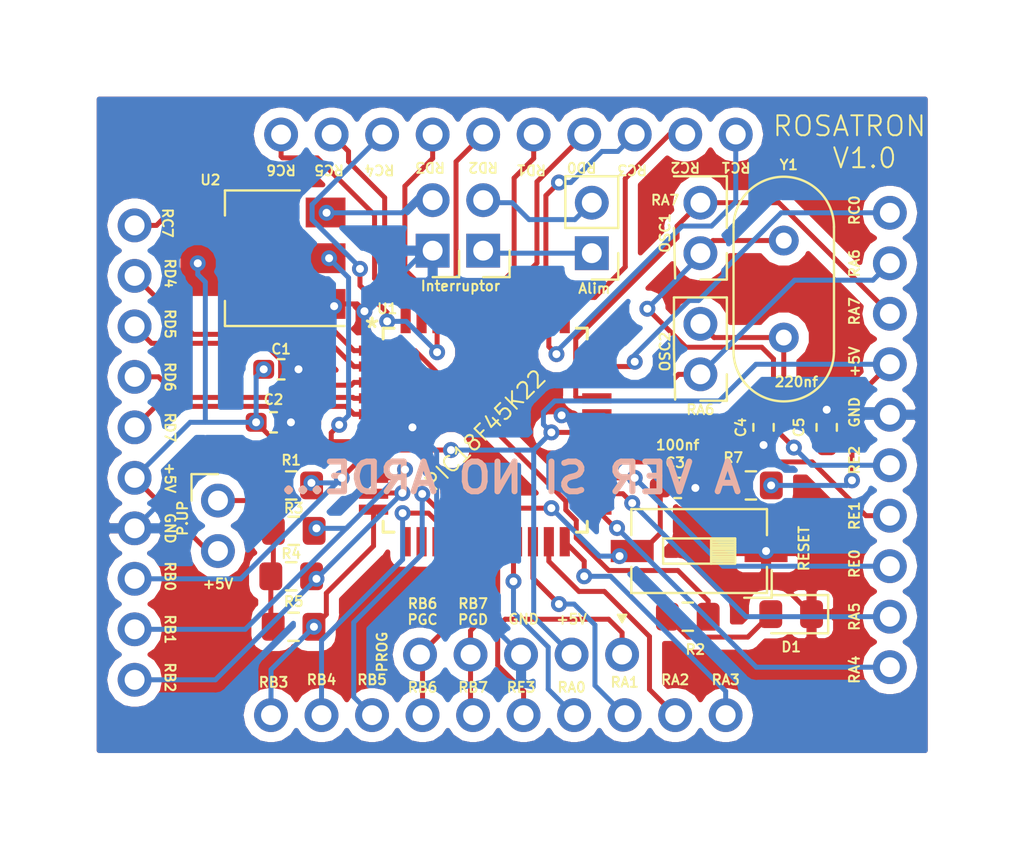
<source format=kicad_pcb>
(kicad_pcb (version 20171130) (host pcbnew "(5.0.2)-1")

  (general
    (thickness 1.6)
    (drawings 57)
    (tracks 421)
    (zones 0)
    (modules 27)
    (nets 46)
  )

  (page A4)
  (layers
    (0 F.Cu signal)
    (31 B.Cu signal)
    (32 B.Adhes user)
    (33 F.Adhes user)
    (34 B.Paste user)
    (35 F.Paste user)
    (36 B.SilkS user)
    (37 F.SilkS user)
    (38 B.Mask user)
    (39 F.Mask user)
    (40 Dwgs.User user)
    (41 Cmts.User user)
    (42 Eco1.User user)
    (43 Eco2.User user)
    (44 Edge.Cuts user)
    (45 Margin user)
    (46 B.CrtYd user)
    (47 F.CrtYd user)
    (48 B.Fab user)
    (49 F.Fab user)
  )

  (setup
    (last_trace_width 0.25)
    (trace_clearance 0.2)
    (zone_clearance 0.508)
    (zone_45_only no)
    (trace_min 0.2)
    (segment_width 0.2)
    (edge_width 0.15)
    (via_size 0.8)
    (via_drill 0.4)
    (via_min_size 0.4)
    (via_min_drill 0.3)
    (uvia_size 0.3)
    (uvia_drill 0.1)
    (uvias_allowed no)
    (uvia_min_size 0.2)
    (uvia_min_drill 0.1)
    (pcb_text_width 0.3)
    (pcb_text_size 1.5 1.5)
    (mod_edge_width 0.15)
    (mod_text_size 1 1)
    (mod_text_width 0.15)
    (pad_size 1.524 1.524)
    (pad_drill 0.762)
    (pad_to_mask_clearance 0.051)
    (solder_mask_min_width 0.25)
    (aux_axis_origin 80.264 82.55)
    (grid_origin 80.264 82.55)
    (visible_elements 7FFFFFFF)
    (pcbplotparams
      (layerselection 0x010f0_ffffffff)
      (usegerberextensions true)
      (usegerberattributes false)
      (usegerberadvancedattributes false)
      (creategerberjobfile false)
      (excludeedgelayer false)
      (linewidth 0.100000)
      (plotframeref false)
      (viasonmask false)
      (mode 1)
      (useauxorigin true)
      (hpglpennumber 1)
      (hpglpenspeed 20)
      (hpglpendiameter 15.000000)
      (psnegative false)
      (psa4output false)
      (plotreference true)
      (plotvalue true)
      (plotinvisibletext false)
      (padsonsilk true)
      (subtractmaskfromsilk true)
      (outputformat 1)
      (mirror false)
      (drillshape 0)
      (scaleselection 1)
      (outputdirectory "Gerbers/"))
  )

  (net 0 "")
  (net 1 Earth)
  (net 2 +5V)
  (net 3 "Net-(D1-Pad2)")
  (net 4 /RE3_MCLR)
  (net 5 "Net-(220uf1-Pad1)")
  (net 6 "Net-(220uf2-Pad1)")
  (net 7 /RB7_PGD)
  (net 8 /RB6_PGC)
  (net 9 /RC7)
  (net 10 /RD4)
  (net 11 /RD5)
  (net 12 /RD6)
  (net 13 /RD7)
  (net 14 /RB0)
  (net 15 /RB1)
  (net 16 /RB2)
  (net 17 /RA3)
  (net 18 /RA2)
  (net 19 /RA1)
  (net 20 /RA0)
  (net 21 /RB5)
  (net 22 /RB4)
  (net 23 /RB3)
  (net 24 /RC0)
  (net 25 /RA6)
  (net 26 /RA7)
  (net 27 /RE2)
  (net 28 /RE1)
  (net 29 /RE0)
  (net 30 /RA5)
  (net 31 /RA4)
  (net 32 /RC1)
  (net 33 /RC2)
  (net 34 /RC3)
  (net 35 /RD0)
  (net 36 /RD1)
  (net 37 /RD2)
  (net 38 /RD3)
  (net 39 /RC4)
  (net 40 /RC5)
  (net 41 /RC6)
  (net 42 "Net-(J9-Pad1)")
  (net 43 "Net-(J10-Pad2)")
  (net 44 "Net-(J10-Pad1)")
  (net 45 "Net-(J2-Pad2)")

  (net_class Default "Esta es la clase de red por defecto."
    (clearance 0.2)
    (trace_width 0.25)
    (via_dia 0.8)
    (via_drill 0.4)
    (uvia_dia 0.3)
    (uvia_drill 0.1)
    (add_net +5V)
    (add_net /RA0)
    (add_net /RA1)
    (add_net /RA2)
    (add_net /RA3)
    (add_net /RA4)
    (add_net /RA5)
    (add_net /RA6)
    (add_net /RA7)
    (add_net /RB0)
    (add_net /RB1)
    (add_net /RB2)
    (add_net /RB3)
    (add_net /RB4)
    (add_net /RB5)
    (add_net /RB6_PGC)
    (add_net /RB7_PGD)
    (add_net /RC0)
    (add_net /RC1)
    (add_net /RC2)
    (add_net /RC3)
    (add_net /RC4)
    (add_net /RC5)
    (add_net /RC6)
    (add_net /RC7)
    (add_net /RD0)
    (add_net /RD1)
    (add_net /RD2)
    (add_net /RD3)
    (add_net /RD4)
    (add_net /RD5)
    (add_net /RD6)
    (add_net /RD7)
    (add_net /RE0)
    (add_net /RE1)
    (add_net /RE2)
    (add_net /RE3_MCLR)
    (add_net Earth)
    (add_net "Net-(220uf1-Pad1)")
    (add_net "Net-(220uf2-Pad1)")
    (add_net "Net-(D1-Pad2)")
    (add_net "Net-(J10-Pad1)")
    (add_net "Net-(J10-Pad2)")
    (add_net "Net-(J2-Pad2)")
    (add_net "Net-(J9-Pad1)")
  )

  (module Connector_PinHeader_2.54mm:PinHeader_1x10_P2.54mm_Vertical (layer F.Cu) (tedit 5D27A1F8) (tstamp 5D263754)
    (at 120.269 55.245)
    (descr "Through hole straight pin header, 1x10, 2.54mm pitch, single row")
    (tags "Through hole pin header THT 1x10 2.54mm single row")
    (path /5D2BFBA9)
    (fp_text reference "" (at 0 -2.33) (layer F.SilkS)
      (effects (font (size 1 1) (thickness 0.15)))
    )
    (fp_text value Conn_01x10_Male (at 0 25.19) (layer F.Fab)
      (effects (font (size 1 1) (thickness 0.15)))
    )
    (fp_text user %R (at 0 11.43 90) (layer F.Fab)
      (effects (font (size 1 1) (thickness 0.15)))
    )
    (fp_line (start 1.8 -1.8) (end -1.8 -1.8) (layer F.CrtYd) (width 0.05))
    (fp_line (start 1.8 24.65) (end 1.8 -1.8) (layer F.CrtYd) (width 0.05))
    (fp_line (start -1.8 24.65) (end 1.8 24.65) (layer F.CrtYd) (width 0.05))
    (fp_line (start -1.8 -1.8) (end -1.8 24.65) (layer F.CrtYd) (width 0.05))
    (fp_line (start -1.27 -0.635) (end -0.635 -1.27) (layer F.Fab) (width 0.1))
    (fp_line (start -1.27 24.13) (end -1.27 -0.635) (layer F.Fab) (width 0.1))
    (fp_line (start 1.27 24.13) (end -1.27 24.13) (layer F.Fab) (width 0.1))
    (fp_line (start 1.27 -1.27) (end 1.27 24.13) (layer F.Fab) (width 0.1))
    (fp_line (start -0.635 -1.27) (end 1.27 -1.27) (layer F.Fab) (width 0.1))
    (pad 10 thru_hole oval (at 0 22.86) (size 1.7 1.7) (drill 1) (layers *.Cu *.Mask)
      (net 31 /RA4))
    (pad 9 thru_hole oval (at 0 20.32) (size 1.7 1.7) (drill 1) (layers *.Cu *.Mask)
      (net 30 /RA5))
    (pad 8 thru_hole oval (at 0 17.78) (size 1.7 1.7) (drill 1) (layers *.Cu *.Mask)
      (net 29 /RE0))
    (pad 7 thru_hole oval (at 0 15.24) (size 1.7 1.7) (drill 1) (layers *.Cu *.Mask)
      (net 28 /RE1))
    (pad 6 thru_hole oval (at 0 12.7) (size 1.7 1.7) (drill 1) (layers *.Cu *.Mask)
      (net 27 /RE2))
    (pad 5 thru_hole oval (at 0 10.16) (size 1.7 1.7) (drill 1) (layers *.Cu *.Mask)
      (net 1 Earth))
    (pad 4 thru_hole oval (at 0 7.62) (size 1.7 1.7) (drill 1) (layers *.Cu *.Mask)
      (net 2 +5V))
    (pad 3 thru_hole oval (at 0 5.08) (size 1.7 1.7) (drill 1) (layers *.Cu *.Mask)
      (net 26 /RA7))
    (pad 2 thru_hole oval (at 0 2.54) (size 1.7 1.7) (drill 1) (layers *.Cu *.Mask)
      (net 25 /RA6))
    (pad 1 thru_hole oval (at 0 0) (size 1.7 1.7) (drill 1) (layers *.Cu *.Mask)
      (net 24 /RC0))
    (model ${KISYS3DMOD}/Connector_PinHeader_2.54mm.3dshapes/PinHeader_1x10_P2.54mm_Vertical.wrl
      (at (xyz 0 0 0))
      (scale (xyz 1 1 1))
      (rotate (xyz 0 0 0))
    )
  )

  (module Connector_PinHeader_2.54mm:PinHeader_1x02_P2.54mm_Vertical (layer F.Cu) (tedit 5D27A1C0) (tstamp 5D263788)
    (at 110.744 57.277 180)
    (descr "Through hole straight pin header, 1x02, 2.54mm pitch, single row")
    (tags "Through hole pin header THT 1x02 2.54mm single row")
    (path /5D42E8E3)
    (fp_text reference OSC1 (at 1.778 1.016 270) (layer F.SilkS)
      (effects (font (size 0.5 0.5) (thickness 0.1)))
    )
    (fp_text value Conn_01x02_Male (at 0 4.87 180) (layer F.Fab)
      (effects (font (size 1 1) (thickness 0.15)))
    )
    (fp_text user %R (at 0 1.27 270) (layer F.Fab)
      (effects (font (size 1 1) (thickness 0.15)))
    )
    (fp_line (start 1.8 -1.8) (end -1.8 -1.8) (layer F.CrtYd) (width 0.05))
    (fp_line (start 1.8 4.35) (end 1.8 -1.8) (layer F.CrtYd) (width 0.05))
    (fp_line (start -1.8 4.35) (end 1.8 4.35) (layer F.CrtYd) (width 0.05))
    (fp_line (start -1.8 -1.8) (end -1.8 4.35) (layer F.CrtYd) (width 0.05))
    (fp_line (start -1.33 -1.33) (end 0 -1.33) (layer F.SilkS) (width 0.12))
    (fp_line (start -1.33 0) (end -1.33 -1.33) (layer F.SilkS) (width 0.12))
    (fp_line (start 1.27 -1.27) (end 1.33 1.27) (layer F.SilkS) (width 0.12))
    (fp_line (start -1.33 1.27) (end -1.33 3.87) (layer F.SilkS) (width 0.12))
    (fp_line (start -1.33 3.87) (end 1.33 3.87) (layer F.SilkS) (width 0.12))
    (fp_line (start -1.27 -0.635) (end -0.635 -1.27) (layer F.Fab) (width 0.1))
    (fp_line (start -1.27 3.81) (end -1.27 -0.635) (layer F.Fab) (width 0.1))
    (fp_line (start 1.27 3.81) (end -1.27 3.81) (layer F.Fab) (width 0.1))
    (fp_line (start 1.27 -1.27) (end 1.27 3.81) (layer F.Fab) (width 0.1))
    (fp_line (start -0.635 -1.27) (end 1.27 -1.27) (layer F.Fab) (width 0.1))
    (pad 2 thru_hole oval (at 0 2.54 180) (size 1.7 1.7) (drill 1) (layers *.Cu *.Mask)
      (net 26 /RA7))
    (pad 1 thru_hole oval (at 0 0 180) (size 1.7 1.7) (drill 1) (layers *.Cu *.Mask)
      (net 5 "Net-(220uf1-Pad1)"))
    (model ${KISYS3DMOD}/Connector_PinHeader_2.54mm.3dshapes/PinHeader_1x02_P2.54mm_Vertical.wrl
      (at (xyz 0 0 0))
      (scale (xyz 1 1 1))
      (rotate (xyz 0 0 0))
    )
  )

  (module Connector_PinHeader_2.54mm:PinHeader_1x02_P2.54mm_Vertical (layer F.Cu) (tedit 5D27A146) (tstamp 5D26379E)
    (at 110.744 63.373 180)
    (descr "Through hole straight pin header, 1x02, 2.54mm pitch, single row")
    (tags "Through hole pin header THT 1x02 2.54mm single row")
    (path /5D42E99F)
    (fp_text reference OSC2 (at 1.778 1.143 270) (layer F.SilkS)
      (effects (font (size 0.5 0.5) (thickness 0.1)))
    )
    (fp_text value Conn_01x02_Male (at 0 4.87 180) (layer F.Fab)
      (effects (font (size 1 1) (thickness 0.15)))
    )
    (fp_line (start -0.635 -1.27) (end 1.27 -1.27) (layer F.Fab) (width 0.1))
    (fp_line (start 1.27 -1.27) (end 1.27 3.81) (layer F.Fab) (width 0.1))
    (fp_line (start 1.27 3.81) (end -1.27 3.81) (layer F.Fab) (width 0.1))
    (fp_line (start -1.27 3.81) (end -1.27 -0.635) (layer F.Fab) (width 0.1))
    (fp_line (start -1.27 -0.635) (end -0.635 -1.27) (layer F.Fab) (width 0.1))
    (fp_line (start -1.33 3.87) (end 1.33 3.87) (layer F.SilkS) (width 0.12))
    (fp_line (start -1.33 1.27) (end -1.33 3.87) (layer F.SilkS) (width 0.12))
    (fp_line (start 1.33 1.27) (end 1.33 3.87) (layer F.SilkS) (width 0.12))
    (fp_line (start 1.27 -1.27) (end 1.33 1.27) (layer F.SilkS) (width 0.12))
    (fp_line (start -1.33 0) (end -1.33 -1.33) (layer F.SilkS) (width 0.12))
    (fp_line (start -1.33 -1.33) (end 0 -1.33) (layer F.SilkS) (width 0.12))
    (fp_line (start -1.8 -1.8) (end -1.8 4.35) (layer F.CrtYd) (width 0.05))
    (fp_line (start -1.8 4.35) (end 1.8 4.35) (layer F.CrtYd) (width 0.05))
    (fp_line (start 1.8 4.35) (end 1.8 -1.8) (layer F.CrtYd) (width 0.05))
    (fp_line (start 1.8 -1.8) (end -1.8 -1.8) (layer F.CrtYd) (width 0.05))
    (fp_text user %R (at 0 1.27 270) (layer F.Fab)
      (effects (font (size 1 1) (thickness 0.15)))
    )
    (pad 2 thru_hole oval (at 0 2.54 180) (size 1.7 1.7) (drill 1) (layers *.Cu *.Mask)
      (net 6 "Net-(220uf2-Pad1)"))
    (pad 1 thru_hole oval (at 0 0 180) (size 1.7 1.7) (drill 1) (layers *.Cu *.Mask)
      (net 25 /RA6))
    (model ${KISYS3DMOD}/Connector_PinHeader_2.54mm.3dshapes/PinHeader_1x02_P2.54mm_Vertical.wrl
      (at (xyz 0 0 0))
      (scale (xyz 1 1 1))
      (rotate (xyz 0 0 0))
    )
  )

  (module PIC18F45K22-I_PT:pic18f45k22-i&slash_pt (layer F.Cu) (tedit 5D27A109) (tstamp 5D263997)
    (at 99.9236 66.18)
    (path /5D1B88B0)
    (fp_text reference U1 (at -4.9276 -6.109) (layer F.SilkS)
      (effects (font (size 0.5 0.5) (thickness 0.1)))
    )
    (fp_text value PIC18F45K22 (at 0 0 45) (layer F.SilkS)
      (effects (font (size 0.8 0.8) (thickness 0.1)))
    )
    (fp_text user "Copyright 2016 Accelerated Designs. All rights reserved." (at 0 0) (layer Cmts.User)
      (effects (font (size 0.127 0.127) (thickness 0.002)))
    )
    (fp_text user * (at -5.6896 -5.093) (layer F.SilkS)
      (effects (font (size 1 1) (thickness 0.15)))
    )
    (fp_text user * (at -4.6228 -4.4) (layer F.Fab)
      (effects (font (size 1 1) (thickness 0.15)))
    )
    (fp_line (start 3.7714 -5.0038) (end 4.2286 -5.0038) (layer F.Fab) (width 0.1524))
    (fp_line (start 4.2286 -5.0038) (end 4.2286 -5.9944) (layer F.Fab) (width 0.1524))
    (fp_line (start 4.2286 -5.9944) (end 3.7714 -5.9944) (layer F.Fab) (width 0.1524))
    (fp_line (start 3.7714 -5.9944) (end 3.7714 -5.0038) (layer F.Fab) (width 0.1524))
    (fp_line (start 2.9714 -5.0038) (end 3.4286 -5.0038) (layer F.Fab) (width 0.1524))
    (fp_line (start 3.4286 -5.0038) (end 3.4286 -5.9944) (layer F.Fab) (width 0.1524))
    (fp_line (start 3.4286 -5.9944) (end 2.9714 -5.9944) (layer F.Fab) (width 0.1524))
    (fp_line (start 2.9714 -5.9944) (end 2.9714 -5.0038) (layer F.Fab) (width 0.1524))
    (fp_line (start 2.1714 -5.0038) (end 2.6286 -5.0038) (layer F.Fab) (width 0.1524))
    (fp_line (start 2.6286 -5.0038) (end 2.6286 -5.9944) (layer F.Fab) (width 0.1524))
    (fp_line (start 2.6286 -5.9944) (end 2.1714 -5.9944) (layer F.Fab) (width 0.1524))
    (fp_line (start 2.1714 -5.9944) (end 2.1714 -5.0038) (layer F.Fab) (width 0.1524))
    (fp_line (start 1.3714 -5.0038) (end 1.8286 -5.0038) (layer F.Fab) (width 0.1524))
    (fp_line (start 1.8286 -5.0038) (end 1.8286 -5.9944) (layer F.Fab) (width 0.1524))
    (fp_line (start 1.8286 -5.9944) (end 1.3714 -5.9944) (layer F.Fab) (width 0.1524))
    (fp_line (start 1.3714 -5.9944) (end 1.3714 -5.0038) (layer F.Fab) (width 0.1524))
    (fp_line (start 0.5714 -5.0038) (end 1.0286 -5.0038) (layer F.Fab) (width 0.1524))
    (fp_line (start 1.0286 -5.0038) (end 1.0286 -5.9944) (layer F.Fab) (width 0.1524))
    (fp_line (start 1.0286 -5.9944) (end 0.5714 -5.9944) (layer F.Fab) (width 0.1524))
    (fp_line (start 0.5714 -5.9944) (end 0.5714 -5.0038) (layer F.Fab) (width 0.1524))
    (fp_line (start -0.2286 -5.0038) (end 0.2286 -5.0038) (layer F.Fab) (width 0.1524))
    (fp_line (start 0.2286 -5.0038) (end 0.2286 -5.9944) (layer F.Fab) (width 0.1524))
    (fp_line (start 0.2286 -5.9944) (end -0.2286 -5.9944) (layer F.Fab) (width 0.1524))
    (fp_line (start -0.2286 -5.9944) (end -0.2286 -5.0038) (layer F.Fab) (width 0.1524))
    (fp_line (start -1.0286 -5.0038) (end -0.5714 -5.0038) (layer F.Fab) (width 0.1524))
    (fp_line (start -0.5714 -5.0038) (end -0.5714 -5.9944) (layer F.Fab) (width 0.1524))
    (fp_line (start -0.5714 -5.9944) (end -1.0286 -5.9944) (layer F.Fab) (width 0.1524))
    (fp_line (start -1.0286 -5.9944) (end -1.0286 -5.0038) (layer F.Fab) (width 0.1524))
    (fp_line (start -1.8286 -5.0038) (end -1.3714 -5.0038) (layer F.Fab) (width 0.1524))
    (fp_line (start -1.3714 -5.0038) (end -1.3714 -5.9944) (layer F.Fab) (width 0.1524))
    (fp_line (start -1.3714 -5.9944) (end -1.8286 -5.9944) (layer F.Fab) (width 0.1524))
    (fp_line (start -1.8286 -5.9944) (end -1.8286 -5.0038) (layer F.Fab) (width 0.1524))
    (fp_line (start -2.6286 -5.0038) (end -2.1714 -5.0038) (layer F.Fab) (width 0.1524))
    (fp_line (start -2.1714 -5.0038) (end -2.1714 -5.9944) (layer F.Fab) (width 0.1524))
    (fp_line (start -2.1714 -5.9944) (end -2.6286 -5.9944) (layer F.Fab) (width 0.1524))
    (fp_line (start -2.6286 -5.9944) (end -2.6286 -5.0038) (layer F.Fab) (width 0.1524))
    (fp_line (start -3.4286 -5.0038) (end -2.9714 -5.0038) (layer F.Fab) (width 0.1524))
    (fp_line (start -2.9714 -5.0038) (end -2.9714 -5.9944) (layer F.Fab) (width 0.1524))
    (fp_line (start -2.9714 -5.9944) (end -3.4286 -5.9944) (layer F.Fab) (width 0.1524))
    (fp_line (start -3.4286 -5.9944) (end -3.4286 -5.0038) (layer F.Fab) (width 0.1524))
    (fp_line (start -4.228599 -5.0038) (end -3.771399 -5.0038) (layer F.Fab) (width 0.1524))
    (fp_line (start -3.771399 -5.0038) (end -3.771399 -5.9944) (layer F.Fab) (width 0.1524))
    (fp_line (start -3.771399 -5.9944) (end -4.228599 -5.9944) (layer F.Fab) (width 0.1524))
    (fp_line (start -4.228599 -5.9944) (end -4.228599 -5.0038) (layer F.Fab) (width 0.1524))
    (fp_line (start -5.0038 -3.7714) (end -5.0038 -4.2286) (layer F.Fab) (width 0.1524))
    (fp_line (start -5.0038 -4.2286) (end -5.9944 -4.2286) (layer F.Fab) (width 0.1524))
    (fp_line (start -5.9944 -4.2286) (end -5.9944 -3.7714) (layer F.Fab) (width 0.1524))
    (fp_line (start -5.9944 -3.7714) (end -5.0038 -3.7714) (layer F.Fab) (width 0.1524))
    (fp_line (start -5.0038 -2.9714) (end -5.0038 -3.4286) (layer F.Fab) (width 0.1524))
    (fp_line (start -5.0038 -3.4286) (end -5.9944 -3.4286) (layer F.Fab) (width 0.1524))
    (fp_line (start -5.9944 -3.4286) (end -5.9944 -2.9714) (layer F.Fab) (width 0.1524))
    (fp_line (start -5.9944 -2.9714) (end -5.0038 -2.9714) (layer F.Fab) (width 0.1524))
    (fp_line (start -5.0038 -2.1714) (end -5.0038 -2.6286) (layer F.Fab) (width 0.1524))
    (fp_line (start -5.0038 -2.6286) (end -5.9944 -2.6286) (layer F.Fab) (width 0.1524))
    (fp_line (start -5.9944 -2.6286) (end -5.9944 -2.1714) (layer F.Fab) (width 0.1524))
    (fp_line (start -5.9944 -2.1714) (end -5.0038 -2.1714) (layer F.Fab) (width 0.1524))
    (fp_line (start -5.0038 -1.3714) (end -5.0038 -1.8286) (layer F.Fab) (width 0.1524))
    (fp_line (start -5.0038 -1.8286) (end -5.9944 -1.8286) (layer F.Fab) (width 0.1524))
    (fp_line (start -5.9944 -1.8286) (end -5.9944 -1.3714) (layer F.Fab) (width 0.1524))
    (fp_line (start -5.9944 -1.3714) (end -5.0038 -1.3714) (layer F.Fab) (width 0.1524))
    (fp_line (start -5.0038 -0.5714) (end -5.0038 -1.0286) (layer F.Fab) (width 0.1524))
    (fp_line (start -5.0038 -1.0286) (end -5.9944 -1.0286) (layer F.Fab) (width 0.1524))
    (fp_line (start -5.9944 -1.0286) (end -5.9944 -0.5714) (layer F.Fab) (width 0.1524))
    (fp_line (start -5.9944 -0.5714) (end -5.0038 -0.5714) (layer F.Fab) (width 0.1524))
    (fp_line (start -5.0038 0.2286) (end -5.0038 -0.2286) (layer F.Fab) (width 0.1524))
    (fp_line (start -5.0038 -0.2286) (end -5.9944 -0.2286) (layer F.Fab) (width 0.1524))
    (fp_line (start -5.9944 -0.2286) (end -5.9944 0.2286) (layer F.Fab) (width 0.1524))
    (fp_line (start -5.9944 0.2286) (end -5.0038 0.2286) (layer F.Fab) (width 0.1524))
    (fp_line (start -5.0038 1.0286) (end -5.0038 0.5714) (layer F.Fab) (width 0.1524))
    (fp_line (start -5.0038 0.5714) (end -5.9944 0.5714) (layer F.Fab) (width 0.1524))
    (fp_line (start -5.9944 0.5714) (end -5.9944 1.0286) (layer F.Fab) (width 0.1524))
    (fp_line (start -5.9944 1.0286) (end -5.0038 1.0286) (layer F.Fab) (width 0.1524))
    (fp_line (start -5.0038 1.8286) (end -5.0038 1.3714) (layer F.Fab) (width 0.1524))
    (fp_line (start -5.0038 1.3714) (end -5.9944 1.3714) (layer F.Fab) (width 0.1524))
    (fp_line (start -5.9944 1.3714) (end -5.9944 1.8286) (layer F.Fab) (width 0.1524))
    (fp_line (start -5.9944 1.8286) (end -5.0038 1.8286) (layer F.Fab) (width 0.1524))
    (fp_line (start -5.0038 2.6286) (end -5.0038 2.1714) (layer F.Fab) (width 0.1524))
    (fp_line (start -5.0038 2.1714) (end -5.9944 2.1714) (layer F.Fab) (width 0.1524))
    (fp_line (start -5.9944 2.1714) (end -5.9944 2.6286) (layer F.Fab) (width 0.1524))
    (fp_line (start -5.9944 2.6286) (end -5.0038 2.6286) (layer F.Fab) (width 0.1524))
    (fp_line (start -5.0038 3.4286) (end -5.0038 2.9714) (layer F.Fab) (width 0.1524))
    (fp_line (start -5.0038 2.9714) (end -5.9944 2.9714) (layer F.Fab) (width 0.1524))
    (fp_line (start -5.9944 2.9714) (end -5.9944 3.4286) (layer F.Fab) (width 0.1524))
    (fp_line (start -5.9944 3.4286) (end -5.0038 3.4286) (layer F.Fab) (width 0.1524))
    (fp_line (start -5.0038 4.228599) (end -5.0038 3.771399) (layer F.Fab) (width 0.1524))
    (fp_line (start -5.0038 3.771399) (end -5.9944 3.771399) (layer F.Fab) (width 0.1524))
    (fp_line (start -5.9944 3.771399) (end -5.9944 4.228599) (layer F.Fab) (width 0.1524))
    (fp_line (start -5.9944 4.228599) (end -5.0038 4.228599) (layer F.Fab) (width 0.1524))
    (fp_line (start -3.7714 5.0038) (end -4.2286 5.0038) (layer F.Fab) (width 0.1524))
    (fp_line (start -4.2286 5.0038) (end -4.2286 5.9944) (layer F.Fab) (width 0.1524))
    (fp_line (start -4.2286 5.9944) (end -3.7714 5.9944) (layer F.Fab) (width 0.1524))
    (fp_line (start -3.7714 5.9944) (end -3.7714 5.0038) (layer F.Fab) (width 0.1524))
    (fp_line (start -2.9714 5.0038) (end -3.4286 5.0038) (layer F.Fab) (width 0.1524))
    (fp_line (start -3.4286 5.0038) (end -3.4286 5.9944) (layer F.Fab) (width 0.1524))
    (fp_line (start -3.4286 5.9944) (end -2.9714 5.9944) (layer F.Fab) (width 0.1524))
    (fp_line (start -2.9714 5.9944) (end -2.9714 5.0038) (layer F.Fab) (width 0.1524))
    (fp_line (start -2.1714 5.0038) (end -2.6286 5.0038) (layer F.Fab) (width 0.1524))
    (fp_line (start -2.6286 5.0038) (end -2.6286 5.9944) (layer F.Fab) (width 0.1524))
    (fp_line (start -2.6286 5.9944) (end -2.1714 5.9944) (layer F.Fab) (width 0.1524))
    (fp_line (start -2.1714 5.9944) (end -2.1714 5.0038) (layer F.Fab) (width 0.1524))
    (fp_line (start -1.3714 5.0038) (end -1.8286 5.0038) (layer F.Fab) (width 0.1524))
    (fp_line (start -1.8286 5.0038) (end -1.8286 5.9944) (layer F.Fab) (width 0.1524))
    (fp_line (start -1.8286 5.9944) (end -1.3714 5.9944) (layer F.Fab) (width 0.1524))
    (fp_line (start -1.3714 5.9944) (end -1.3714 5.0038) (layer F.Fab) (width 0.1524))
    (fp_line (start -0.5714 5.0038) (end -1.0286 5.0038) (layer F.Fab) (width 0.1524))
    (fp_line (start -1.0286 5.0038) (end -1.0286 5.9944) (layer F.Fab) (width 0.1524))
    (fp_line (start -1.0286 5.9944) (end -0.5714 5.9944) (layer F.Fab) (width 0.1524))
    (fp_line (start -0.5714 5.9944) (end -0.5714 5.0038) (layer F.Fab) (width 0.1524))
    (fp_line (start 0.2286 5.0038) (end -0.2286 5.0038) (layer F.Fab) (width 0.1524))
    (fp_line (start -0.2286 5.0038) (end -0.2286 5.9944) (layer F.Fab) (width 0.1524))
    (fp_line (start -0.2286 5.9944) (end 0.2286 5.9944) (layer F.Fab) (width 0.1524))
    (fp_line (start 0.2286 5.9944) (end 0.2286 5.0038) (layer F.Fab) (width 0.1524))
    (fp_line (start 1.0286 5.0038) (end 0.5714 5.0038) (layer F.Fab) (width 0.1524))
    (fp_line (start 0.5714 5.0038) (end 0.5714 5.9944) (layer F.Fab) (width 0.1524))
    (fp_line (start 0.5714 5.9944) (end 1.0286 5.9944) (layer F.Fab) (width 0.1524))
    (fp_line (start 1.0286 5.9944) (end 1.0286 5.0038) (layer F.Fab) (width 0.1524))
    (fp_line (start 1.8286 5.0038) (end 1.3714 5.0038) (layer F.Fab) (width 0.1524))
    (fp_line (start 1.3714 5.0038) (end 1.3714 5.9944) (layer F.Fab) (width 0.1524))
    (fp_line (start 1.3714 5.9944) (end 1.8286 5.9944) (layer F.Fab) (width 0.1524))
    (fp_line (start 1.8286 5.9944) (end 1.8286 5.0038) (layer F.Fab) (width 0.1524))
    (fp_line (start 2.6286 5.0038) (end 2.1714 5.0038) (layer F.Fab) (width 0.1524))
    (fp_line (start 2.1714 5.0038) (end 2.1714 5.9944) (layer F.Fab) (width 0.1524))
    (fp_line (start 2.1714 5.9944) (end 2.6286 5.9944) (layer F.Fab) (width 0.1524))
    (fp_line (start 2.6286 5.9944) (end 2.6286 5.0038) (layer F.Fab) (width 0.1524))
    (fp_line (start 3.4286 5.0038) (end 2.9714 5.0038) (layer F.Fab) (width 0.1524))
    (fp_line (start 2.9714 5.0038) (end 2.9714 5.9944) (layer F.Fab) (width 0.1524))
    (fp_line (start 2.9714 5.9944) (end 3.4286 5.9944) (layer F.Fab) (width 0.1524))
    (fp_line (start 3.4286 5.9944) (end 3.4286 5.0038) (layer F.Fab) (width 0.1524))
    (fp_line (start 4.228599 5.0038) (end 3.771399 5.0038) (layer F.Fab) (width 0.1524))
    (fp_line (start 3.771399 5.0038) (end 3.771399 5.9944) (layer F.Fab) (width 0.1524))
    (fp_line (start 3.771399 5.9944) (end 4.228599 5.9944) (layer F.Fab) (width 0.1524))
    (fp_line (start 4.228599 5.9944) (end 4.228599 5.0038) (layer F.Fab) (width 0.1524))
    (fp_line (start 5.0038 3.7714) (end 5.0038 4.2286) (layer F.Fab) (width 0.1524))
    (fp_line (start 5.0038 4.2286) (end 5.9944 4.2286) (layer F.Fab) (width 0.1524))
    (fp_line (start 5.9944 4.2286) (end 5.9944 3.7714) (layer F.Fab) (width 0.1524))
    (fp_line (start 5.9944 3.7714) (end 5.0038 3.7714) (layer F.Fab) (width 0.1524))
    (fp_line (start 5.0038 2.9714) (end 5.0038 3.4286) (layer F.Fab) (width 0.1524))
    (fp_line (start 5.0038 3.4286) (end 5.9944 3.4286) (layer F.Fab) (width 0.1524))
    (fp_line (start 5.9944 3.4286) (end 5.9944 2.9714) (layer F.Fab) (width 0.1524))
    (fp_line (start 5.9944 2.9714) (end 5.0038 2.9714) (layer F.Fab) (width 0.1524))
    (fp_line (start 5.0038 2.1714) (end 5.0038 2.6286) (layer F.Fab) (width 0.1524))
    (fp_line (start 5.0038 2.6286) (end 5.9944 2.6286) (layer F.Fab) (width 0.1524))
    (fp_line (start 5.9944 2.6286) (end 5.9944 2.1714) (layer F.Fab) (width 0.1524))
    (fp_line (start 5.9944 2.1714) (end 5.0038 2.1714) (layer F.Fab) (width 0.1524))
    (fp_line (start 5.0038 1.3714) (end 5.0038 1.8286) (layer F.Fab) (width 0.1524))
    (fp_line (start 5.0038 1.8286) (end 5.9944 1.8286) (layer F.Fab) (width 0.1524))
    (fp_line (start 5.9944 1.8286) (end 5.9944 1.3714) (layer F.Fab) (width 0.1524))
    (fp_line (start 5.9944 1.3714) (end 5.0038 1.3714) (layer F.Fab) (width 0.1524))
    (fp_line (start 5.0038 0.5714) (end 5.0038 1.0286) (layer F.Fab) (width 0.1524))
    (fp_line (start 5.0038 1.0286) (end 5.9944 1.0286) (layer F.Fab) (width 0.1524))
    (fp_line (start 5.9944 1.0286) (end 5.9944 0.5714) (layer F.Fab) (width 0.1524))
    (fp_line (start 5.9944 0.5714) (end 5.0038 0.5714) (layer F.Fab) (width 0.1524))
    (fp_line (start 5.0038 -0.2286) (end 5.0038 0.2286) (layer F.Fab) (width 0.1524))
    (fp_line (start 5.0038 0.2286) (end 5.9944 0.2286) (layer F.Fab) (width 0.1524))
    (fp_line (start 5.9944 0.2286) (end 5.9944 -0.2286) (layer F.Fab) (width 0.1524))
    (fp_line (start 5.9944 -0.2286) (end 5.0038 -0.2286) (layer F.Fab) (width 0.1524))
    (fp_line (start 5.0038 -1.0286) (end 5.0038 -0.5714) (layer F.Fab) (width 0.1524))
    (fp_line (start 5.0038 -0.5714) (end 5.9944 -0.5714) (layer F.Fab) (width 0.1524))
    (fp_line (start 5.9944 -0.5714) (end 5.9944 -1.0286) (layer F.Fab) (width 0.1524))
    (fp_line (start 5.9944 -1.0286) (end 5.0038 -1.0286) (layer F.Fab) (width 0.1524))
    (fp_line (start 5.0038 -1.8286) (end 5.0038 -1.3714) (layer F.Fab) (width 0.1524))
    (fp_line (start 5.0038 -1.3714) (end 5.9944 -1.3714) (layer F.Fab) (width 0.1524))
    (fp_line (start 5.9944 -1.3714) (end 5.9944 -1.8286) (layer F.Fab) (width 0.1524))
    (fp_line (start 5.9944 -1.8286) (end 5.0038 -1.8286) (layer F.Fab) (width 0.1524))
    (fp_line (start 5.0038 -2.6286) (end 5.0038 -2.1714) (layer F.Fab) (width 0.1524))
    (fp_line (start 5.0038 -2.1714) (end 5.9944 -2.1714) (layer F.Fab) (width 0.1524))
    (fp_line (start 5.9944 -2.1714) (end 5.9944 -2.6286) (layer F.Fab) (width 0.1524))
    (fp_line (start 5.9944 -2.6286) (end 5.0038 -2.6286) (layer F.Fab) (width 0.1524))
    (fp_line (start 5.0038 -3.4286) (end 5.0038 -2.9714) (layer F.Fab) (width 0.1524))
    (fp_line (start 5.0038 -2.9714) (end 5.9944 -2.9714) (layer F.Fab) (width 0.1524))
    (fp_line (start 5.9944 -2.9714) (end 5.9944 -3.4286) (layer F.Fab) (width 0.1524))
    (fp_line (start 5.9944 -3.4286) (end 5.0038 -3.4286) (layer F.Fab) (width 0.1524))
    (fp_line (start 5.0038 -4.228599) (end 5.0038 -3.771399) (layer F.Fab) (width 0.1524))
    (fp_line (start 5.0038 -3.771399) (end 5.9944 -3.771399) (layer F.Fab) (width 0.1524))
    (fp_line (start 5.9944 -3.771399) (end 5.9944 -4.228599) (layer F.Fab) (width 0.1524))
    (fp_line (start 5.9944 -4.228599) (end 5.0038 -4.228599) (layer F.Fab) (width 0.1524))
    (fp_line (start -5.0038 -3.7338) (end -3.7338 -5.0038) (layer F.Fab) (width 0.1524))
    (fp_line (start -5.1308 5.1308) (end -4.58674 5.1308) (layer F.SilkS) (width 0.1524))
    (fp_line (start 5.1308 5.1308) (end 5.1308 4.58674) (layer F.SilkS) (width 0.1524))
    (fp_line (start 5.1308 -5.1308) (end 4.58674 -5.1308) (layer F.SilkS) (width 0.1524))
    (fp_line (start -5.1308 -5.1308) (end -5.1308 -4.58674) (layer F.SilkS) (width 0.1524))
    (fp_line (start -5.1308 4.58674) (end -5.1308 5.1308) (layer F.SilkS) (width 0.1524))
    (fp_line (start -5.0038 5.0038) (end 5.0038 5.0038) (layer F.Fab) (width 0.1524))
    (fp_line (start 5.0038 5.0038) (end 5.0038 5.0038) (layer F.Fab) (width 0.1524))
    (fp_line (start 5.0038 5.0038) (end 5.0038 -5.0038) (layer F.Fab) (width 0.1524))
    (fp_line (start 5.0038 -5.0038) (end 5.0038 -5.0038) (layer F.Fab) (width 0.1524))
    (fp_line (start 5.0038 -5.0038) (end -5.0038 -5.0038) (layer F.Fab) (width 0.1524))
    (fp_line (start -5.0038 -5.0038) (end -5.0038 -5.0038) (layer F.Fab) (width 0.1524))
    (fp_line (start -5.0038 -5.0038) (end -5.0038 5.0038) (layer F.Fab) (width 0.1524))
    (fp_line (start -5.0038 5.0038) (end -5.0038 5.0038) (layer F.Fab) (width 0.1524))
    (fp_line (start 4.58674 5.1308) (end 5.1308 5.1308) (layer F.SilkS) (width 0.1524))
    (fp_line (start 5.1308 -4.58674) (end 5.1308 -5.1308) (layer F.SilkS) (width 0.1524))
    (fp_line (start -4.58674 -5.1308) (end -5.1308 -5.1308) (layer F.SilkS) (width 0.1524))
    (fp_line (start -5.2578 5.2578) (end -5.2578 4.508) (layer F.CrtYd) (width 0.1524))
    (fp_line (start -5.2578 4.508) (end -6.604 4.508) (layer F.CrtYd) (width 0.1524))
    (fp_line (start -6.604 4.508) (end -6.604 -4.508) (layer F.CrtYd) (width 0.1524))
    (fp_line (start -6.604 -4.508) (end -5.2578 -4.508) (layer F.CrtYd) (width 0.1524))
    (fp_line (start -5.2578 -4.508) (end -5.2578 -5.2578) (layer F.CrtYd) (width 0.1524))
    (fp_line (start -5.2578 -5.2578) (end -4.508 -5.2578) (layer F.CrtYd) (width 0.1524))
    (fp_line (start -4.508 -5.2578) (end -4.508 -6.604) (layer F.CrtYd) (width 0.1524))
    (fp_line (start -4.508 -6.604) (end 4.508 -6.604) (layer F.CrtYd) (width 0.1524))
    (fp_line (start 4.508 -6.604) (end 4.508 -5.2578) (layer F.CrtYd) (width 0.1524))
    (fp_line (start 4.508 -5.2578) (end 5.2578 -5.2578) (layer F.CrtYd) (width 0.1524))
    (fp_line (start 5.2578 -5.2578) (end 5.2578 -4.508) (layer F.CrtYd) (width 0.1524))
    (fp_line (start 5.2578 -4.508) (end 6.604 -4.508) (layer F.CrtYd) (width 0.1524))
    (fp_line (start 6.604 -4.508) (end 6.604 4.508) (layer F.CrtYd) (width 0.1524))
    (fp_line (start 6.604 4.508) (end 5.2578 4.508) (layer F.CrtYd) (width 0.1524))
    (fp_line (start 5.2578 4.508) (end 5.2578 5.2578) (layer F.CrtYd) (width 0.1524))
    (fp_line (start 5.2578 5.2578) (end 4.508 5.2578) (layer F.CrtYd) (width 0.1524))
    (fp_line (start 4.508 5.2578) (end 4.508 6.604) (layer F.CrtYd) (width 0.1524))
    (fp_line (start 4.508 6.604) (end -4.508 6.604) (layer F.CrtYd) (width 0.1524))
    (fp_line (start -4.508 6.604) (end -4.508 5.2578) (layer F.CrtYd) (width 0.1524))
    (fp_line (start -4.508 5.2578) (end -5.2578 5.2578) (layer F.CrtYd) (width 0.1524))
    (pad 1 smd rect (at -5.6134 -4 90) (size 0.508 1.4732) (layers F.Cu F.Paste F.Mask)
      (net 9 /RC7))
    (pad 2 smd rect (at -5.6134 -3.199999 90) (size 0.508 1.4732) (layers F.Cu F.Paste F.Mask)
      (net 10 /RD4))
    (pad 3 smd rect (at -5.6134 -2.4 90) (size 0.508 1.4732) (layers F.Cu F.Paste F.Mask)
      (net 11 /RD5))
    (pad 4 smd rect (at -5.6134 -1.599999 90) (size 0.508 1.4732) (layers F.Cu F.Paste F.Mask)
      (net 12 /RD6))
    (pad 5 smd rect (at -5.6134 -0.800001 90) (size 0.508 1.4732) (layers F.Cu F.Paste F.Mask)
      (net 13 /RD7))
    (pad 6 smd rect (at -5.6134 0 90) (size 0.508 1.4732) (layers F.Cu F.Paste F.Mask)
      (net 1 Earth))
    (pad 7 smd rect (at -5.6134 0.800001 90) (size 0.508 1.4732) (layers F.Cu F.Paste F.Mask)
      (net 2 +5V))
    (pad 8 smd rect (at -5.6134 1.599999 90) (size 0.508 1.4732) (layers F.Cu F.Paste F.Mask)
      (net 14 /RB0))
    (pad 9 smd rect (at -5.6134 2.4 90) (size 0.508 1.4732) (layers F.Cu F.Paste F.Mask)
      (net 15 /RB1))
    (pad 10 smd rect (at -5.6134 3.199999 90) (size 0.508 1.4732) (layers F.Cu F.Paste F.Mask)
      (net 16 /RB2))
    (pad 11 smd rect (at -5.6134 4 90) (size 0.508 1.4732) (layers F.Cu F.Paste F.Mask)
      (net 23 /RB3))
    (pad 12 smd rect (at -4 5.6134) (size 0.508 1.4732) (layers F.Cu F.Paste F.Mask))
    (pad 13 smd rect (at -3.199999 5.6134) (size 0.508 1.4732) (layers F.Cu F.Paste F.Mask))
    (pad 14 smd rect (at -2.4 5.6134) (size 0.508 1.4732) (layers F.Cu F.Paste F.Mask)
      (net 22 /RB4))
    (pad 15 smd rect (at -1.599999 5.6134) (size 0.508 1.4732) (layers F.Cu F.Paste F.Mask)
      (net 21 /RB5))
    (pad 16 smd rect (at -0.800001 5.6134) (size 0.508 1.4732) (layers F.Cu F.Paste F.Mask)
      (net 8 /RB6_PGC))
    (pad 17 smd rect (at 0 5.6134) (size 0.508 1.4732) (layers F.Cu F.Paste F.Mask)
      (net 7 /RB7_PGD))
    (pad 18 smd rect (at 0.800001 5.6134) (size 0.508 1.4732) (layers F.Cu F.Paste F.Mask)
      (net 4 /RE3_MCLR))
    (pad 19 smd rect (at 1.599999 5.6134) (size 0.508 1.4732) (layers F.Cu F.Paste F.Mask)
      (net 20 /RA0))
    (pad 20 smd rect (at 2.4 5.6134) (size 0.508 1.4732) (layers F.Cu F.Paste F.Mask)
      (net 19 /RA1))
    (pad 21 smd rect (at 3.199999 5.6134) (size 0.508 1.4732) (layers F.Cu F.Paste F.Mask)
      (net 18 /RA2))
    (pad 22 smd rect (at 4 5.6134) (size 0.508 1.4732) (layers F.Cu F.Paste F.Mask)
      (net 17 /RA3))
    (pad 23 smd rect (at 5.6134 4 90) (size 0.508 1.4732) (layers F.Cu F.Paste F.Mask)
      (net 31 /RA4))
    (pad 24 smd rect (at 5.6134 3.199999 90) (size 0.508 1.4732) (layers F.Cu F.Paste F.Mask)
      (net 30 /RA5))
    (pad 25 smd rect (at 5.6134 2.4 90) (size 0.508 1.4732) (layers F.Cu F.Paste F.Mask)
      (net 29 /RE0))
    (pad 26 smd rect (at 5.6134 1.599999 90) (size 0.508 1.4732) (layers F.Cu F.Paste F.Mask)
      (net 28 /RE1))
    (pad 27 smd rect (at 5.6134 0.800001 90) (size 0.508 1.4732) (layers F.Cu F.Paste F.Mask)
      (net 27 /RE2))
    (pad 28 smd rect (at 5.6134 0 90) (size 0.508 1.4732) (layers F.Cu F.Paste F.Mask)
      (net 2 +5V))
    (pad 29 smd rect (at 5.6134 -0.800001 90) (size 0.508 1.4732) (layers F.Cu F.Paste F.Mask)
      (net 1 Earth))
    (pad 30 smd rect (at 5.6134 -1.599999 90) (size 0.508 1.4732) (layers F.Cu F.Paste F.Mask)
      (net 26 /RA7))
    (pad 31 smd rect (at 5.6134 -2.4 90) (size 0.508 1.4732) (layers F.Cu F.Paste F.Mask)
      (net 25 /RA6))
    (pad 32 smd rect (at 5.6134 -3.199999 90) (size 0.508 1.4732) (layers F.Cu F.Paste F.Mask)
      (net 24 /RC0))
    (pad 33 smd rect (at 5.6134 -4 90) (size 0.508 1.4732) (layers F.Cu F.Paste F.Mask))
    (pad 34 smd rect (at 4 -5.6134) (size 0.508 1.4732) (layers F.Cu F.Paste F.Mask))
    (pad 35 smd rect (at 3.199999 -5.6134) (size 0.508 1.4732) (layers F.Cu F.Paste F.Mask)
      (net 32 /RC1))
    (pad 36 smd rect (at 2.4 -5.6134) (size 0.508 1.4732) (layers F.Cu F.Paste F.Mask)
      (net 33 /RC2))
    (pad 37 smd rect (at 1.599999 -5.6134) (size 0.508 1.4732) (layers F.Cu F.Paste F.Mask)
      (net 34 /RC3))
    (pad 38 smd rect (at 0.800001 -5.6134) (size 0.508 1.4732) (layers F.Cu F.Paste F.Mask)
      (net 35 /RD0))
    (pad 39 smd rect (at 0 -5.6134) (size 0.508 1.4732) (layers F.Cu F.Paste F.Mask)
      (net 36 /RD1))
    (pad 40 smd rect (at -0.800001 -5.6134) (size 0.508 1.4732) (layers F.Cu F.Paste F.Mask)
      (net 37 /RD2))
    (pad 41 smd rect (at -1.599999 -5.6134) (size 0.508 1.4732) (layers F.Cu F.Paste F.Mask)
      (net 38 /RD3))
    (pad 42 smd rect (at -2.4 -5.6134) (size 0.508 1.4732) (layers F.Cu F.Paste F.Mask)
      (net 39 /RC4))
    (pad 43 smd rect (at -3.199999 -5.6134) (size 0.508 1.4732) (layers F.Cu F.Paste F.Mask)
      (net 40 /RC5))
    (pad 44 smd rect (at -4 -5.6134) (size 0.508 1.4732) (layers F.Cu F.Paste F.Mask)
      (net 41 /RC6))
  )

  (module Connector_PinHeader_2.54mm:PinHeader_1x02_P2.54mm_Vertical (layer F.Cu) (tedit 5D27A0BD) (tstamp 5D2637E0)
    (at 99.822 57.15 180)
    (descr "Through hole straight pin header, 1x02, 2.54mm pitch, single row")
    (tags "Through hole pin header THT 1x02 2.54mm single row")
    (path /5D267085)
    (fp_text reference "" (at -0.635 -1.905 180) (layer F.SilkS)
      (effects (font (size 1 1) (thickness 0.15)))
    )
    (fp_text value Conn_01x02_Male (at 0 4.87 180) (layer F.Fab)
      (effects (font (size 1 1) (thickness 0.15)))
    )
    (fp_line (start -0.635 -1.27) (end 1.27 -1.27) (layer F.Fab) (width 0.1))
    (fp_line (start 1.27 -1.27) (end 1.27 3.81) (layer F.Fab) (width 0.1))
    (fp_line (start 1.27 3.81) (end -1.27 3.81) (layer F.Fab) (width 0.1))
    (fp_line (start -1.27 3.81) (end -1.27 -0.635) (layer F.Fab) (width 0.1))
    (fp_line (start -1.27 -0.635) (end -0.635 -1.27) (layer F.Fab) (width 0.1))
    (fp_line (start -1.33 0) (end -1.33 -1.33) (layer F.SilkS) (width 0.12))
    (fp_line (start -1.33 -1.33) (end 0 -1.33) (layer F.SilkS) (width 0.12))
    (fp_line (start -1.8 -1.8) (end -1.8 4.35) (layer F.CrtYd) (width 0.05))
    (fp_line (start -1.8 4.35) (end 1.8 4.35) (layer F.CrtYd) (width 0.05))
    (fp_line (start 1.8 4.35) (end 1.8 -1.8) (layer F.CrtYd) (width 0.05))
    (fp_line (start 1.8 -1.8) (end -1.8 -1.8) (layer F.CrtYd) (width 0.05))
    (fp_text user %R (at 0 1.27 270) (layer F.Fab)
      (effects (font (size 1 1) (thickness 0.15)))
    )
    (pad 1 thru_hole rect (at 0 0 180) (size 1.7 1.7) (drill 1) (layers *.Cu *.Mask)
      (net 44 "Net-(J10-Pad1)"))
    (pad 2 thru_hole oval (at 0 2.54 180) (size 1.7 1.7) (drill 1) (layers *.Cu *.Mask)
      (net 43 "Net-(J10-Pad2)"))
    (model ${KISYS3DMOD}/Connector_PinHeader_2.54mm.3dshapes/PinHeader_1x02_P2.54mm_Vertical.wrl
      (at (xyz 0 0 0))
      (scale (xyz 1 1 1))
      (rotate (xyz 0 0 0))
    )
  )

  (module Connector_PinHeader_2.54mm:PinHeader_1x02_P2.54mm_Vertical (layer F.Cu) (tedit 5D27A0A2) (tstamp 5D2636FA)
    (at 97.282 57.15 180)
    (descr "Through hole straight pin header, 1x02, 2.54mm pitch, single row")
    (tags "Through hole pin header THT 1x02 2.54mm single row")
    (path /5D1CFF32)
    (fp_text reference Interruptor (at -1.397 -1.778 180) (layer F.SilkS)
      (effects (font (size 0.5 0.5) (thickness 0.1)))
    )
    (fp_text value Conn_01x02_Male (at 0 4.87 180) (layer F.Fab)
      (effects (font (size 1 1) (thickness 0.15)))
    )
    (fp_line (start -0.635 -1.27) (end 1.27 -1.27) (layer F.Fab) (width 0.1))
    (fp_line (start 1.27 -1.27) (end 1.27 3.81) (layer F.Fab) (width 0.1))
    (fp_line (start 1.27 3.81) (end -1.27 3.81) (layer F.Fab) (width 0.1))
    (fp_line (start -1.27 3.81) (end -1.27 -0.635) (layer F.Fab) (width 0.1))
    (fp_line (start -1.27 -0.635) (end -0.635 -1.27) (layer F.Fab) (width 0.1))
    (fp_line (start -1.33 0) (end -1.33 -1.33) (layer F.SilkS) (width 0.12))
    (fp_line (start -1.33 -1.33) (end 0 -1.33) (layer F.SilkS) (width 0.12))
    (fp_line (start -1.8 -1.8) (end -1.8 4.35) (layer F.CrtYd) (width 0.05))
    (fp_line (start -1.8 4.35) (end 1.8 4.35) (layer F.CrtYd) (width 0.05))
    (fp_line (start 1.8 4.35) (end 1.8 -1.8) (layer F.CrtYd) (width 0.05))
    (fp_line (start 1.8 -1.8) (end -1.8 -1.8) (layer F.CrtYd) (width 0.05))
    (fp_text user %R (at 0 1.27 270) (layer F.Fab)
      (effects (font (size 1 1) (thickness 0.15)))
    )
    (pad 1 thru_hole rect (at 0 0 180) (size 1.7 1.7) (drill 1) (layers *.Cu *.Mask)
      (net 1 Earth))
    (pad 2 thru_hole oval (at 0 2.54 180) (size 1.7 1.7) (drill 1) (layers *.Cu *.Mask)
      (net 45 "Net-(J2-Pad2)"))
    (model ${KISYS3DMOD}/Connector_PinHeader_2.54mm.3dshapes/PinHeader_1x02_P2.54mm_Vertical.wrl
      (at (xyz 0 0 0))
      (scale (xyz 1 1 1))
      (rotate (xyz 0 0 0))
    )
  )

  (module Connector_PinHeader_2.54mm:PinHeader_1x10_P2.54mm_Vertical (layer F.Cu) (tedit 5D279FA9) (tstamp 5D263736)
    (at 89.154 80.518 90)
    (descr "Through hole straight pin header, 1x10, 2.54mm pitch, single row")
    (tags "Through hole pin header THT 1x10 2.54mm single row")
    (path /5D2BCF3D)
    (fp_text reference "" (at 0 -2.33 90) (layer F.SilkS)
      (effects (font (size 1 1) (thickness 0.15)))
    )
    (fp_text value Conn_01x10_Male (at 0 25.19 90) (layer F.Fab)
      (effects (font (size 1 1) (thickness 0.15)))
    )
    (fp_text user %R (at 0 11.43 180) (layer F.Fab)
      (effects (font (size 1 1) (thickness 0.15)))
    )
    (fp_line (start 1.8 -1.8) (end -1.8 -1.8) (layer F.CrtYd) (width 0.05))
    (fp_line (start 1.8 24.65) (end 1.8 -1.8) (layer F.CrtYd) (width 0.05))
    (fp_line (start -1.8 24.65) (end 1.8 24.65) (layer F.CrtYd) (width 0.05))
    (fp_line (start -1.8 -1.8) (end -1.8 24.65) (layer F.CrtYd) (width 0.05))
    (fp_line (start -1.27 -0.635) (end -0.635 -1.27) (layer F.Fab) (width 0.1))
    (fp_line (start -1.27 24.13) (end -1.27 -0.635) (layer F.Fab) (width 0.1))
    (fp_line (start 1.27 24.13) (end -1.27 24.13) (layer F.Fab) (width 0.1))
    (fp_line (start 1.27 -1.27) (end 1.27 24.13) (layer F.Fab) (width 0.1))
    (fp_line (start -0.635 -1.27) (end 1.27 -1.27) (layer F.Fab) (width 0.1))
    (pad 10 thru_hole oval (at 0 22.86 90) (size 1.7 1.7) (drill 1) (layers *.Cu *.Mask)
      (net 17 /RA3))
    (pad 9 thru_hole oval (at 0 20.32 90) (size 1.7 1.7) (drill 1) (layers *.Cu *.Mask)
      (net 18 /RA2))
    (pad 8 thru_hole oval (at 0 17.78 90) (size 1.7 1.7) (drill 1) (layers *.Cu *.Mask)
      (net 19 /RA1))
    (pad 7 thru_hole oval (at 0 15.24 90) (size 1.7 1.7) (drill 1) (layers *.Cu *.Mask)
      (net 20 /RA0))
    (pad 6 thru_hole oval (at 0 12.7 90) (size 1.7 1.7) (drill 1) (layers *.Cu *.Mask)
      (net 4 /RE3_MCLR))
    (pad 5 thru_hole oval (at 0 10.16 90) (size 1.7 1.7) (drill 1) (layers *.Cu *.Mask)
      (net 7 /RB7_PGD))
    (pad 4 thru_hole oval (at 0 7.62 90) (size 1.7 1.7) (drill 1) (layers *.Cu *.Mask)
      (net 8 /RB6_PGC))
    (pad 3 thru_hole oval (at 0 5.08 90) (size 1.7 1.7) (drill 1) (layers *.Cu *.Mask)
      (net 21 /RB5))
    (pad 2 thru_hole oval (at 0 2.54 90) (size 1.7 1.7) (drill 1) (layers *.Cu *.Mask)
      (net 22 /RB4))
    (pad 1 thru_hole oval (at 0 0 90) (size 1.7 1.7) (drill 1) (layers *.Cu *.Mask)
      (net 23 /RB3))
    (model ${KISYS3DMOD}/Connector_PinHeader_2.54mm.3dshapes/PinHeader_1x10_P2.54mm_Vertical.wrl
      (at (xyz 0 0 0))
      (scale (xyz 1 1 1))
      (rotate (xyz 0 0 0))
    )
  )

  (module Connector_PinHeader_2.54mm:PinHeader_1x10_P2.54mm_Vertical (layer F.Cu) (tedit 5D279F67) (tstamp 5D263772)
    (at 89.662 51.308 90)
    (descr "Through hole straight pin header, 1x10, 2.54mm pitch, single row")
    (tags "Through hole pin header THT 1x10 2.54mm single row")
    (path /5D2C27E4)
    (fp_text reference "" (at 0 -2.33 90) (layer F.SilkS)
      (effects (font (size 1 1) (thickness 0.15)))
    )
    (fp_text value Conn_01x10_Male (at 0 25.19 90) (layer F.Fab)
      (effects (font (size 1 1) (thickness 0.15)))
    )
    (fp_line (start -0.635 -1.27) (end 1.27 -1.27) (layer F.Fab) (width 0.1))
    (fp_line (start 1.27 -1.27) (end 1.27 24.13) (layer F.Fab) (width 0.1))
    (fp_line (start 1.27 24.13) (end -1.27 24.13) (layer F.Fab) (width 0.1))
    (fp_line (start -1.27 24.13) (end -1.27 -0.635) (layer F.Fab) (width 0.1))
    (fp_line (start -1.27 -0.635) (end -0.635 -1.27) (layer F.Fab) (width 0.1))
    (fp_line (start -1.8 -1.8) (end -1.8 24.65) (layer F.CrtYd) (width 0.05))
    (fp_line (start -1.8 24.65) (end 1.8 24.65) (layer F.CrtYd) (width 0.05))
    (fp_line (start 1.8 24.65) (end 1.8 -1.8) (layer F.CrtYd) (width 0.05))
    (fp_line (start 1.8 -1.8) (end -1.8 -1.8) (layer F.CrtYd) (width 0.05))
    (fp_text user %R (at 0 11.43 180) (layer F.Fab)
      (effects (font (size 1 1) (thickness 0.15)))
    )
    (pad 2 thru_hole oval (at 0 2.54 90) (size 1.7 1.7) (drill 1) (layers *.Cu *.Mask)
      (net 40 /RC5))
    (pad 3 thru_hole oval (at 0 5.08 90) (size 1.7 1.7) (drill 1) (layers *.Cu *.Mask)
      (net 39 /RC4))
    (pad 4 thru_hole oval (at 0 7.62 90) (size 1.7 1.7) (drill 1) (layers *.Cu *.Mask)
      (net 38 /RD3))
    (pad 5 thru_hole oval (at 0 10.16 90) (size 1.7 1.7) (drill 1) (layers *.Cu *.Mask)
      (net 37 /RD2))
    (pad 6 thru_hole oval (at 0 12.7 90) (size 1.7 1.7) (drill 1) (layers *.Cu *.Mask)
      (net 36 /RD1))
    (pad 7 thru_hole oval (at 0 15.24 90) (size 1.7 1.7) (drill 1) (layers *.Cu *.Mask)
      (net 35 /RD0))
    (pad 8 thru_hole oval (at 0 17.78 90) (size 1.7 1.7) (drill 1) (layers *.Cu *.Mask)
      (net 34 /RC3))
    (pad 9 thru_hole oval (at 0 20.32 90) (size 1.7 1.7) (drill 1) (layers *.Cu *.Mask)
      (net 33 /RC2))
    (pad 10 thru_hole oval (at 0 22.86 90) (size 1.7 1.7) (drill 1) (layers *.Cu *.Mask)
      (net 32 /RC1))
    (pad 1 thru_hole oval (at 0 0 90) (size 1.7 1.7) (drill 1) (layers *.Cu *.Mask)
      (net 41 /RC6))
    (model ${KISYS3DMOD}/Connector_PinHeader_2.54mm.3dshapes/PinHeader_1x10_P2.54mm_Vertical.wrl
      (at (xyz 0 0 0))
      (scale (xyz 1 1 1))
      (rotate (xyz 0 0 0))
    )
  )

  (module Connector_PinHeader_2.54mm:PinHeader_1x10_P2.54mm_Vertical (layer F.Cu) (tedit 5D279EDB) (tstamp 5D263718)
    (at 82.296 55.88)
    (descr "Through hole straight pin header, 1x10, 2.54mm pitch, single row")
    (tags "Through hole pin header THT 1x10 2.54mm single row")
    (path /5D2BCE99)
    (fp_text reference "" (at 0 -2.33) (layer F.SilkS)
      (effects (font (size 1 1) (thickness 0.15)))
    )
    (fp_text value Conn_01x10_Male (at 0 25.19) (layer F.Fab)
      (effects (font (size 1 1) (thickness 0.15)))
    )
    (fp_text user %R (at 0 11.43 90) (layer F.Fab)
      (effects (font (size 1 1) (thickness 0.15)))
    )
    (fp_line (start 1.8 -1.8) (end -1.8 -1.8) (layer F.CrtYd) (width 0.05))
    (fp_line (start 1.8 24.65) (end 1.8 -1.8) (layer F.CrtYd) (width 0.05))
    (fp_line (start -1.8 24.65) (end 1.8 24.65) (layer F.CrtYd) (width 0.05))
    (fp_line (start -1.8 -1.8) (end -1.8 24.65) (layer F.CrtYd) (width 0.05))
    (fp_line (start -1.27 -0.635) (end -0.635 -1.27) (layer F.Fab) (width 0.1))
    (fp_line (start -1.27 24.13) (end -1.27 -0.635) (layer F.Fab) (width 0.1))
    (fp_line (start 1.27 24.13) (end -1.27 24.13) (layer F.Fab) (width 0.1))
    (fp_line (start 1.27 -1.27) (end 1.27 24.13) (layer F.Fab) (width 0.1))
    (fp_line (start -0.635 -1.27) (end 1.27 -1.27) (layer F.Fab) (width 0.1))
    (pad 10 thru_hole oval (at 0 22.86) (size 1.7 1.7) (drill 1) (layers *.Cu *.Mask)
      (net 16 /RB2))
    (pad 9 thru_hole oval (at 0 20.32) (size 1.7 1.7) (drill 1) (layers *.Cu *.Mask)
      (net 15 /RB1))
    (pad 8 thru_hole oval (at 0 17.78) (size 1.7 1.7) (drill 1) (layers *.Cu *.Mask)
      (net 14 /RB0))
    (pad 7 thru_hole oval (at 0 15.24) (size 1.7 1.7) (drill 1) (layers *.Cu *.Mask)
      (net 1 Earth))
    (pad 6 thru_hole oval (at 0 12.7) (size 1.7 1.7) (drill 1) (layers *.Cu *.Mask)
      (net 2 +5V))
    (pad 5 thru_hole oval (at 0 10.16) (size 1.7 1.7) (drill 1) (layers *.Cu *.Mask)
      (net 13 /RD7))
    (pad 4 thru_hole oval (at 0 7.62) (size 1.7 1.7) (drill 1) (layers *.Cu *.Mask)
      (net 12 /RD6))
    (pad 3 thru_hole oval (at 0 5.08) (size 1.7 1.7) (drill 1) (layers *.Cu *.Mask)
      (net 11 /RD5))
    (pad 2 thru_hole oval (at 0 2.54) (size 1.7 1.7) (drill 1) (layers *.Cu *.Mask)
      (net 10 /RD4))
    (pad 1 thru_hole oval (at 0 0) (size 1.7 1.7) (drill 1) (layers *.Cu *.Mask)
      (net 9 /RC7))
    (model ${KISYS3DMOD}/Connector_PinHeader_2.54mm.3dshapes/PinHeader_1x10_P2.54mm_Vertical.wrl
      (at (xyz 0 0 0))
      (scale (xyz 1 1 1))
      (rotate (xyz 0 0 0))
    )
  )

  (module Connector_PinHeader_2.54mm:PinHeader_1x02_P2.54mm_Vertical (layer F.Cu) (tedit 5D279E4C) (tstamp 5D2637B4)
    (at 86.487 69.723)
    (descr "Through hole straight pin header, 1x02, 2.54mm pitch, single row")
    (tags "Through hole pin header THT 1x02 2.54mm single row")
    (path /5D47DC0A)
    (fp_text reference P.UP (at -1.778 0.889 90) (layer F.SilkS)
      (effects (font (size 0.5 0.5) (thickness 0.1)))
    )
    (fp_text value Conn_01x02_Male (at 0 4.87) (layer F.Fab)
      (effects (font (size 1 1) (thickness 0.15)))
    )
    (fp_text user %R (at 0 1.27 90) (layer F.Fab)
      (effects (font (size 1 1) (thickness 0.15)))
    )
    (fp_line (start 1.8 -1.8) (end -1.8 -1.8) (layer F.CrtYd) (width 0.05))
    (fp_line (start 1.8 4.35) (end 1.8 -1.8) (layer F.CrtYd) (width 0.05))
    (fp_line (start -1.8 4.35) (end 1.8 4.35) (layer F.CrtYd) (width 0.05))
    (fp_line (start -1.8 -1.8) (end -1.8 4.35) (layer F.CrtYd) (width 0.05))
    (fp_line (start -1.33 -1.33) (end 0 -1.33) (layer F.SilkS) (width 0.12))
    (fp_line (start -1.33 0) (end -1.33 -1.33) (layer F.SilkS) (width 0.12))
    (fp_line (start -1.27 -0.635) (end -0.635 -1.27) (layer F.Fab) (width 0.1))
    (fp_line (start -1.27 3.81) (end -1.27 -0.635) (layer F.Fab) (width 0.1))
    (fp_line (start 1.27 -1.27) (end 1.27 3.81) (layer F.Fab) (width 0.1))
    (fp_line (start -0.635 -1.27) (end 1.27 -1.27) (layer F.Fab) (width 0.1))
    (pad 2 thru_hole oval (at 0 2.54) (size 1.7 1.7) (drill 1) (layers *.Cu *.Mask)
      (net 2 +5V))
    (pad 1 thru_hole oval (at 0 0) (size 1.7 1.7) (drill 1) (layers *.Cu *.Mask)
      (net 42 "Net-(J9-Pad1)"))
    (model ${KISYS3DMOD}/Connector_PinHeader_2.54mm.3dshapes/PinHeader_1x02_P2.54mm_Vertical.wrl
      (at (xyz 0 0 0))
      (scale (xyz 1 1 1))
      (rotate (xyz 0 0 0))
    )
  )

  (module Connector_PinHeader_2.54mm:PinHeader_1x05_P2.54mm_Vertical (layer F.Cu) (tedit 5D279D62) (tstamp 5D2636E4)
    (at 106.807 77.47 270)
    (descr "Through hole straight pin header, 1x05, 2.54mm pitch, single row")
    (tags "Through hole pin header THT 1x05 2.54mm single row")
    (path /5D1D1C3F)
    (fp_text reference PROG (at -0.127 12.065 270) (layer F.SilkS)
      (effects (font (size 0.5 0.5) (thickness 0.1)))
    )
    (fp_text value "" (at 0 12.49 270) (layer F.Fab)
      (effects (font (size 1 1) (thickness 0.15)))
    )
    (fp_line (start -0.635 -1.27) (end 1.27 -1.27) (layer F.Fab) (width 0.1))
    (fp_line (start 1.27 -1.27) (end 1.27 11.43) (layer F.Fab) (width 0.1))
    (fp_line (start 1.27 11.43) (end -1.27 11.43) (layer F.Fab) (width 0.1))
    (fp_line (start -1.27 11.43) (end -1.27 -0.635) (layer F.Fab) (width 0.1))
    (fp_line (start -1.27 -0.635) (end -0.635 -1.27) (layer F.Fab) (width 0.1))
    (fp_line (start -1.8 -1.8) (end -1.8 11.95) (layer F.CrtYd) (width 0.05))
    (fp_line (start -1.8 11.95) (end 1.8 11.95) (layer F.CrtYd) (width 0.05))
    (fp_line (start 1.8 11.95) (end 1.8 -1.8) (layer F.CrtYd) (width 0.05))
    (fp_line (start 1.8 -1.8) (end -1.8 -1.8) (layer F.CrtYd) (width 0.05))
    (fp_text user %R (at 0 5.08) (layer F.Fab)
      (effects (font (size 1 1) (thickness 0.15)))
    )
    (pad 2 thru_hole oval (at 0 2.54 270) (size 1.7 1.7) (drill 1) (layers *.Cu *.Mask)
      (net 2 +5V))
    (pad 3 thru_hole oval (at 0 5.08 270) (size 1.7 1.7) (drill 1) (layers *.Cu *.Mask)
      (net 1 Earth))
    (pad 4 thru_hole oval (at 0 7.62 270) (size 1.7 1.7) (drill 1) (layers *.Cu *.Mask)
      (net 7 /RB7_PGD))
    (pad 5 thru_hole oval (at 0 10.16 270) (size 1.7 1.7) (drill 1) (layers *.Cu *.Mask)
      (net 8 /RB6_PGC))
    (pad 1 thru_hole oval (at 0 0 270) (size 1.7 1.7) (drill 1) (layers *.Cu *.Mask)
      (net 4 /RE3_MCLR))
    (model ${KISYS3DMOD}/Connector_PinHeader_2.54mm.3dshapes/PinHeader_1x05_P2.54mm_Vertical.wrl
      (at (xyz 0 0 0))
      (scale (xyz 1 1 1))
      (rotate (xyz 0 0 0))
    )
  )

  (module Capacitor_SMD:C_0603_1608Metric_Pad1.05x0.95mm_HandSolder (layer F.Cu) (tedit 5D278C2A) (tstamp 5D263674)
    (at 109.601 69.088)
    (descr "Capacitor SMD 0603 (1608 Metric), square (rectangular) end terminal, IPC_7351 nominal with elongated pad for handsoldering. (Body size source: http://www.tortai-tech.com/upload/download/2011102023233369053.pdf), generated with kicad-footprint-generator")
    (tags "capacitor handsolder")
    (path /5D29A5B5)
    (attr smd)
    (fp_text reference C3 (at -0.127 -1.27) (layer F.SilkS)
      (effects (font (size 0.5 0.5) (thickness 0.1)))
    )
    (fp_text value C (at 0 1.43) (layer F.Fab)
      (effects (font (size 1 1) (thickness 0.15)))
    )
    (fp_line (start -0.8 0.4) (end -0.8 -0.4) (layer F.Fab) (width 0.1))
    (fp_line (start -0.8 -0.4) (end 0.8 -0.4) (layer F.Fab) (width 0.1))
    (fp_line (start 0.8 -0.4) (end 0.8 0.4) (layer F.Fab) (width 0.1))
    (fp_line (start 0.8 0.4) (end -0.8 0.4) (layer F.Fab) (width 0.1))
    (fp_line (start -0.171267 -0.51) (end 0.171267 -0.51) (layer F.SilkS) (width 0.12))
    (fp_line (start -0.171267 0.51) (end 0.171267 0.51) (layer F.SilkS) (width 0.12))
    (fp_line (start -1.65 0.73) (end -1.65 -0.73) (layer F.CrtYd) (width 0.05))
    (fp_line (start -1.65 -0.73) (end 1.65 -0.73) (layer F.CrtYd) (width 0.05))
    (fp_line (start 1.65 -0.73) (end 1.65 0.73) (layer F.CrtYd) (width 0.05))
    (fp_line (start 1.65 0.73) (end -1.65 0.73) (layer F.CrtYd) (width 0.05))
    (fp_text user %R (at 0 0) (layer F.Fab)
      (effects (font (size 0.4 0.4) (thickness 0.06)))
    )
    (pad 1 smd roundrect (at -0.875 0) (size 1.05 0.95) (layers F.Cu F.Paste F.Mask) (roundrect_rratio 0.25)
      (net 4 /RE3_MCLR))
    (pad 2 smd roundrect (at 0.875 0) (size 1.05 0.95) (layers F.Cu F.Paste F.Mask) (roundrect_rratio 0.25)
      (net 1 Earth))
    (model ${KISYS3DMOD}/Capacitor_SMD.3dshapes/C_0603_1608Metric.wrl
      (at (xyz 0 0 0))
      (scale (xyz 1 1 1))
      (rotate (xyz 0 0 0))
    )
  )

  (module Capacitor_SMD:C_0603_1608Metric_Pad1.05x0.95mm_HandSolder (layer F.Cu) (tedit 5D278CA4) (tstamp 5D263685)
    (at 113.919 66.04 270)
    (descr "Capacitor SMD 0603 (1608 Metric), square (rectangular) end terminal, IPC_7351 nominal with elongated pad for handsoldering. (Body size source: http://www.tortai-tech.com/upload/download/2011102023233369053.pdf), generated with kicad-footprint-generator")
    (tags "capacitor handsolder")
    (path /5D1FCDBE)
    (attr smd)
    (fp_text reference C5 (at 0 -1.778 270) (layer F.SilkS)
      (effects (font (size 0.5 0.5) (thickness 0.1)))
    )
    (fp_text value C (at 0 1.43 270) (layer F.Fab)
      (effects (font (size 1 1) (thickness 0.15)))
    )
    (fp_text user %R (at 0 0 270) (layer F.Fab)
      (effects (font (size 0.4 0.4) (thickness 0.06)))
    )
    (fp_line (start 1.65 0.73) (end -1.65 0.73) (layer F.CrtYd) (width 0.05))
    (fp_line (start 1.65 -0.73) (end 1.65 0.73) (layer F.CrtYd) (width 0.05))
    (fp_line (start -1.65 -0.73) (end 1.65 -0.73) (layer F.CrtYd) (width 0.05))
    (fp_line (start -1.65 0.73) (end -1.65 -0.73) (layer F.CrtYd) (width 0.05))
    (fp_line (start -0.171267 0.51) (end 0.171267 0.51) (layer F.SilkS) (width 0.12))
    (fp_line (start -0.171267 -0.51) (end 0.171267 -0.51) (layer F.SilkS) (width 0.12))
    (fp_line (start 0.8 0.4) (end -0.8 0.4) (layer F.Fab) (width 0.1))
    (fp_line (start 0.8 -0.4) (end 0.8 0.4) (layer F.Fab) (width 0.1))
    (fp_line (start -0.8 -0.4) (end 0.8 -0.4) (layer F.Fab) (width 0.1))
    (fp_line (start -0.8 0.4) (end -0.8 -0.4) (layer F.Fab) (width 0.1))
    (pad 2 smd roundrect (at 0.875 0 270) (size 1.05 0.95) (layers F.Cu F.Paste F.Mask) (roundrect_rratio 0.25)
      (net 1 Earth))
    (pad 1 smd roundrect (at -0.875 0 270) (size 1.05 0.95) (layers F.Cu F.Paste F.Mask) (roundrect_rratio 0.25)
      (net 5 "Net-(220uf1-Pad1)"))
    (model ${KISYS3DMOD}/Capacitor_SMD.3dshapes/C_0603_1608Metric.wrl
      (at (xyz 0 0 0))
      (scale (xyz 1 1 1))
      (rotate (xyz 0 0 0))
    )
  )

  (module Capacitor_SMD:C_0603_1608Metric_Pad1.05x0.95mm_HandSolder (layer F.Cu) (tedit 5D2635F5) (tstamp 5D263696)
    (at 117.094 66.04 90)
    (descr "Capacitor SMD 0603 (1608 Metric), square (rectangular) end terminal, IPC_7351 nominal with elongated pad for handsoldering. (Body size source: http://www.tortai-tech.com/upload/download/2011102023233369053.pdf), generated with kicad-footprint-generator")
    (tags "capacitor handsolder")
    (path /5D1F9686)
    (attr smd)
    (fp_text reference " " (at -4.572 0.127 90) (layer F.SilkS)
      (effects (font (size 1 1) (thickness 0.15)))
    )
    (fp_text value C (at 0 1.43 90) (layer F.Fab)
      (effects (font (size 1 1) (thickness 0.15)))
    )
    (fp_line (start -0.8 0.4) (end -0.8 -0.4) (layer F.Fab) (width 0.1))
    (fp_line (start -0.8 -0.4) (end 0.8 -0.4) (layer F.Fab) (width 0.1))
    (fp_line (start 0.8 -0.4) (end 0.8 0.4) (layer F.Fab) (width 0.1))
    (fp_line (start 0.8 0.4) (end -0.8 0.4) (layer F.Fab) (width 0.1))
    (fp_line (start -0.171267 -0.51) (end 0.171267 -0.51) (layer F.SilkS) (width 0.12))
    (fp_line (start -0.171267 0.51) (end 0.171267 0.51) (layer F.SilkS) (width 0.12))
    (fp_line (start -1.65 0.73) (end -1.65 -0.73) (layer F.CrtYd) (width 0.05))
    (fp_line (start -1.65 -0.73) (end 1.65 -0.73) (layer F.CrtYd) (width 0.05))
    (fp_line (start 1.65 -0.73) (end 1.65 0.73) (layer F.CrtYd) (width 0.05))
    (fp_line (start 1.65 0.73) (end -1.65 0.73) (layer F.CrtYd) (width 0.05))
    (fp_text user %R (at 0 0 90) (layer F.Fab)
      (effects (font (size 0.4 0.4) (thickness 0.06)))
    )
    (pad 1 smd roundrect (at -0.875 0 90) (size 1.05 0.95) (layers F.Cu F.Paste F.Mask) (roundrect_rratio 0.25)
      (net 6 "Net-(220uf2-Pad1)"))
    (pad 2 smd roundrect (at 0.875 0 90) (size 1.05 0.95) (layers F.Cu F.Paste F.Mask) (roundrect_rratio 0.25)
      (net 1 Earth))
    (model ${KISYS3DMOD}/Capacitor_SMD.3dshapes/C_0603_1608Metric.wrl
      (at (xyz 0 0 0))
      (scale (xyz 1 1 1))
      (rotate (xyz 0 0 0))
    )
  )

  (module Capacitor_SMD:C_0603_1608Metric_Pad1.05x0.95mm_HandSolder (layer F.Cu) (tedit 5D278965) (tstamp 5D2636A7)
    (at 89.662 63.119)
    (descr "Capacitor SMD 0603 (1608 Metric), square (rectangular) end terminal, IPC_7351 nominal with elongated pad for handsoldering. (Body size source: http://www.tortai-tech.com/upload/download/2011102023233369053.pdf), generated with kicad-footprint-generator")
    (tags "capacitor handsolder")
    (path /5D1CFA35)
    (attr smd)
    (fp_text reference C1 (at 0 -1.016) (layer F.SilkS)
      (effects (font (size 0.5 0.5) (thickness 0.1)))
    )
    (fp_text value C (at 0 1.43) (layer F.Fab)
      (effects (font (size 1 1) (thickness 0.15)))
    )
    (fp_line (start -0.8 0.4) (end -0.8 -0.4) (layer F.Fab) (width 0.1))
    (fp_line (start -0.8 -0.4) (end 0.8 -0.4) (layer F.Fab) (width 0.1))
    (fp_line (start 0.8 -0.4) (end 0.8 0.4) (layer F.Fab) (width 0.1))
    (fp_line (start 0.8 0.4) (end -0.8 0.4) (layer F.Fab) (width 0.1))
    (fp_line (start -0.171267 -0.51) (end 0.171267 -0.51) (layer F.SilkS) (width 0.12))
    (fp_line (start -0.171267 0.51) (end 0.171267 0.51) (layer F.SilkS) (width 0.12))
    (fp_line (start -1.65 0.73) (end -1.65 -0.73) (layer F.CrtYd) (width 0.05))
    (fp_line (start -1.65 -0.73) (end 1.65 -0.73) (layer F.CrtYd) (width 0.05))
    (fp_line (start 1.65 -0.73) (end 1.65 0.73) (layer F.CrtYd) (width 0.05))
    (fp_line (start 1.65 0.73) (end -1.65 0.73) (layer F.CrtYd) (width 0.05))
    (fp_text user %R (at 0 0) (layer F.Fab)
      (effects (font (size 0.4 0.4) (thickness 0.06)))
    )
    (pad 1 smd roundrect (at -0.875 0) (size 1.05 0.95) (layers F.Cu F.Paste F.Mask) (roundrect_rratio 0.25)
      (net 2 +5V))
    (pad 2 smd roundrect (at 0.875 0) (size 1.05 0.95) (layers F.Cu F.Paste F.Mask) (roundrect_rratio 0.25)
      (net 1 Earth))
    (model ${KISYS3DMOD}/Capacitor_SMD.3dshapes/C_0603_1608Metric.wrl
      (at (xyz 0 0 0))
      (scale (xyz 1 1 1))
      (rotate (xyz 0 0 0))
    )
  )

  (module Capacitor_SMD:C_0603_1608Metric_Pad1.05x0.95mm_HandSolder (layer F.Cu) (tedit 5D278933) (tstamp 5D2636B8)
    (at 89.281 65.786)
    (descr "Capacitor SMD 0603 (1608 Metric), square (rectangular) end terminal, IPC_7351 nominal with elongated pad for handsoldering. (Body size source: http://www.tortai-tech.com/upload/download/2011102023233369053.pdf), generated with kicad-footprint-generator")
    (tags "capacitor handsolder")
    (path /5D1CF9C9)
    (attr smd)
    (fp_text reference C2 (at 0 -1.143) (layer F.SilkS)
      (effects (font (size 0.5 0.5) (thickness 0.1)))
    )
    (fp_text value C (at 0 1.43) (layer F.Fab)
      (effects (font (size 1 1) (thickness 0.15)))
    )
    (fp_text user %R (at 0 0) (layer F.Fab)
      (effects (font (size 0.4 0.4) (thickness 0.06)))
    )
    (fp_line (start 1.65 0.73) (end -1.65 0.73) (layer F.CrtYd) (width 0.05))
    (fp_line (start 1.65 -0.73) (end 1.65 0.73) (layer F.CrtYd) (width 0.05))
    (fp_line (start -1.65 -0.73) (end 1.65 -0.73) (layer F.CrtYd) (width 0.05))
    (fp_line (start -1.65 0.73) (end -1.65 -0.73) (layer F.CrtYd) (width 0.05))
    (fp_line (start -0.171267 0.51) (end 0.171267 0.51) (layer F.SilkS) (width 0.12))
    (fp_line (start -0.171267 -0.51) (end 0.171267 -0.51) (layer F.SilkS) (width 0.12))
    (fp_line (start 0.8 0.4) (end -0.8 0.4) (layer F.Fab) (width 0.1))
    (fp_line (start 0.8 -0.4) (end 0.8 0.4) (layer F.Fab) (width 0.1))
    (fp_line (start -0.8 -0.4) (end 0.8 -0.4) (layer F.Fab) (width 0.1))
    (fp_line (start -0.8 0.4) (end -0.8 -0.4) (layer F.Fab) (width 0.1))
    (pad 2 smd roundrect (at 0.875 0) (size 1.05 0.95) (layers F.Cu F.Paste F.Mask) (roundrect_rratio 0.25)
      (net 1 Earth))
    (pad 1 smd roundrect (at -0.875 0) (size 1.05 0.95) (layers F.Cu F.Paste F.Mask) (roundrect_rratio 0.25)
      (net 2 +5V))
    (model ${KISYS3DMOD}/Capacitor_SMD.3dshapes/C_0603_1608Metric.wrl
      (at (xyz 0 0 0))
      (scale (xyz 1 1 1))
      (rotate (xyz 0 0 0))
    )
  )

  (module LED_SMD:LED_0805_2012Metric_Pad1.15x1.40mm_HandSolder (layer F.Cu) (tedit 5D278BF0) (tstamp 5D2636CB)
    (at 115.307 75.438 180)
    (descr "LED SMD 0805 (2012 Metric), square (rectangular) end terminal, IPC_7351 nominal, (Body size source: https://docs.google.com/spreadsheets/d/1BsfQQcO9C6DZCsRaXUlFlo91Tg2WpOkGARC1WS5S8t0/edit?usp=sharing), generated with kicad-footprint-generator")
    (tags "LED handsolder")
    (path /5D309AD7)
    (attr smd)
    (fp_text reference D1 (at 0 -1.65 180) (layer F.SilkS)
      (effects (font (size 0.5 0.5) (thickness 0.1)))
    )
    (fp_text value LED (at 0 1.65 180) (layer F.Fab)
      (effects (font (size 1 1) (thickness 0.15)))
    )
    (fp_line (start 1 -0.6) (end -0.7 -0.6) (layer F.Fab) (width 0.1))
    (fp_line (start -0.7 -0.6) (end -1 -0.3) (layer F.Fab) (width 0.1))
    (fp_line (start -1 -0.3) (end -1 0.6) (layer F.Fab) (width 0.1))
    (fp_line (start -1 0.6) (end 1 0.6) (layer F.Fab) (width 0.1))
    (fp_line (start 1 0.6) (end 1 -0.6) (layer F.Fab) (width 0.1))
    (fp_line (start 1 -0.96) (end -1.86 -0.96) (layer F.SilkS) (width 0.12))
    (fp_line (start -1.86 -0.96) (end -1.86 0.96) (layer F.SilkS) (width 0.12))
    (fp_line (start -1.86 0.96) (end 1 0.96) (layer F.SilkS) (width 0.12))
    (fp_line (start -1.85 0.95) (end -1.85 -0.95) (layer F.CrtYd) (width 0.05))
    (fp_line (start -1.85 -0.95) (end 1.85 -0.95) (layer F.CrtYd) (width 0.05))
    (fp_line (start 1.85 -0.95) (end 1.85 0.95) (layer F.CrtYd) (width 0.05))
    (fp_line (start 1.85 0.95) (end -1.85 0.95) (layer F.CrtYd) (width 0.05))
    (fp_text user %R (at 0 0 180) (layer F.Fab)
      (effects (font (size 0.5 0.5) (thickness 0.08)))
    )
    (pad 1 smd roundrect (at -1.025 0 180) (size 1.15 1.4) (layers F.Cu F.Paste F.Mask) (roundrect_rratio 0.217391)
      (net 1 Earth))
    (pad 2 smd roundrect (at 1.025 0 180) (size 1.15 1.4) (layers F.Cu F.Paste F.Mask) (roundrect_rratio 0.217391)
      (net 3 "Net-(D1-Pad2)"))
    (model ${KISYS3DMOD}/LED_SMD.3dshapes/LED_0805_2012Metric.wrl
      (at (xyz 0 0 0))
      (scale (xyz 1 1 1))
      (rotate (xyz 0 0 0))
    )
  )

  (module Connector_PinHeader_2.54mm:PinHeader_1x02_P2.54mm_Vertical (layer F.Cu) (tedit 5D278A40) (tstamp 5D2637CA)
    (at 105.283 57.277 180)
    (descr "Through hole straight pin header, 1x02, 2.54mm pitch, single row")
    (tags "Through hole pin header THT 1x02 2.54mm single row")
    (path /5D276A3F)
    (fp_text reference Alim (at -0.127 -1.778 180) (layer F.SilkS)
      (effects (font (size 0.5 0.5) (thickness 0.1)))
    )
    (fp_text value Conn_01x02_Male (at 0 4.87 180) (layer F.Fab)
      (effects (font (size 1 1) (thickness 0.15)))
    )
    (fp_text user %R (at 0 1.27 270) (layer F.Fab)
      (effects (font (size 1 1) (thickness 0.15)))
    )
    (fp_line (start 1.8 -1.8) (end -1.8 -1.8) (layer F.CrtYd) (width 0.05))
    (fp_line (start 1.8 4.35) (end 1.8 -1.8) (layer F.CrtYd) (width 0.05))
    (fp_line (start -1.8 4.35) (end 1.8 4.35) (layer F.CrtYd) (width 0.05))
    (fp_line (start -1.8 -1.8) (end -1.8 4.35) (layer F.CrtYd) (width 0.05))
    (fp_line (start -1.33 -1.33) (end 0 -1.33) (layer F.SilkS) (width 0.12))
    (fp_line (start -1.33 0) (end -1.33 -1.33) (layer F.SilkS) (width 0.12))
    (fp_line (start -1.33 1.27) (end 1.33 1.27) (layer F.SilkS) (width 0.12))
    (fp_line (start 1.33 1.27) (end 1.33 3.87) (layer F.SilkS) (width 0.12))
    (fp_line (start -1.33 1.27) (end -1.33 3.87) (layer F.SilkS) (width 0.12))
    (fp_line (start -1.33 3.87) (end 1.33 3.87) (layer F.SilkS) (width 0.12))
    (fp_line (start -1.27 -0.635) (end -0.635 -1.27) (layer F.Fab) (width 0.1))
    (fp_line (start -1.27 3.81) (end -1.27 -0.635) (layer F.Fab) (width 0.1))
    (fp_line (start 1.27 3.81) (end -1.27 3.81) (layer F.Fab) (width 0.1))
    (fp_line (start 1.27 -1.27) (end 1.27 3.81) (layer F.Fab) (width 0.1))
    (fp_line (start -0.635 -1.27) (end 1.27 -1.27) (layer F.Fab) (width 0.1))
    (pad 2 thru_hole oval (at 0 2.54 180) (size 1.7 1.7) (drill 1) (layers *.Cu *.Mask)
      (net 43 "Net-(J10-Pad2)"))
    (pad 1 thru_hole rect (at 0 0 180) (size 1.7 1.7) (drill 1) (layers *.Cu *.Mask)
      (net 44 "Net-(J10-Pad1)"))
    (model ${KISYS3DMOD}/Connector_PinHeader_2.54mm.3dshapes/PinHeader_1x02_P2.54mm_Vertical.wrl
      (at (xyz 0 0 0))
      (scale (xyz 1 1 1))
      (rotate (xyz 0 0 0))
    )
  )

  (module Resistor_SMD:R_0805_2012Metric_Pad1.15x1.40mm_HandSolder (layer F.Cu) (tedit 5D278896) (tstamp 5D2637F1)
    (at 90.17 68.961)
    (descr "Resistor SMD 0805 (2012 Metric), square (rectangular) end terminal, IPC_7351 nominal with elongated pad for handsoldering. (Body size source: https://docs.google.com/spreadsheets/d/1BsfQQcO9C6DZCsRaXUlFlo91Tg2WpOkGARC1WS5S8t0/edit?usp=sharing), generated with kicad-footprint-generator")
    (tags "resistor handsolder")
    (path /5D1D483C)
    (attr smd)
    (fp_text reference R1 (at 0 -1.27) (layer F.SilkS)
      (effects (font (size 0.5 0.5) (thickness 0.1)))
    )
    (fp_text value 1k (at 0 1.65) (layer F.Fab)
      (effects (font (size 1 1) (thickness 0.15)))
    )
    (fp_line (start -1 0.6) (end -1 -0.6) (layer F.Fab) (width 0.1))
    (fp_line (start -1 -0.6) (end 1 -0.6) (layer F.Fab) (width 0.1))
    (fp_line (start 1 -0.6) (end 1 0.6) (layer F.Fab) (width 0.1))
    (fp_line (start 1 0.6) (end -1 0.6) (layer F.Fab) (width 0.1))
    (fp_line (start -0.261252 -0.71) (end 0.261252 -0.71) (layer F.SilkS) (width 0.12))
    (fp_line (start -0.261252 0.71) (end 0.261252 0.71) (layer F.SilkS) (width 0.12))
    (fp_line (start -1.85 0.95) (end -1.85 -0.95) (layer F.CrtYd) (width 0.05))
    (fp_line (start -1.85 -0.95) (end 1.85 -0.95) (layer F.CrtYd) (width 0.05))
    (fp_line (start 1.85 -0.95) (end 1.85 0.95) (layer F.CrtYd) (width 0.05))
    (fp_line (start 1.85 0.95) (end -1.85 0.95) (layer F.CrtYd) (width 0.05))
    (fp_text user %R (at 0 0) (layer F.Fab)
      (effects (font (size 0.5 0.5) (thickness 0.08)))
    )
    (pad 1 smd roundrect (at -1.025 0) (size 1.15 1.4) (layers F.Cu F.Paste F.Mask) (roundrect_rratio 0.217391)
      (net 42 "Net-(J9-Pad1)"))
    (pad 2 smd roundrect (at 1.025 0) (size 1.15 1.4) (layers F.Cu F.Paste F.Mask) (roundrect_rratio 0.217391)
      (net 14 /RB0))
    (model ${KISYS3DMOD}/Resistor_SMD.3dshapes/R_0805_2012Metric.wrl
      (at (xyz 0 0 0))
      (scale (xyz 1 1 1))
      (rotate (xyz 0 0 0))
    )
  )

  (module Resistor_SMD:R_0805_2012Metric_Pad1.15x1.40mm_HandSolder (layer F.Cu) (tedit 5D278BFD) (tstamp 5D263802)
    (at 110.109 75.565)
    (descr "Resistor SMD 0805 (2012 Metric), square (rectangular) end terminal, IPC_7351 nominal with elongated pad for handsoldering. (Body size source: https://docs.google.com/spreadsheets/d/1BsfQQcO9C6DZCsRaXUlFlo91Tg2WpOkGARC1WS5S8t0/edit?usp=sharing), generated with kicad-footprint-generator")
    (tags "resistor handsolder")
    (path /5D309ADE)
    (attr smd)
    (fp_text reference R2 (at 0.381 1.651) (layer F.SilkS)
      (effects (font (size 0.5 0.5) (thickness 0.1)))
    )
    (fp_text value 330R (at 0 1.65) (layer F.Fab)
      (effects (font (size 1 1) (thickness 0.15)))
    )
    (fp_line (start -1 0.6) (end -1 -0.6) (layer F.Fab) (width 0.1))
    (fp_line (start -1 -0.6) (end 1 -0.6) (layer F.Fab) (width 0.1))
    (fp_line (start 1 -0.6) (end 1 0.6) (layer F.Fab) (width 0.1))
    (fp_line (start 1 0.6) (end -1 0.6) (layer F.Fab) (width 0.1))
    (fp_line (start -0.261252 -0.71) (end 0.261252 -0.71) (layer F.SilkS) (width 0.12))
    (fp_line (start -0.261252 0.71) (end 0.261252 0.71) (layer F.SilkS) (width 0.12))
    (fp_line (start -1.85 0.95) (end -1.85 -0.95) (layer F.CrtYd) (width 0.05))
    (fp_line (start -1.85 -0.95) (end 1.85 -0.95) (layer F.CrtYd) (width 0.05))
    (fp_line (start 1.85 -0.95) (end 1.85 0.95) (layer F.CrtYd) (width 0.05))
    (fp_line (start 1.85 0.95) (end -1.85 0.95) (layer F.CrtYd) (width 0.05))
    (fp_text user %R (at 0 0) (layer F.Fab)
      (effects (font (size 0.5 0.5) (thickness 0.08)))
    )
    (pad 1 smd roundrect (at -1.025 0) (size 1.15 1.4) (layers F.Cu F.Paste F.Mask) (roundrect_rratio 0.217391)
      (net 3 "Net-(D1-Pad2)"))
    (pad 2 smd roundrect (at 1.025 0) (size 1.15 1.4) (layers F.Cu F.Paste F.Mask) (roundrect_rratio 0.217391)
      (net 9 /RC7))
    (model ${KISYS3DMOD}/Resistor_SMD.3dshapes/R_0805_2012Metric.wrl
      (at (xyz 0 0 0))
      (scale (xyz 1 1 1))
      (rotate (xyz 0 0 0))
    )
  )

  (module Resistor_SMD:R_0805_2012Metric_Pad1.15x1.40mm_HandSolder (layer F.Cu) (tedit 5D278879) (tstamp 5D263813)
    (at 90.297 71.247)
    (descr "Resistor SMD 0805 (2012 Metric), square (rectangular) end terminal, IPC_7351 nominal with elongated pad for handsoldering. (Body size source: https://docs.google.com/spreadsheets/d/1BsfQQcO9C6DZCsRaXUlFlo91Tg2WpOkGARC1WS5S8t0/edit?usp=sharing), generated with kicad-footprint-generator")
    (tags "resistor handsolder")
    (path /5D1D491E)
    (attr smd)
    (fp_text reference R3 (at 0 -1.143) (layer F.SilkS)
      (effects (font (size 0.5 0.5) (thickness 0.1)))
    )
    (fp_text value 1k (at 0 1.65) (layer F.Fab)
      (effects (font (size 1 1) (thickness 0.15)))
    )
    (fp_text user %R (at 0 0) (layer F.Fab)
      (effects (font (size 0.5 0.5) (thickness 0.08)))
    )
    (fp_line (start 1.85 0.95) (end -1.85 0.95) (layer F.CrtYd) (width 0.05))
    (fp_line (start 1.85 -0.95) (end 1.85 0.95) (layer F.CrtYd) (width 0.05))
    (fp_line (start -1.85 -0.95) (end 1.85 -0.95) (layer F.CrtYd) (width 0.05))
    (fp_line (start -1.85 0.95) (end -1.85 -0.95) (layer F.CrtYd) (width 0.05))
    (fp_line (start -0.261252 0.71) (end 0.261252 0.71) (layer F.SilkS) (width 0.12))
    (fp_line (start -0.261252 -0.71) (end 0.261252 -0.71) (layer F.SilkS) (width 0.12))
    (fp_line (start 1 0.6) (end -1 0.6) (layer F.Fab) (width 0.1))
    (fp_line (start 1 -0.6) (end 1 0.6) (layer F.Fab) (width 0.1))
    (fp_line (start -1 -0.6) (end 1 -0.6) (layer F.Fab) (width 0.1))
    (fp_line (start -1 0.6) (end -1 -0.6) (layer F.Fab) (width 0.1))
    (pad 2 smd roundrect (at 1.025 0) (size 1.15 1.4) (layers F.Cu F.Paste F.Mask) (roundrect_rratio 0.217391)
      (net 15 /RB1))
    (pad 1 smd roundrect (at -1.025 0) (size 1.15 1.4) (layers F.Cu F.Paste F.Mask) (roundrect_rratio 0.217391)
      (net 42 "Net-(J9-Pad1)"))
    (model ${KISYS3DMOD}/Resistor_SMD.3dshapes/R_0805_2012Metric.wrl
      (at (xyz 0 0 0))
      (scale (xyz 1 1 1))
      (rotate (xyz 0 0 0))
    )
  )

  (module Resistor_SMD:R_0805_2012Metric_Pad1.15x1.40mm_HandSolder (layer F.Cu) (tedit 5D278864) (tstamp 5D263824)
    (at 90.17 73.533)
    (descr "Resistor SMD 0805 (2012 Metric), square (rectangular) end terminal, IPC_7351 nominal with elongated pad for handsoldering. (Body size source: https://docs.google.com/spreadsheets/d/1BsfQQcO9C6DZCsRaXUlFlo91Tg2WpOkGARC1WS5S8t0/edit?usp=sharing), generated with kicad-footprint-generator")
    (tags "resistor handsolder")
    (path /5D1D49D8)
    (attr smd)
    (fp_text reference R4 (at 0 -1.143) (layer F.SilkS)
      (effects (font (size 0.5 0.5) (thickness 0.1)))
    )
    (fp_text value 1k (at 0 1.65) (layer F.Fab)
      (effects (font (size 1 1) (thickness 0.15)))
    )
    (fp_line (start -1 0.6) (end -1 -0.6) (layer F.Fab) (width 0.1))
    (fp_line (start -1 -0.6) (end 1 -0.6) (layer F.Fab) (width 0.1))
    (fp_line (start 1 -0.6) (end 1 0.6) (layer F.Fab) (width 0.1))
    (fp_line (start 1 0.6) (end -1 0.6) (layer F.Fab) (width 0.1))
    (fp_line (start -0.261252 -0.71) (end 0.261252 -0.71) (layer F.SilkS) (width 0.12))
    (fp_line (start -0.261252 0.71) (end 0.261252 0.71) (layer F.SilkS) (width 0.12))
    (fp_line (start -1.85 0.95) (end -1.85 -0.95) (layer F.CrtYd) (width 0.05))
    (fp_line (start -1.85 -0.95) (end 1.85 -0.95) (layer F.CrtYd) (width 0.05))
    (fp_line (start 1.85 -0.95) (end 1.85 0.95) (layer F.CrtYd) (width 0.05))
    (fp_line (start 1.85 0.95) (end -1.85 0.95) (layer F.CrtYd) (width 0.05))
    (fp_text user %R (at 0 0) (layer F.Fab)
      (effects (font (size 0.5 0.5) (thickness 0.08)))
    )
    (pad 1 smd roundrect (at -1.025 0) (size 1.15 1.4) (layers F.Cu F.Paste F.Mask) (roundrect_rratio 0.217391)
      (net 42 "Net-(J9-Pad1)"))
    (pad 2 smd roundrect (at 1.025 0) (size 1.15 1.4) (layers F.Cu F.Paste F.Mask) (roundrect_rratio 0.217391)
      (net 16 /RB2))
    (model ${KISYS3DMOD}/Resistor_SMD.3dshapes/R_0805_2012Metric.wrl
      (at (xyz 0 0 0))
      (scale (xyz 1 1 1))
      (rotate (xyz 0 0 0))
    )
  )

  (module Resistor_SMD:R_0805_2012Metric_Pad1.15x1.40mm_HandSolder (layer F.Cu) (tedit 5D278848) (tstamp 5D263835)
    (at 90.288 76.073)
    (descr "Resistor SMD 0805 (2012 Metric), square (rectangular) end terminal, IPC_7351 nominal with elongated pad for handsoldering. (Body size source: https://docs.google.com/spreadsheets/d/1BsfQQcO9C6DZCsRaXUlFlo91Tg2WpOkGARC1WS5S8t0/edit?usp=sharing), generated with kicad-footprint-generator")
    (tags "resistor handsolder")
    (path /5D1D49DF)
    (attr smd)
    (fp_text reference R5 (at 0.009 -1.27) (layer F.SilkS)
      (effects (font (size 0.5 0.5) (thickness 0.1)))
    )
    (fp_text value 1k (at 0 1.65) (layer F.Fab)
      (effects (font (size 1 1) (thickness 0.15)))
    )
    (fp_text user %R (at 0 0) (layer F.Fab)
      (effects (font (size 0.5 0.5) (thickness 0.08)))
    )
    (fp_line (start 1.85 0.95) (end -1.85 0.95) (layer F.CrtYd) (width 0.05))
    (fp_line (start 1.85 -0.95) (end 1.85 0.95) (layer F.CrtYd) (width 0.05))
    (fp_line (start -1.85 -0.95) (end 1.85 -0.95) (layer F.CrtYd) (width 0.05))
    (fp_line (start -1.85 0.95) (end -1.85 -0.95) (layer F.CrtYd) (width 0.05))
    (fp_line (start -0.261252 0.71) (end 0.261252 0.71) (layer F.SilkS) (width 0.12))
    (fp_line (start -0.261252 -0.71) (end 0.261252 -0.71) (layer F.SilkS) (width 0.12))
    (fp_line (start 1 0.6) (end -1 0.6) (layer F.Fab) (width 0.1))
    (fp_line (start 1 -0.6) (end 1 0.6) (layer F.Fab) (width 0.1))
    (fp_line (start -1 -0.6) (end 1 -0.6) (layer F.Fab) (width 0.1))
    (fp_line (start -1 0.6) (end -1 -0.6) (layer F.Fab) (width 0.1))
    (pad 2 smd roundrect (at 1.025 0) (size 1.15 1.4) (layers F.Cu F.Paste F.Mask) (roundrect_rratio 0.217391)
      (net 23 /RB3))
    (pad 1 smd roundrect (at -1.025 0) (size 1.15 1.4) (layers F.Cu F.Paste F.Mask) (roundrect_rratio 0.217391)
      (net 42 "Net-(J9-Pad1)"))
    (model ${KISYS3DMOD}/Resistor_SMD.3dshapes/R_0805_2012Metric.wrl
      (at (xyz 0 0 0))
      (scale (xyz 1 1 1))
      (rotate (xyz 0 0 0))
    )
  )

  (module Resistor_SMD:R_0805_2012Metric_Pad1.15x1.40mm_HandSolder (layer F.Cu) (tedit 5D278C77) (tstamp 5D263846)
    (at 113.284 68.961)
    (descr "Resistor SMD 0805 (2012 Metric), square (rectangular) end terminal, IPC_7351 nominal with elongated pad for handsoldering. (Body size source: https://docs.google.com/spreadsheets/d/1BsfQQcO9C6DZCsRaXUlFlo91Tg2WpOkGARC1WS5S8t0/edit?usp=sharing), generated with kicad-footprint-generator")
    (tags "resistor handsolder")
    (path /5D27C244)
    (attr smd)
    (fp_text reference R7 (at -0.889 -1.397) (layer F.SilkS)
      (effects (font (size 0.5 0.5) (thickness 0.1)))
    )
    (fp_text value 1k (at 0 1.65) (layer F.Fab)
      (effects (font (size 1 1) (thickness 0.15)))
    )
    (fp_text user %R (at 0 0) (layer F.Fab)
      (effects (font (size 0.5 0.5) (thickness 0.08)))
    )
    (fp_line (start 1.85 0.95) (end -1.85 0.95) (layer F.CrtYd) (width 0.05))
    (fp_line (start 1.85 -0.95) (end 1.85 0.95) (layer F.CrtYd) (width 0.05))
    (fp_line (start -1.85 -0.95) (end 1.85 -0.95) (layer F.CrtYd) (width 0.05))
    (fp_line (start -1.85 0.95) (end -1.85 -0.95) (layer F.CrtYd) (width 0.05))
    (fp_line (start -0.261252 0.71) (end 0.261252 0.71) (layer F.SilkS) (width 0.12))
    (fp_line (start -0.261252 -0.71) (end 0.261252 -0.71) (layer F.SilkS) (width 0.12))
    (fp_line (start 1 0.6) (end -1 0.6) (layer F.Fab) (width 0.1))
    (fp_line (start 1 -0.6) (end 1 0.6) (layer F.Fab) (width 0.1))
    (fp_line (start -1 -0.6) (end 1 -0.6) (layer F.Fab) (width 0.1))
    (fp_line (start -1 0.6) (end -1 -0.6) (layer F.Fab) (width 0.1))
    (pad 2 smd roundrect (at 1.025 0) (size 1.15 1.4) (layers F.Cu F.Paste F.Mask) (roundrect_rratio 0.217391)
      (net 2 +5V))
    (pad 1 smd roundrect (at -1.025 0) (size 1.15 1.4) (layers F.Cu F.Paste F.Mask) (roundrect_rratio 0.217391)
      (net 4 /RE3_MCLR))
    (model ${KISYS3DMOD}/Resistor_SMD.3dshapes/R_0805_2012Metric.wrl
      (at (xyz 0 0 0))
      (scale (xyz 1 1 1))
      (rotate (xyz 0 0 0))
    )
  )

  (module Button_Switch_SMD:SW_DIP_SPSTx01_Slide_6.7x4.1mm_W6.73mm_P2.54mm_LowProfile_JPin (layer F.Cu) (tedit 5D278BC0) (tstamp 5D26387F)
    (at 110.68 72.263 180)
    (descr "SMD 1x-dip-switch SPST , Slide, row spacing 6.73 mm (264 mils), body size 6.7x4.1mm (see e.g. https://www.ctscorp.com/wp-content/uploads/219.pdf), SMD, LowProfile, JPin")
    (tags "SMD DIP Switch SPST Slide 6.73mm 264mil SMD LowProfile JPin")
    (path /5D24678F)
    (attr smd)
    (fp_text reference RESET (at -5.271 0.127 270) (layer F.SilkS)
      (effects (font (size 0.5 0.5) (thickness 0.1)))
    )
    (fp_text value SW_SPST (at 0 3.11 180) (layer F.Fab)
      (effects (font (size 1 1) (thickness 0.15)))
    )
    (fp_line (start -2.35 -2.05) (end 3.35 -2.05) (layer F.Fab) (width 0.1))
    (fp_line (start 3.35 -2.05) (end 3.35 2.05) (layer F.Fab) (width 0.1))
    (fp_line (start 3.35 2.05) (end -3.35 2.05) (layer F.Fab) (width 0.1))
    (fp_line (start -3.35 2.05) (end -3.35 -1.05) (layer F.Fab) (width 0.1))
    (fp_line (start -3.35 -1.05) (end -2.35 -2.05) (layer F.Fab) (width 0.1))
    (fp_line (start -1.81 -0.635) (end -1.81 0.635) (layer F.Fab) (width 0.1))
    (fp_line (start -1.81 0.635) (end 1.81 0.635) (layer F.Fab) (width 0.1))
    (fp_line (start 1.81 0.635) (end 1.81 -0.635) (layer F.Fab) (width 0.1))
    (fp_line (start 1.81 -0.635) (end -1.81 -0.635) (layer F.Fab) (width 0.1))
    (fp_line (start -1.81 -0.535) (end -0.603333 -0.535) (layer F.Fab) (width 0.1))
    (fp_line (start -1.81 -0.435) (end -0.603333 -0.435) (layer F.Fab) (width 0.1))
    (fp_line (start -1.81 -0.335) (end -0.603333 -0.335) (layer F.Fab) (width 0.1))
    (fp_line (start -1.81 -0.235) (end -0.603333 -0.235) (layer F.Fab) (width 0.1))
    (fp_line (start -1.81 -0.135) (end -0.603333 -0.135) (layer F.Fab) (width 0.1))
    (fp_line (start -1.81 -0.035) (end -0.603333 -0.035) (layer F.Fab) (width 0.1))
    (fp_line (start -1.81 0.065) (end -0.603333 0.065) (layer F.Fab) (width 0.1))
    (fp_line (start -1.81 0.165) (end -0.603333 0.165) (layer F.Fab) (width 0.1))
    (fp_line (start -1.81 0.265) (end -0.603333 0.265) (layer F.Fab) (width 0.1))
    (fp_line (start -1.81 0.365) (end -0.603333 0.365) (layer F.Fab) (width 0.1))
    (fp_line (start -1.81 0.465) (end -0.603333 0.465) (layer F.Fab) (width 0.1))
    (fp_line (start -1.81 0.565) (end -0.603333 0.565) (layer F.Fab) (width 0.1))
    (fp_line (start -0.603333 -0.635) (end -0.603333 0.635) (layer F.Fab) (width 0.1))
    (fp_line (start -3.41 -2.11) (end 3.41 -2.11) (layer F.SilkS) (width 0.12))
    (fp_line (start -3.41 2.11) (end 3.41 2.11) (layer F.SilkS) (width 0.12))
    (fp_line (start -3.41 -2.11) (end -3.41 -0.8) (layer F.SilkS) (width 0.12))
    (fp_line (start -3.41 0.8) (end -3.41 2.11) (layer F.SilkS) (width 0.12))
    (fp_line (start 3.41 -2.11) (end 3.41 -0.8) (layer F.SilkS) (width 0.12))
    (fp_line (start 3.41 0.8) (end 3.41 2.11) (layer F.SilkS) (width 0.12))
    (fp_line (start -3.65 -2.35) (end -2.267 -2.35) (layer F.SilkS) (width 0.12))
    (fp_line (start -3.65 -2.35) (end -3.65 -0.967) (layer F.SilkS) (width 0.12))
    (fp_line (start -1.81 -0.635) (end -1.81 0.635) (layer F.SilkS) (width 0.12))
    (fp_line (start -1.81 0.635) (end 1.81 0.635) (layer F.SilkS) (width 0.12))
    (fp_line (start 1.81 0.635) (end 1.81 -0.635) (layer F.SilkS) (width 0.12))
    (fp_line (start 1.81 -0.635) (end -1.81 -0.635) (layer F.SilkS) (width 0.12))
    (fp_line (start -1.81 -0.515) (end -0.603333 -0.515) (layer F.SilkS) (width 0.12))
    (fp_line (start -1.81 -0.395) (end -0.603333 -0.395) (layer F.SilkS) (width 0.12))
    (fp_line (start -1.81 -0.275) (end -0.603333 -0.275) (layer F.SilkS) (width 0.12))
    (fp_line (start -1.81 -0.155) (end -0.603333 -0.155) (layer F.SilkS) (width 0.12))
    (fp_line (start -1.81 -0.035) (end -0.603333 -0.035) (layer F.SilkS) (width 0.12))
    (fp_line (start -1.81 0.085) (end -0.603333 0.085) (layer F.SilkS) (width 0.12))
    (fp_line (start -1.81 0.205) (end -0.603333 0.205) (layer F.SilkS) (width 0.12))
    (fp_line (start -1.81 0.325) (end -0.603333 0.325) (layer F.SilkS) (width 0.12))
    (fp_line (start -1.81 0.445) (end -0.603333 0.445) (layer F.SilkS) (width 0.12))
    (fp_line (start -1.81 0.565) (end -0.603333 0.565) (layer F.SilkS) (width 0.12))
    (fp_line (start -0.603333 -0.635) (end -0.603333 0.635) (layer F.SilkS) (width 0.12))
    (fp_line (start -4.7 -2.4) (end -4.7 2.4) (layer F.CrtYd) (width 0.05))
    (fp_line (start -4.7 2.4) (end 4.7 2.4) (layer F.CrtYd) (width 0.05))
    (fp_line (start 4.7 2.4) (end 4.7 -2.4) (layer F.CrtYd) (width 0.05))
    (fp_line (start 4.7 -2.4) (end -4.7 -2.4) (layer F.CrtYd) (width 0.05))
    (fp_text user %R (at 2.58 0 270) (layer F.Fab)
      (effects (font (size 0.6 0.6) (thickness 0.09)))
    )
    (fp_text user on (at 0.8975 -1.3425 180) (layer F.Fab)
      (effects (font (size 0.6 0.6) (thickness 0.09)))
    )
    (pad 1 smd rect (at -3.365 0 180) (size 2.16 1.12) (layers F.Cu F.Paste F.Mask)
      (net 1 Earth))
    (pad 2 smd rect (at 3.365 0 180) (size 2.16 1.12) (layers F.Cu F.Paste F.Mask)
      (net 4 /RE3_MCLR))
    (model ${KISYS3DMOD}/Button_Switch_SMD.3dshapes/SW_DIP_SPSTx01_Slide_6.7x4.1mm_W6.73mm_P2.54mm_LowProfile_JPin.wrl
      (at (xyz 0 0 0))
      (scale (xyz 1 1 1))
      (rotate (xyz 0 0 90))
    )
  )

  (module Package_TO_SOT_SMD:SOT-223-3_TabPin2 (layer F.Cu) (tedit 5D278973) (tstamp 5D2639AD)
    (at 88.748 57.531 180)
    (descr "module CMS SOT223 4 pins")
    (tags "CMS SOT")
    (path /5D1B8C08)
    (attr smd)
    (fp_text reference U2 (at 2.642 3.937) (layer F.SilkS)
      (effects (font (size 0.5 0.5) (thickness 0.1)))
    )
    (fp_text value AMS1117-5.0 (at 0 4.5 180) (layer F.Fab)
      (effects (font (size 1 1) (thickness 0.15)))
    )
    (fp_text user %R (at 0 0 270) (layer F.Fab)
      (effects (font (size 0.8 0.8) (thickness 0.12)))
    )
    (fp_line (start 1.91 3.41) (end 1.91 2.15) (layer F.SilkS) (width 0.12))
    (fp_line (start 1.91 -3.41) (end 1.91 -2.15) (layer F.SilkS) (width 0.12))
    (fp_line (start 4.4 -3.6) (end -4.4 -3.6) (layer F.CrtYd) (width 0.05))
    (fp_line (start 4.4 3.6) (end 4.4 -3.6) (layer F.CrtYd) (width 0.05))
    (fp_line (start -4.4 3.6) (end 4.4 3.6) (layer F.CrtYd) (width 0.05))
    (fp_line (start -4.4 -3.6) (end -4.4 3.6) (layer F.CrtYd) (width 0.05))
    (fp_line (start -1.85 -2.35) (end -0.85 -3.35) (layer F.Fab) (width 0.1))
    (fp_line (start -1.85 -2.35) (end -1.85 3.35) (layer F.Fab) (width 0.1))
    (fp_line (start -1.85 3.41) (end 1.91 3.41) (layer F.SilkS) (width 0.12))
    (fp_line (start -0.85 -3.35) (end 1.85 -3.35) (layer F.Fab) (width 0.1))
    (fp_line (start -4.1 -3.41) (end 1.91 -3.41) (layer F.SilkS) (width 0.12))
    (fp_line (start -1.85 3.35) (end 1.85 3.35) (layer F.Fab) (width 0.1))
    (fp_line (start 1.85 -3.35) (end 1.85 3.35) (layer F.Fab) (width 0.1))
    (pad 2 smd rect (at 3.15 0 180) (size 2 3.8) (layers F.Cu F.Paste F.Mask)
      (net 2 +5V))
    (pad 2 smd rect (at -3.15 0 180) (size 2 1.5) (layers F.Cu F.Paste F.Mask)
      (net 2 +5V))
    (pad 3 smd rect (at -3.15 2.3 180) (size 2 1.5) (layers F.Cu F.Paste F.Mask)
      (net 45 "Net-(J2-Pad2)"))
    (pad 1 smd rect (at -3.15 -2.3 180) (size 2 1.5) (layers F.Cu F.Paste F.Mask)
      (net 1 Earth))
    (model ${KISYS3DMOD}/Package_TO_SOT_SMD.3dshapes/SOT-223.wrl
      (at (xyz 0 0 0))
      (scale (xyz 1 1 1))
      (rotate (xyz 0 0 0))
    )
  )

  (module Crystal:Crystal_HC49-U_Vertical (layer F.Cu) (tedit 5D278B3C) (tstamp 5D2639C4)
    (at 114.935 56.642 270)
    (descr "Crystal THT HC-49/U http://5hertz.com/pdfs/04404_D.pdf")
    (tags "THT crystalHC-49/U")
    (path /5D1F9506)
    (fp_text reference Y1 (at -3.81 -0.254) (layer F.SilkS)
      (effects (font (size 0.5 0.5) (thickness 0.1)))
    )
    (fp_text value Crystal (at 2.44 3.525 270) (layer F.Fab)
      (effects (font (size 1 1) (thickness 0.15)))
    )
    (fp_text user %R (at 2.44 0 270) (layer F.Fab)
      (effects (font (size 1 1) (thickness 0.15)))
    )
    (fp_line (start -0.685 -2.325) (end 5.565 -2.325) (layer F.Fab) (width 0.1))
    (fp_line (start -0.685 2.325) (end 5.565 2.325) (layer F.Fab) (width 0.1))
    (fp_line (start -0.56 -2) (end 5.44 -2) (layer F.Fab) (width 0.1))
    (fp_line (start -0.56 2) (end 5.44 2) (layer F.Fab) (width 0.1))
    (fp_line (start -0.685 -2.525) (end 5.565 -2.525) (layer F.SilkS) (width 0.12))
    (fp_line (start -0.685 2.525) (end 5.565 2.525) (layer F.SilkS) (width 0.12))
    (fp_line (start -3.5 -2.8) (end -3.5 2.8) (layer F.CrtYd) (width 0.05))
    (fp_line (start -3.5 2.8) (end 8.4 2.8) (layer F.CrtYd) (width 0.05))
    (fp_line (start 8.4 2.8) (end 8.4 -2.8) (layer F.CrtYd) (width 0.05))
    (fp_line (start 8.4 -2.8) (end -3.5 -2.8) (layer F.CrtYd) (width 0.05))
    (fp_arc (start -0.685 0) (end -0.685 -2.325) (angle -180) (layer F.Fab) (width 0.1))
    (fp_arc (start 5.565 0) (end 5.565 -2.325) (angle 180) (layer F.Fab) (width 0.1))
    (fp_arc (start -0.56 0) (end -0.56 -2) (angle -180) (layer F.Fab) (width 0.1))
    (fp_arc (start 5.44 0) (end 5.44 -2) (angle 180) (layer F.Fab) (width 0.1))
    (fp_arc (start -0.685 0) (end -0.685 -2.525) (angle -180) (layer F.SilkS) (width 0.12))
    (fp_arc (start 5.565 0) (end 5.565 -2.525) (angle 180) (layer F.SilkS) (width 0.12))
    (pad 1 thru_hole circle (at 0 0 270) (size 1.5 1.5) (drill 0.8) (layers *.Cu *.Mask)
      (net 5 "Net-(220uf1-Pad1)"))
    (pad 2 thru_hole circle (at 4.88 0 270) (size 1.5 1.5) (drill 0.8) (layers *.Cu *.Mask)
      (net 6 "Net-(220uf2-Pad1)"))
    (model ${KISYS3DMOD}/Crystal.3dshapes/Crystal_HC49-U_Vertical.wrl
      (at (xyz 0 0 0))
      (scale (xyz 1 1 1))
      (rotate (xyz 0 0 0))
    )
  )

  (gr_text RA7 (at 108.966 54.61) (layer F.SilkS) (tstamp 5D27C109)
    (effects (font (size 0.5 0.5) (thickness 0.1)))
  )
  (gr_text RA6 (at 110.744 65.151) (layer F.SilkS)
    (effects (font (size 0.5 0.5) (thickness 0.1)))
  )
  (gr_text +5V (at 86.487 73.914) (layer F.SilkS) (tstamp 5D27A129)
    (effects (font (size 0.5 0.5) (thickness 0.1)))
  )
  (gr_text "ROSATRON\n  V1.0" (at 118.237 51.689) (layer F.SilkS)
    (effects (font (size 1 1) (thickness 0.1)))
  )
  (gr_text "A VER SI NO ARDE..." (at 101.219 68.58) (layer B.SilkS)
    (effects (font (size 1.5 1.5) (thickness 0.3)) (justify mirror))
  )
  (gr_text RC1 (at 112.522 52.959 180) (layer F.SilkS) (tstamp 5D27C70B)
    (effects (font (size 0.5 0.5) (thickness 0.1)))
  )
  (gr_text RC2 (at 109.982 52.959 180) (layer F.SilkS) (tstamp 5D27C70B)
    (effects (font (size 0.5 0.5) (thickness 0.1)))
  )
  (gr_text RC3 (at 107.315 53.086 180) (layer F.SilkS) (tstamp 5D27C70B)
    (effects (font (size 0.5 0.5) (thickness 0.1)))
  )
  (gr_text RD0 (at 104.775 52.959 180) (layer F.SilkS) (tstamp 5D27C70B)
    (effects (font (size 0.5 0.5) (thickness 0.1)))
  )
  (gr_text RD1 (at 102.235 53.086 180) (layer F.SilkS) (tstamp 5D27C70B)
    (effects (font (size 0.5 0.5) (thickness 0.1)))
  )
  (gr_text RD2 (at 99.822 52.959 180) (layer F.SilkS) (tstamp 5D27C70B)
    (effects (font (size 0.5 0.5) (thickness 0.1)))
  )
  (gr_text RD3 (at 97.155 52.959 180) (layer F.SilkS) (tstamp 5D27C70B)
    (effects (font (size 0.5 0.5) (thickness 0.1)))
  )
  (gr_text RC4 (at 94.615 53.086 180) (layer F.SilkS) (tstamp 5D27C70B)
    (effects (font (size 0.5 0.5) (thickness 0.1)))
  )
  (gr_text RC5 (at 92.075 53.086 180) (layer F.SilkS) (tstamp 5D27C70B)
    (effects (font (size 0.5 0.5) (thickness 0.1)))
  )
  (gr_text RC6 (at 89.662 53.086 180) (layer F.SilkS) (tstamp 5D27C67D)
    (effects (font (size 0.5 0.5) (thickness 0.1)))
  )
  (gr_text RB2 (at 84.074 78.613 270) (layer F.SilkS) (tstamp 5D27C67D)
    (effects (font (size 0.5 0.5) (thickness 0.1)))
  )
  (gr_text RB1 (at 84.074 76.2 270) (layer F.SilkS) (tstamp 5D27C67D)
    (effects (font (size 0.5 0.5) (thickness 0.1)))
  )
  (gr_text RB0 (at 84.074 73.533 270) (layer F.SilkS) (tstamp 5D27C67D)
    (effects (font (size 0.5 0.5) (thickness 0.1)))
  )
  (gr_text GND (at 84.074 71.12 270) (layer F.SilkS) (tstamp 5D27C67D)
    (effects (font (size 0.5 0.5) (thickness 0.1)))
  )
  (gr_text +5V (at 84.074 68.58 270) (layer F.SilkS) (tstamp 5D27C67D)
    (effects (font (size 0.5 0.5) (thickness 0.1)))
  )
  (gr_text RD7 (at 84.074 66.04 270) (layer F.SilkS) (tstamp 5D27C67D)
    (effects (font (size 0.5 0.5) (thickness 0.1)))
  )
  (gr_text RD6 (at 84.074 63.5 270) (layer F.SilkS) (tstamp 5D27C67D)
    (effects (font (size 0.5 0.5) (thickness 0.1)))
  )
  (gr_text RD5 (at 84.074 60.833 270) (layer F.SilkS) (tstamp 5D27C67D)
    (effects (font (size 0.5 0.5) (thickness 0.1)))
  )
  (gr_text RD4 (at 84.074 58.293 270) (layer F.SilkS) (tstamp 5D27C67D)
    (effects (font (size 0.5 0.5) (thickness 0.1)))
  )
  (gr_text RC7 (at 83.947 55.753 270) (layer F.SilkS) (tstamp 5D27C67D)
    (effects (font (size 0.5 0.5) (thickness 0.1)))
  )
  (gr_text RC0 (at 118.491 55.118 90) (layer F.SilkS) (tstamp 5D27C67D)
    (effects (font (size 0.5 0.5) (thickness 0.1)))
  )
  (gr_text RA6 (at 118.491 57.785 90) (layer F.SilkS) (tstamp 5D27C67D)
    (effects (font (size 0.5 0.5) (thickness 0.1)))
  )
  (gr_text RA7 (at 118.491 60.198 90) (layer F.SilkS) (tstamp 5D27C67D)
    (effects (font (size 0.5 0.5) (thickness 0.1)))
  )
  (gr_text +5V (at 118.491 62.738 90) (layer F.SilkS) (tstamp 5D27C67D)
    (effects (font (size 0.5 0.5) (thickness 0.1)))
  )
  (gr_text GND (at 118.491 65.278 90) (layer F.SilkS) (tstamp 5D27C67D)
    (effects (font (size 0.5 0.5) (thickness 0.1)))
  )
  (gr_text RE2 (at 118.491 67.691 90) (layer F.SilkS) (tstamp 5D27C67D)
    (effects (font (size 0.5 0.5) (thickness 0.1)))
  )
  (gr_text RE1 (at 118.491 70.485 90) (layer F.SilkS) (tstamp 5D27C67D)
    (effects (font (size 0.5 0.5) (thickness 0.1)))
  )
  (gr_text RE0 (at 118.491 72.898 90) (layer F.SilkS) (tstamp 5D27C67D)
    (effects (font (size 0.5 0.5) (thickness 0.1)))
  )
  (gr_text RA5 (at 118.491 75.565 90) (layer F.SilkS) (tstamp 5D2798EE)
    (effects (font (size 0.5 0.5) (thickness 0.1)))
  )
  (gr_text RA4 (at 118.491 78.232 90) (layer F.SilkS) (tstamp 5D2798EE)
    (effects (font (size 0.5 0.5) (thickness 0.1)))
  )
  (gr_text 220nf (at 115.57 63.754) (layer F.SilkS) (tstamp 5D2798EE)
    (effects (font (size 0.5 0.5) (thickness 0.1)))
  )
  (gr_text C4 (at 112.776 66.04 90) (layer F.SilkS) (tstamp 5D2798EE)
    (effects (font (size 0.5 0.5) (thickness 0.1)))
  )
  (gr_text 100nf (at 109.601 66.929) (layer F.SilkS) (tstamp 5D2798EE)
    (effects (font (size 0.5 0.5) (thickness 0.1)))
  )
  (gr_text "RB6\nPGC" (at 96.774 75.311) (layer F.SilkS) (tstamp 5D2798EE)
    (effects (font (size 0.5 0.5) (thickness 0.1)))
  )
  (gr_text "RB7\nPGD" (at 99.314 75.311) (layer F.SilkS) (tstamp 5D2798EE)
    (effects (font (size 0.5 0.5) (thickness 0.1)))
  )
  (gr_text GND (at 101.854 75.692) (layer F.SilkS) (tstamp 5D2798EE)
    (effects (font (size 0.5 0.5) (thickness 0.1)))
  )
  (gr_text +5V (at 104.267 75.692) (layer F.SilkS) (tstamp 5D2798EE)
    (effects (font (size 0.5 0.5) (thickness 0.1)))
  )
  (gr_text ▲ (at 106.807 75.692 180) (layer F.SilkS) (tstamp 5D279555)
    (effects (font (size 0.5 0.5) (thickness 0.1)))
  )
  (gr_text RB3 (at 89.281 78.867) (layer F.SilkS) (tstamp 5D278E63)
    (effects (font (size 0.5 0.5) (thickness 0.1)))
  )
  (gr_text RB4 (at 91.694 78.74) (layer F.SilkS) (tstamp 5D278E63)
    (effects (font (size 0.5 0.5) (thickness 0.1)))
  )
  (gr_text RB5 (at 94.234 78.74) (layer F.SilkS) (tstamp 5D278E63)
    (effects (font (size 0.5 0.5) (thickness 0.1)))
  )
  (gr_text "RB6\n" (at 96.774 79.121) (layer F.SilkS) (tstamp 5D278E63)
    (effects (font (size 0.5 0.5) (thickness 0.1)))
  )
  (gr_text RB7 (at 99.314 79.121) (layer F.SilkS) (tstamp 5D278E63)
    (effects (font (size 0.5 0.5) (thickness 0.1)))
  )
  (gr_text RE3 (at 101.727 79.121) (layer F.SilkS) (tstamp 5D278E63)
    (effects (font (size 0.5 0.5) (thickness 0.1)))
  )
  (gr_text "RA0\n" (at 104.267 79.121) (layer F.SilkS) (tstamp 5D278E63)
    (effects (font (size 0.5 0.5) (thickness 0.1)))
  )
  (gr_text RA1 (at 106.934 78.867) (layer F.SilkS) (tstamp 5D278E63)
    (effects (font (size 0.5 0.5) (thickness 0.1)))
  )
  (gr_text RA2 (at 109.474 78.74) (layer F.SilkS) (tstamp 5D278E63)
    (effects (font (size 0.5 0.5) (thickness 0.1)))
  )
  (gr_text RA3 (at 112.014 78.74) (layer F.SilkS)
    (effects (font (size 0.5 0.5) (thickness 0.1)))
  )
  (gr_line (start 80.264 49.276) (end 122.301 49.276) (layer B.Mask) (width 0.2))
  (gr_line (start 80.264 82.55) (end 80.264 49.276) (layer B.Mask) (width 0.2))
  (gr_line (start 122.301 82.55) (end 80.264 82.55) (layer B.Mask) (width 0.2))
  (gr_line (start 122.301 49.276) (end 122.301 82.55) (layer B.Mask) (width 0.2))

  (via (at 110.49 69.088) (size 0.8) (drill 0.4) (layers F.Cu B.Cu) (net 1))
  (via (at 117.094 65.151) (size 0.8) (drill 0.4) (layers F.Cu B.Cu) (net 1))
  (via (at 113.919 66.929) (size 0.8) (drill 0.4) (layers F.Cu B.Cu) (net 1))
  (via (at 92.329 59.944) (size 0.8) (drill 0.4) (layers F.Cu B.Cu) (net 1))
  (via (at 96.266 66.04) (size 0.8) (drill 0.4) (layers F.Cu B.Cu) (net 1))
  (segment (start 82.296 71.12) (end 86.36 67.056) (width 0.25) (layer B.Cu) (net 1))
  (segment (start 95.136 66.18) (end 94.3102 66.18) (width 0.25) (layer F.Cu) (net 1))
  (via (at 90.537 63.119) (size 0.8) (drill 0.4) (layers F.Cu B.Cu) (net 1))
  (segment (start 92.329 59.944) (end 92.329 61.327) (width 0.25) (layer B.Cu) (net 1))
  (segment (start 92.329 61.327) (end 90.537 63.119) (width 0.25) (layer B.Cu) (net 1))
  (via (at 90.156 65.786) (size 0.8) (drill 0.4) (layers F.Cu B.Cu) (net 1))
  (segment (start 90.537 63.119) (end 90.537 65.405) (width 0.25) (layer B.Cu) (net 1))
  (segment (start 90.537 65.405) (end 90.156 65.786) (width 0.25) (layer B.Cu) (net 1))
  (segment (start 90.156 66.943) (end 90.043 67.056) (width 0.25) (layer B.Cu) (net 1))
  (segment (start 90.156 65.786) (end 90.156 66.943) (width 0.25) (layer B.Cu) (net 1))
  (segment (start 86.36 67.056) (end 90.043 67.056) (width 0.25) (layer B.Cu) (net 1))
  (segment (start 90.043 67.056) (end 96.012 67.056) (width 0.25) (layer B.Cu) (net 1))
  (segment (start 96.266 66.802) (end 96.266 66.04) (width 0.25) (layer B.Cu) (net 1))
  (segment (start 96.012 67.056) (end 96.266 66.802) (width 0.25) (layer B.Cu) (net 1))
  (segment (start 95.560315 66.18) (end 95.136 66.18) (width 0.25) (layer F.Cu) (net 1))
  (segment (start 95.700315 66.04) (end 95.560315 66.18) (width 0.25) (layer F.Cu) (net 1))
  (segment (start 96.266 66.04) (end 95.700315 66.04) (width 0.25) (layer F.Cu) (net 1))
  (segment (start 96.665999 66.439999) (end 96.266 66.04) (width 0.25) (layer B.Cu) (net 1))
  (segment (start 97.481939 67.255939) (end 96.665999 66.439999) (width 0.25) (layer B.Cu) (net 1))
  (segment (start 97.481939 73.224939) (end 97.481939 67.255939) (width 0.25) (layer B.Cu) (net 1))
  (segment (start 101.727 77.47) (end 97.481939 73.224939) (width 0.25) (layer B.Cu) (net 1))
  (segment (start 114.045 73.151) (end 116.332 75.438) (width 0.25) (layer F.Cu) (net 1))
  (segment (start 114.045 72.263) (end 114.045 72.263) (width 0.25) (layer F.Cu) (net 1))
  (segment (start 113.651 72.263) (end 114.045 72.263) (width 0.25) (layer F.Cu) (net 1))
  (segment (start 114.045 72.263) (end 114.045 73.151) (width 0.25) (layer F.Cu) (net 1) (tstamp 5D2669CD))
  (via (at 114.045 72.263) (size 0.8) (drill 0.4) (layers F.Cu B.Cu) (net 1))
  (via (at 103.765497 65.436505) (size 0.8) (drill 0.4) (layers F.Cu B.Cu) (net 1))
  (segment (start 105.888505 65.436505) (end 103.765497 65.436505) (width 0.25) (layer B.Cu) (net 1))
  (segment (start 114.045 72.263) (end 112.715 72.263) (width 0.25) (layer B.Cu) (net 1))
  (segment (start 105.480494 65.436505) (end 105.537 65.379999) (width 0.25) (layer F.Cu) (net 1))
  (segment (start 103.765497 65.436505) (end 105.480494 65.436505) (width 0.25) (layer F.Cu) (net 1))
  (segment (start 112.268 68.014315) (end 112.268 71.816) (width 0.25) (layer B.Cu) (net 1))
  (segment (start 113.353315 66.929) (end 112.268 68.014315) (width 0.25) (layer B.Cu) (net 1))
  (segment (start 113.919 66.929) (end 113.353315 66.929) (width 0.25) (layer B.Cu) (net 1))
  (segment (start 112.715 72.263) (end 112.268 71.816) (width 0.25) (layer B.Cu) (net 1))
  (segment (start 115.697 65.151) (end 117.094 65.151) (width 0.25) (layer B.Cu) (net 1))
  (segment (start 113.919 66.929) (end 115.697 65.151) (width 0.25) (layer B.Cu) (net 1))
  (segment (start 120.015 65.151) (end 120.269 65.405) (width 0.25) (layer B.Cu) (net 1))
  (segment (start 117.094 65.151) (end 120.015 65.151) (width 0.25) (layer B.Cu) (net 1))
  (segment (start 110.302 69.841685) (end 110.302 69.85) (width 0.25) (layer B.Cu) (net 1))
  (segment (start 110.49 69.653685) (end 110.302 69.841685) (width 0.25) (layer B.Cu) (net 1))
  (segment (start 110.49 69.088) (end 110.49 69.653685) (width 0.25) (layer B.Cu) (net 1))
  (segment (start 112.268 71.816) (end 110.302 69.85) (width 0.25) (layer B.Cu) (net 1))
  (segment (start 110.302 69.85) (end 105.888505 65.436505) (width 0.25) (layer B.Cu) (net 1))
  (via (at 93.853 60.198) (size 0.8) (drill 0.4) (layers F.Cu B.Cu) (net 1))
  (segment (start 93.486 59.831) (end 93.853 60.198) (width 0.25) (layer F.Cu) (net 1))
  (segment (start 91.898 59.831) (end 93.486 59.831) (width 0.25) (layer F.Cu) (net 1))
  (segment (start 96.52 57.531) (end 96.52 57.023) (width 0.25) (layer B.Cu) (net 1))
  (segment (start 93.853 60.198) (end 96.52 57.531) (width 0.25) (layer B.Cu) (net 1))
  (via (at 92.075 57.531) (size 0.8) (drill 0.4) (layers F.Cu B.Cu) (net 2))
  (via (at 114.3 68.961) (size 0.8) (drill 0.4) (layers F.Cu B.Cu) (net 2))
  (via (at 85.471 57.785) (size 0.8) (drill 0.4) (layers F.Cu B.Cu) (net 2))
  (via (at 88.406 65.786) (size 0.8) (drill 0.4) (layers F.Cu B.Cu) (net 2))
  (segment (start 82.296 68.58) (end 85.09 65.786) (width 0.25) (layer B.Cu) (net 2))
  (via (at 88.787 63.119) (size 0.8) (drill 0.4) (layers F.Cu B.Cu) (net 2))
  (segment (start 88.406 65.786) (end 88.406 63.5) (width 0.25) (layer B.Cu) (net 2))
  (segment (start 88.406 63.5) (end 88.787 63.119) (width 0.25) (layer B.Cu) (net 2))
  (segment (start 85.852 58.731685) (end 85.852 65.786) (width 0.25) (layer B.Cu) (net 2))
  (segment (start 85.471 58.350685) (end 85.852 58.731685) (width 0.25) (layer B.Cu) (net 2))
  (segment (start 85.471 57.785) (end 85.471 58.350685) (width 0.25) (layer B.Cu) (net 2))
  (segment (start 85.09 65.786) (end 85.852 65.786) (width 0.25) (layer B.Cu) (net 2))
  (segment (start 85.852 65.786) (end 88.406 65.786) (width 0.25) (layer B.Cu) (net 2))
  (segment (start 85.979 72.263) (end 86.487 72.263) (width 0.25) (layer F.Cu) (net 2))
  (segment (start 82.296 68.58) (end 85.979 72.263) (width 0.25) (layer F.Cu) (net 2))
  (segment (start 94.0892 66.759001) (end 94.3102 66.980001) (width 0.25) (layer F.Cu) (net 2))
  (segment (start 88.406 65.786) (end 89.379001 66.759001) (width 0.25) (layer F.Cu) (net 2))
  (segment (start 94.456429 67.12623) (end 94.3102 66.980001) (width 0.25) (layer F.Cu) (net 2))
  (via (at 103.251 66.294) (size 0.8) (drill 0.4) (layers F.Cu B.Cu) (net 2))
  (segment (start 105.423 66.294) (end 105.537 66.18) (width 0.25) (layer F.Cu) (net 2))
  (segment (start 103.251 66.294) (end 105.423 66.294) (width 0.25) (layer F.Cu) (net 2))
  (segment (start 102.362 67.183) (end 103.251 66.294) (width 0.25) (layer B.Cu) (net 2))
  (segment (start 104.267 77.47) (end 102.362 75.565) (width 0.25) (layer B.Cu) (net 2))
  (segment (start 102.362 75.565) (end 102.362 67.183) (width 0.25) (layer B.Cu) (net 2))
  (segment (start 102.851001 65.894001) (end 103.251 66.294) (width 0.25) (layer B.Cu) (net 2))
  (segment (start 102.851001 65.277999) (end 102.851001 65.894001) (width 0.25) (layer B.Cu) (net 2))
  (segment (start 103.417496 64.711504) (end 102.851001 65.277999) (width 0.25) (layer B.Cu) (net 2))
  (segment (start 111.690498 64.711504) (end 103.417496 64.711504) (width 0.25) (layer B.Cu) (net 2))
  (segment (start 113.537002 62.865) (end 111.690498 64.711504) (width 0.25) (layer B.Cu) (net 2))
  (segment (start 120.269 62.865) (end 113.537002 62.865) (width 0.25) (layer B.Cu) (net 2))
  (via (at 118.364 68.707) (size 0.8) (drill 0.4) (layers F.Cu B.Cu) (net 2))
  (segment (start 114.3 68.961) (end 118.11 68.961) (width 0.25) (layer B.Cu) (net 2))
  (segment (start 118.11 68.961) (end 118.364 68.707) (width 0.25) (layer B.Cu) (net 2))
  (segment (start 118.364 64.77) (end 120.269 62.865) (width 0.25) (layer F.Cu) (net 2))
  (segment (start 118.364 68.707) (end 118.364 64.77) (width 0.25) (layer F.Cu) (net 2))
  (via (at 92.583 65.913) (size 0.8) (drill 0.4) (layers F.Cu B.Cu) (net 2))
  (segment (start 93.054001 65.441999) (end 92.583 65.913) (width 0.25) (layer B.Cu) (net 2))
  (segment (start 92.075 57.531) (end 93.054001 58.510001) (width 0.25) (layer B.Cu) (net 2))
  (segment (start 93.054001 58.510001) (end 93.054001 65.441999) (width 0.25) (layer B.Cu) (net 2))
  (segment (start 92.183001 66.740002) (end 92.202 66.759001) (width 0.25) (layer F.Cu) (net 2))
  (segment (start 92.183001 66.312999) (end 92.183001 66.740002) (width 0.25) (layer F.Cu) (net 2))
  (segment (start 92.583 65.913) (end 92.183001 66.312999) (width 0.25) (layer F.Cu) (net 2))
  (segment (start 89.379001 66.759001) (end 92.202 66.759001) (width 0.25) (layer F.Cu) (net 2))
  (segment (start 92.202 66.759001) (end 94.0892 66.759001) (width 0.25) (layer F.Cu) (net 2))
  (via (at 98.202912 67.179622) (size 0.8) (drill 0.4) (layers F.Cu B.Cu) (net 2))
  (segment (start 102.362 67.183) (end 98.20629 67.183) (width 0.25) (layer B.Cu) (net 2))
  (segment (start 98.20629 67.183) (end 98.202912 67.179622) (width 0.25) (layer B.Cu) (net 2))
  (segment (start 94.509821 67.179622) (end 94.3102 66.980001) (width 0.25) (layer F.Cu) (net 2))
  (segment (start 98.202912 67.179622) (end 94.509821 67.179622) (width 0.25) (layer F.Cu) (net 2))
  (segment (start 109.707372 76.188372) (end 109.084 75.565) (width 0.25) (layer F.Cu) (net 3))
  (segment (start 110.10901 76.59001) (end 109.707372 76.188372) (width 0.25) (layer F.Cu) (net 3))
  (segment (start 113.12999 76.59001) (end 110.10901 76.59001) (width 0.25) (layer F.Cu) (net 3))
  (segment (start 114.282 75.438) (end 113.12999 76.59001) (width 0.25) (layer F.Cu) (net 3))
  (via (at 106.68 72.517) (size 0.8) (drill 0.4) (layers F.Cu B.Cu) (net 4))
  (segment (start 100.723601 72.78) (end 100.723601 71.7934) (width 0.25) (layer F.Cu) (net 4))
  (segment (start 100.551999 72.951602) (end 100.723601 72.78) (width 0.25) (layer F.Cu) (net 4))
  (segment (start 101.854 79.315919) (end 100.551999 78.013918) (width 0.25) (layer F.Cu) (net 4))
  (segment (start 101.854 80.518) (end 101.854 79.315919) (width 0.25) (layer F.Cu) (net 4))
  (segment (start 106.807 76.37) (end 106.129 75.692) (width 0.25) (layer F.Cu) (net 4))
  (segment (start 106.807 77.47) (end 106.807 76.37) (width 0.25) (layer F.Cu) (net 4))
  (segment (start 100.551999 75.692) (end 100.551999 72.951602) (width 0.25) (layer F.Cu) (net 4))
  (segment (start 100.932999 75.692) (end 100.551999 76.073) (width 0.25) (layer F.Cu) (net 4))
  (segment (start 106.129 75.692) (end 100.932999 75.692) (width 0.25) (layer F.Cu) (net 4))
  (segment (start 100.551999 78.013918) (end 100.551999 76.073) (width 0.25) (layer F.Cu) (net 4))
  (segment (start 100.551999 76.073) (end 100.551999 75.692) (width 0.25) (layer F.Cu) (net 4))
  (via (at 103.251 70.104) (size 0.8) (drill 0.4) (layers F.Cu B.Cu) (net 4))
  (segment (start 106.68 72.517) (end 105.664 72.517) (width 0.25) (layer B.Cu) (net 4))
  (segment (start 105.664 72.517) (end 103.251 70.104) (width 0.25) (layer B.Cu) (net 4))
  (segment (start 100.723601 70.8068) (end 100.723601 71.7934) (width 0.25) (layer F.Cu) (net 4))
  (segment (start 101.426401 70.104) (end 100.723601 70.8068) (width 0.25) (layer F.Cu) (net 4))
  (segment (start 103.251 70.104) (end 101.426401 70.104) (width 0.25) (layer F.Cu) (net 4))
  (segment (start 107.835 72.263) (end 107.315 72.263) (width 0.25) (layer F.Cu) (net 4))
  (segment (start 108.726 71.372) (end 107.835 72.263) (width 0.25) (layer F.Cu) (net 4))
  (segment (start 108.726 69.088) (end 108.726 71.372) (width 0.25) (layer F.Cu) (net 4))
  (segment (start 109.225072 68.588928) (end 108.726 69.088) (width 0.25) (layer F.Cu) (net 4))
  (segment (start 109.52601 68.28799) (end 109.225072 68.588928) (width 0.25) (layer F.Cu) (net 4))
  (segment (start 111.58599 68.28799) (end 109.52601 68.28799) (width 0.25) (layer F.Cu) (net 4))
  (segment (start 112.259 68.961) (end 111.58599 68.28799) (width 0.25) (layer F.Cu) (net 4))
  (segment (start 111.379 56.642) (end 110.744 57.277) (width 0.25) (layer F.Cu) (net 5))
  (segment (start 114.935 56.642) (end 111.379 56.642) (width 0.25) (layer F.Cu) (net 5))
  (via (at 108.077 60.071) (size 0.8) (drill 0.4) (layers F.Cu B.Cu) (net 5))
  (segment (start 110.014001 62.008001) (end 108.077 60.071) (width 0.25) (layer F.Cu) (net 5))
  (segment (start 113.829999 62.008001) (end 110.014001 62.008001) (width 0.25) (layer F.Cu) (net 5))
  (segment (start 114.418072 62.596074) (end 113.829999 62.008001) (width 0.25) (layer F.Cu) (net 5))
  (segment (start 113.919 65.165) (end 114.418072 64.665928) (width 0.25) (layer F.Cu) (net 5))
  (segment (start 114.418072 64.665928) (end 114.418072 62.596074) (width 0.25) (layer F.Cu) (net 5))
  (segment (start 110.744 57.404) (end 110.744 57.277) (width 0.25) (layer B.Cu) (net 5))
  (segment (start 108.077 60.071) (end 110.744 57.404) (width 0.25) (layer B.Cu) (net 5))
  (segment (start 114.935 64.756) (end 114.935 61.522) (width 0.25) (layer F.Cu) (net 6))
  (segment (start 117.094 66.915) (end 114.935 64.756) (width 0.25) (layer F.Cu) (net 6))
  (segment (start 111.433 61.522) (end 110.744 60.833) (width 0.25) (layer F.Cu) (net 6))
  (segment (start 114.935 61.522) (end 111.433 61.522) (width 0.25) (layer F.Cu) (net 6))
  (segment (start 99.9236 72.78) (end 99.9236 71.7934) (width 0.25) (layer F.Cu) (net 7))
  (segment (start 99.9236 75.531319) (end 99.9236 72.78) (width 0.25) (layer F.Cu) (net 7))
  (segment (start 99.187 76.267919) (end 99.9236 75.531319) (width 0.25) (layer F.Cu) (net 7))
  (segment (start 99.187 77.47) (end 99.187 76.267919) (width 0.25) (layer F.Cu) (net 7))
  (segment (start 99.187 80.391) (end 99.314 80.518) (width 0.25) (layer F.Cu) (net 7))
  (segment (start 99.187 77.47) (end 99.187 80.391) (width 0.25) (layer F.Cu) (net 7))
  (segment (start 96.774 77.597) (end 96.647 77.47) (width 0.25) (layer F.Cu) (net 8))
  (segment (start 96.774 80.518) (end 96.774 77.597) (width 0.25) (layer F.Cu) (net 8))
  (segment (start 99.123599 74.993401) (end 99.123599 71.7934) (width 0.25) (layer F.Cu) (net 8))
  (segment (start 96.647 77.47) (end 99.123599 74.993401) (width 0.25) (layer F.Cu) (net 8))
  (segment (start 92.053579 60.909979) (end 93.3236 62.18) (width 0.25) (layer F.Cu) (net 9))
  (segment (start 90.641977 60.909979) (end 92.053579 60.909979) (width 0.25) (layer F.Cu) (net 9))
  (segment (start 90.572999 60.841001) (end 90.641977 60.909979) (width 0.25) (layer F.Cu) (net 9))
  (segment (start 93.3236 62.18) (end 94.3102 62.18) (width 0.25) (layer F.Cu) (net 9))
  (segment (start 90.572999 59.020997) (end 90.572999 60.841001) (width 0.25) (layer F.Cu) (net 9))
  (segment (start 86.858001 55.305999) (end 90.572999 59.020997) (width 0.25) (layer F.Cu) (net 9))
  (segment (start 83.970001 55.305999) (end 86.858001 55.305999) (width 0.25) (layer F.Cu) (net 9))
  (segment (start 83.396 55.88) (end 83.970001 55.305999) (width 0.25) (layer F.Cu) (net 9))
  (segment (start 82.296 55.88) (end 83.396 55.88) (width 0.25) (layer F.Cu) (net 9))
  (segment (start 95.2968 62.18) (end 94.3102 62.18) (width 0.25) (layer F.Cu) (net 9))
  (segment (start 96.400002 62.18) (end 95.2968 62.18) (width 0.25) (layer F.Cu) (net 9))
  (segment (start 103.976001 69.755999) (end 96.400002 62.18) (width 0.25) (layer F.Cu) (net 9))
  (segment (start 103.976001 70.194603) (end 103.976001 69.755999) (width 0.25) (layer F.Cu) (net 9))
  (segment (start 106.135001 73.242001) (end 104.502601 71.609601) (width 0.25) (layer F.Cu) (net 9))
  (segment (start 104.502601 71.609601) (end 104.502601 70.721203) (width 0.25) (layer F.Cu) (net 9))
  (segment (start 109.611001 73.242001) (end 106.135001 73.242001) (width 0.25) (layer F.Cu) (net 9))
  (segment (start 111.134 74.765) (end 109.611001 73.242001) (width 0.25) (layer F.Cu) (net 9))
  (segment (start 104.502601 70.721203) (end 103.976001 70.194603) (width 0.25) (layer F.Cu) (net 9))
  (segment (start 111.134 75.565) (end 111.134 74.765) (width 0.25) (layer F.Cu) (net 9))
  (segment (start 93.3236 62.980001) (end 94.3102 62.980001) (width 0.25) (layer F.Cu) (net 10))
  (segment (start 91.703588 61.359989) (end 93.3236 62.980001) (width 0.25) (layer F.Cu) (net 10))
  (segment (start 85.235989 61.359989) (end 91.703588 61.359989) (width 0.25) (layer F.Cu) (net 10))
  (segment (start 82.296 58.42) (end 85.235989 61.359989) (width 0.25) (layer F.Cu) (net 10))
  (segment (start 93.3236 63.78) (end 94.3102 63.78) (width 0.25) (layer F.Cu) (net 11))
  (segment (start 90.0165 63.91901) (end 93.18459 63.91901) (width 0.25) (layer F.Cu) (net 11))
  (segment (start 93.18459 63.91901) (end 93.3236 63.78) (width 0.25) (layer F.Cu) (net 11))
  (segment (start 89.63701 63.53952) (end 90.0165 63.91901) (width 0.25) (layer F.Cu) (net 11))
  (segment (start 89.63701 62.6485) (end 89.63701 63.53952) (width 0.25) (layer F.Cu) (net 11))
  (segment (start 88.798509 61.809999) (end 89.63701 62.6485) (width 0.25) (layer F.Cu) (net 11))
  (segment (start 83.145999 61.809999) (end 88.798509 61.809999) (width 0.25) (layer F.Cu) (net 11))
  (segment (start 82.296 60.96) (end 83.145999 61.809999) (width 0.25) (layer F.Cu) (net 11))
  (segment (start 93.3236 64.580001) (end 94.3102 64.580001) (width 0.25) (layer F.Cu) (net 12))
  (segment (start 93.279579 64.53598) (end 93.3236 64.580001) (width 0.25) (layer F.Cu) (net 12))
  (segment (start 84.534061 64.53598) (end 93.279579 64.53598) (width 0.25) (layer F.Cu) (net 12))
  (segment (start 83.498081 63.5) (end 84.534061 64.53598) (width 0.25) (layer F.Cu) (net 12))
  (segment (start 82.296 63.5) (end 83.498081 63.5) (width 0.25) (layer F.Cu) (net 12))
  (segment (start 93.3236 65.379999) (end 94.3102 65.379999) (width 0.25) (layer F.Cu) (net 13))
  (segment (start 92.929591 64.98599) (end 93.3236 65.379999) (width 0.25) (layer F.Cu) (net 13))
  (segment (start 83.35001 64.98599) (end 92.929591 64.98599) (width 0.25) (layer F.Cu) (net 13))
  (segment (start 82.296 66.04) (end 83.35001 64.98599) (width 0.25) (layer F.Cu) (net 13))
  (via (at 91.186 68.834) (size 0.8) (drill 0.4) (layers F.Cu B.Cu) (net 14))
  (via (at 92.71 68.58) (size 0.8) (drill 0.4) (layers F.Cu B.Cu) (net 14))
  (segment (start 82.296 73.66) (end 87.63 73.66) (width 0.25) (layer B.Cu) (net 14))
  (segment (start 87.63 73.66) (end 92.71 68.58) (width 0.25) (layer B.Cu) (net 14))
  (segment (start 93.510001 67.779999) (end 94.3102 67.779999) (width 0.25) (layer F.Cu) (net 14))
  (segment (start 92.71 68.58) (end 93.510001 67.779999) (width 0.25) (layer F.Cu) (net 14))
  (segment (start 92.456 68.834) (end 92.71 68.58) (width 0.25) (layer B.Cu) (net 14))
  (segment (start 91.186 68.834) (end 92.456 68.834) (width 0.25) (layer B.Cu) (net 14))
  (via (at 91.44 71.12) (size 0.8) (drill 0.4) (layers F.Cu B.Cu) (net 15))
  (via (at 95.893849 68.164543) (size 0.8) (drill 0.4) (layers F.Cu B.Cu) (net 15))
  (segment (start 82.296 76.2) (end 87.858392 76.2) (width 0.25) (layer B.Cu) (net 15))
  (segment (start 95.49385 68.564542) (end 95.107542 68.564542) (width 0.25) (layer F.Cu) (net 15))
  (segment (start 95.893849 68.164543) (end 95.49385 68.564542) (width 0.25) (layer F.Cu) (net 15))
  (segment (start 95.092084 68.58) (end 94.3102 68.58) (width 0.25) (layer F.Cu) (net 15))
  (segment (start 95.107542 68.564542) (end 95.092084 68.58) (width 0.25) (layer F.Cu) (net 15))
  (segment (start 92.938392 71.12) (end 93.091 70.967392) (width 0.25) (layer B.Cu) (net 15))
  (segment (start 91.44 71.12) (end 92.938392 71.12) (width 0.25) (layer B.Cu) (net 15))
  (segment (start 87.858392 76.2) (end 93.091 70.967392) (width 0.25) (layer B.Cu) (net 15))
  (segment (start 93.091 70.967392) (end 95.893849 68.164543) (width 0.25) (layer B.Cu) (net 15))
  (via (at 95.758 69.342) (size 0.8) (drill 0.4) (layers F.Cu B.Cu) (net 16))
  (segment (start 82.296 78.74) (end 86.36 78.74) (width 0.25) (layer B.Cu) (net 16))
  (segment (start 86.36 78.74) (end 91.44 73.66) (width 0.25) (layer B.Cu) (net 16))
  (segment (start 94.348199 69.342) (end 94.3102 69.379999) (width 0.25) (layer F.Cu) (net 16))
  (segment (start 95.758 69.342) (end 94.348199 69.342) (width 0.25) (layer F.Cu) (net 16))
  (segment (start 91.44 73.66) (end 95.758 69.342) (width 0.25) (layer B.Cu) (net 16) (tstamp 5D264F45))
  (via (at 91.44 73.66) (size 0.8) (drill 0.4) (layers F.Cu B.Cu) (net 16))
  (via (at 104.901952 73.533047) (size 0.8) (drill 0.4) (layers F.Cu B.Cu) (net 17))
  (segment (start 106.231128 73.533047) (end 104.901952 73.533047) (width 0.25) (layer B.Cu) (net 17))
  (segment (start 112.014 80.518) (end 112.014 79.315919) (width 0.25) (layer B.Cu) (net 17))
  (segment (start 112.014 79.315919) (end 106.231128 73.533047) (width 0.25) (layer B.Cu) (net 17))
  (segment (start 104.901952 72.771752) (end 103.9236 71.7934) (width 0.25) (layer F.Cu) (net 17))
  (segment (start 104.901952 73.533047) (end 104.901952 72.771752) (width 0.25) (layer F.Cu) (net 17))
  (segment (start 108.18399 76.561988) (end 105.917002 74.295) (width 0.25) (layer F.Cu) (net 18))
  (segment (start 109.474 80.518) (end 108.18399 79.22799) (width 0.25) (layer F.Cu) (net 18))
  (segment (start 108.18399 79.22799) (end 108.18399 76.561988) (width 0.25) (layer F.Cu) (net 18))
  (segment (start 103.123599 72.78) (end 103.123599 71.7934) (width 0.25) (layer F.Cu) (net 18))
  (segment (start 104.638599 74.295) (end 103.123599 72.78) (width 0.25) (layer F.Cu) (net 18))
  (segment (start 105.917002 74.295) (end 104.638599 74.295) (width 0.25) (layer F.Cu) (net 18))
  (via (at 103.632 74.93) (size 0.8) (drill 0.4) (layers F.Cu B.Cu) (net 19))
  (segment (start 102.362 71.8318) (end 102.3236 71.7934) (width 0.25) (layer F.Cu) (net 19))
  (segment (start 102.3236 73.6216) (end 103.632 74.93) (width 0.25) (layer F.Cu) (net 19))
  (segment (start 102.3236 71.7934) (end 102.3236 73.6216) (width 0.25) (layer F.Cu) (net 19))
  (segment (start 104.394 74.93) (end 103.632 74.93) (width 0.25) (layer B.Cu) (net 19))
  (segment (start 105.442001 75.978001) (end 104.394 74.93) (width 0.25) (layer B.Cu) (net 19))
  (segment (start 106.934 80.518) (end 105.442001 79.026001) (width 0.25) (layer B.Cu) (net 19))
  (segment (start 105.442001 79.026001) (end 105.442001 75.978001) (width 0.25) (layer B.Cu) (net 19))
  (via (at 101.346 73.787) (size 0.8) (drill 0.4) (layers F.Cu B.Cu) (net 20))
  (segment (start 104.394 80.518) (end 103.091999 79.215999) (width 0.25) (layer B.Cu) (net 20))
  (segment (start 101.346 74.352685) (end 101.346 73.787) (width 0.25) (layer B.Cu) (net 20))
  (segment (start 101.346 75.349998) (end 101.346 74.352685) (width 0.25) (layer B.Cu) (net 20))
  (segment (start 103.091999 77.095997) (end 101.346 75.349998) (width 0.25) (layer B.Cu) (net 20))
  (segment (start 103.091999 79.215999) (end 103.091999 77.095997) (width 0.25) (layer B.Cu) (net 20))
  (segment (start 101.346 71.970999) (end 101.523599 71.7934) (width 0.25) (layer F.Cu) (net 20))
  (segment (start 101.346 73.787) (end 101.346 71.970999) (width 0.25) (layer F.Cu) (net 20))
  (via (at 96.756938 69.388127) (size 0.8) (drill 0.4) (layers F.Cu B.Cu) (net 21))
  (segment (start 96.756938 72.40806) (end 96.756938 69.388127) (width 0.25) (layer B.Cu) (net 21))
  (segment (start 93.312999 75.851999) (end 96.756938 72.40806) (width 0.25) (layer B.Cu) (net 21))
  (segment (start 94.234 80.518) (end 93.312999 79.596999) (width 0.25) (layer B.Cu) (net 21))
  (segment (start 93.312999 79.596999) (end 93.312999 75.851999) (width 0.25) (layer B.Cu) (net 21))
  (segment (start 98.323601 70.95479) (end 98.323601 71.7934) (width 0.25) (layer F.Cu) (net 21))
  (segment (start 96.756938 69.388127) (end 98.323601 70.95479) (width 0.25) (layer F.Cu) (net 21))
  (via (at 95.770651 70.354654) (size 0.8) (drill 0.4) (layers F.Cu B.Cu) (net 22))
  (segment (start 95.770651 72.688351) (end 95.770651 70.354654) (width 0.25) (layer B.Cu) (net 22))
  (segment (start 91.694 80.518) (end 91.694 76.765002) (width 0.25) (layer B.Cu) (net 22))
  (segment (start 91.694 76.765002) (end 95.770651 72.688351) (width 0.25) (layer B.Cu) (net 22))
  (segment (start 97.5236 70.8068) (end 97.5236 71.7934) (width 0.25) (layer F.Cu) (net 22))
  (segment (start 97.071454 70.354654) (end 97.5236 70.8068) (width 0.25) (layer F.Cu) (net 22))
  (segment (start 95.770651 70.354654) (end 97.071454 70.354654) (width 0.25) (layer F.Cu) (net 22))
  (via (at 91.313 76.073) (size 0.8) (drill 0.4) (layers F.Cu B.Cu) (net 23))
  (segment (start 89.154 80.518) (end 89.154 78.232) (width 0.25) (layer B.Cu) (net 23))
  (segment (start 89.154 78.232) (end 91.313 76.073) (width 0.25) (layer B.Cu) (net 23))
  (segment (start 94.3102 70.684) (end 94.3102 70.18) (width 0.25) (layer F.Cu) (net 23))
  (segment (start 94.3102 72.00599) (end 94.3102 70.684) (width 0.25) (layer F.Cu) (net 23))
  (segment (start 91.936372 74.379818) (end 94.3102 72.00599) (width 0.25) (layer F.Cu) (net 23))
  (segment (start 91.936372 75.449628) (end 91.936372 74.379818) (width 0.25) (layer F.Cu) (net 23))
  (segment (start 91.313 76.073) (end 91.936372 75.449628) (width 0.25) (layer F.Cu) (net 23))
  (via (at 107.442 62.738) (size 0.8) (drill 0.4) (layers F.Cu B.Cu) (net 24))
  (segment (start 107.442 62.395998) (end 107.442 62.738) (width 0.25) (layer B.Cu) (net 24))
  (segment (start 114.808 55.245) (end 111.919001 58.133999) (width 0.25) (layer B.Cu) (net 24))
  (segment (start 120.269 55.245) (end 114.808 55.245) (width 0.25) (layer B.Cu) (net 24))
  (segment (start 111.919001 58.133999) (end 111.919001 58.387001) (width 0.25) (layer B.Cu) (net 24))
  (segment (start 111.919001 58.387001) (end 110.648003 59.657999) (width 0.25) (layer B.Cu) (net 24))
  (segment (start 110.648003 59.657999) (end 110.179999 59.657999) (width 0.25) (layer B.Cu) (net 24))
  (segment (start 110.179999 59.657999) (end 107.442 62.395998) (width 0.25) (layer B.Cu) (net 24))
  (segment (start 107.199999 62.980001) (end 105.537 62.980001) (width 0.25) (layer F.Cu) (net 24))
  (segment (start 107.442 62.738) (end 107.199999 62.980001) (width 0.25) (layer F.Cu) (net 24))
  (segment (start 106.5236 63.78) (end 105.537 63.78) (width 0.25) (layer F.Cu) (net 25))
  (segment (start 109.237 63.78) (end 106.5236 63.78) (width 0.25) (layer F.Cu) (net 25))
  (segment (start 109.644 63.373) (end 109.237 63.78) (width 0.25) (layer F.Cu) (net 25))
  (segment (start 110.744 63.373) (end 109.644 63.373) (width 0.25) (layer F.Cu) (net 25))
  (segment (start 115.482001 58.634999) (end 110.744 63.373) (width 0.25) (layer B.Cu) (net 25))
  (segment (start 119.419001 58.634999) (end 115.482001 58.634999) (width 0.25) (layer B.Cu) (net 25))
  (segment (start 120.269 57.785) (end 119.419001 58.634999) (width 0.25) (layer B.Cu) (net 25))
  (segment (start 109.568999 55.912001) (end 109.894001 55.586999) (width 0.25) (layer F.Cu) (net 26))
  (segment (start 109.568999 56.496803) (end 109.568999 55.912001) (width 0.25) (layer F.Cu) (net 26))
  (segment (start 104.475399 61.590403) (end 109.568999 56.496803) (width 0.25) (layer F.Cu) (net 26))
  (segment (start 104.475399 64.505) (end 104.475399 61.590403) (width 0.25) (layer F.Cu) (net 26))
  (segment (start 104.5504 64.580001) (end 104.475399 64.505) (width 0.25) (layer F.Cu) (net 26))
  (segment (start 109.894001 55.586999) (end 110.744 54.737) (width 0.25) (layer F.Cu) (net 26))
  (segment (start 105.537 64.580001) (end 104.5504 64.580001) (width 0.25) (layer F.Cu) (net 26))
  (segment (start 114.681 54.737) (end 110.744 54.737) (width 0.25) (layer F.Cu) (net 26))
  (segment (start 120.269 60.325) (end 114.681 54.737) (width 0.25) (layer F.Cu) (net 26))
  (via (at 115.443 67.054999) (size 0.8) (drill 0.4) (layers F.Cu B.Cu) (net 27))
  (segment (start 120.269 67.945) (end 116.333001 67.945) (width 0.25) (layer B.Cu) (net 27))
  (segment (start 116.333001 67.945) (end 115.443 67.054999) (width 0.25) (layer B.Cu) (net 27))
  (segment (start 106.5236 66.980001) (end 105.537 66.980001) (width 0.25) (layer F.Cu) (net 27))
  (segment (start 107.438611 66.06499) (end 106.5236 66.980001) (width 0.25) (layer F.Cu) (net 27))
  (segment (start 114.452991 66.06499) (end 107.438611 66.06499) (width 0.25) (layer F.Cu) (net 27))
  (segment (start 115.443 67.054999) (end 114.452991 66.06499) (width 0.25) (layer F.Cu) (net 27))
  (segment (start 106.5236 67.779999) (end 105.537 67.779999) (width 0.25) (layer F.Cu) (net 28))
  (segment (start 116.361918 67.779999) (end 106.5236 67.779999) (width 0.25) (layer F.Cu) (net 28))
  (segment (start 119.066919 70.485) (end 116.361918 67.779999) (width 0.25) (layer F.Cu) (net 28))
  (segment (start 120.269 70.485) (end 119.066919 70.485) (width 0.25) (layer F.Cu) (net 28))
  (via (at 107.442 68.58) (size 0.8) (drill 0.4) (layers F.Cu B.Cu) (net 29))
  (segment (start 120.269 73.025) (end 111.887 73.025) (width 0.25) (layer B.Cu) (net 29))
  (segment (start 111.887 73.025) (end 107.442 68.58) (width 0.25) (layer B.Cu) (net 29))
  (segment (start 107.442 68.58) (end 105.537 68.58) (width 0.25) (layer F.Cu) (net 29))
  (via (at 107.315 69.85) (size 0.8) (drill 0.4) (layers F.Cu B.Cu) (net 30))
  (segment (start 120.269 75.565) (end 113.03 75.565) (width 0.25) (layer B.Cu) (net 30))
  (segment (start 113.03 75.565) (end 107.315 69.85) (width 0.25) (layer B.Cu) (net 30))
  (segment (start 106.844999 69.379999) (end 105.537 69.379999) (width 0.25) (layer F.Cu) (net 30))
  (segment (start 107.315 69.85) (end 106.844999 69.379999) (width 0.25) (layer F.Cu) (net 30))
  (via (at 106.553 71.102998) (size 0.8) (drill 0.4) (layers F.Cu B.Cu) (net 31))
  (segment (start 120.269 78.105) (end 113.555002 78.105) (width 0.25) (layer B.Cu) (net 31))
  (segment (start 113.555002 78.105) (end 106.553 71.102998) (width 0.25) (layer B.Cu) (net 31))
  (segment (start 106.459998 71.102998) (end 105.537 70.18) (width 0.25) (layer F.Cu) (net 31))
  (segment (start 106.553 71.102998) (end 106.459998 71.102998) (width 0.25) (layer F.Cu) (net 31))
  (via (at 103.505 62.357) (size 0.8) (drill 0.4) (layers F.Cu B.Cu) (net 32))
  (segment (start 103.505 62.230998) (end 103.505 62.357) (width 0.25) (layer B.Cu) (net 32))
  (segment (start 109.823997 55.912001) (end 103.505 62.230998) (width 0.25) (layer B.Cu) (net 32))
  (segment (start 111.308001 55.912001) (end 109.823997 55.912001) (width 0.25) (layer B.Cu) (net 32))
  (segment (start 112.522 51.308) (end 112.522 54.698002) (width 0.25) (layer B.Cu) (net 32))
  (segment (start 112.522 54.698002) (end 111.308001 55.912001) (width 0.25) (layer B.Cu) (net 32))
  (segment (start 103.123599 61.975599) (end 103.123599 60.5666) (width 0.25) (layer F.Cu) (net 32))
  (segment (start 103.505 62.357) (end 103.123599 61.975599) (width 0.25) (layer F.Cu) (net 32))
  (segment (start 102.398601 59.504999) (end 102.3236 59.58) (width 0.25) (layer F.Cu) (net 33))
  (segment (start 105.429003 59.504999) (end 102.398601 59.504999) (width 0.25) (layer F.Cu) (net 33))
  (segment (start 102.3236 59.58) (end 102.3236 60.5666) (width 0.25) (layer F.Cu) (net 33))
  (segment (start 106.966001 57.968001) (end 105.429003 59.504999) (width 0.25) (layer F.Cu) (net 33))
  (segment (start 106.966001 53.523001) (end 106.966001 57.968001) (width 0.25) (layer F.Cu) (net 33))
  (segment (start 109.181002 51.308) (end 106.966001 53.523001) (width 0.25) (layer F.Cu) (net 33))
  (segment (start 109.982 51.308) (end 109.181002 51.308) (width 0.25) (layer F.Cu) (net 33))
  (via (at 103.632 53.721) (size 0.8) (drill 0.4) (layers F.Cu B.Cu) (net 34))
  (segment (start 104.197685 53.721) (end 103.632 53.721) (width 0.25) (layer B.Cu) (net 34))
  (segment (start 104.228002 53.721) (end 104.197685 53.721) (width 0.25) (layer B.Cu) (net 34))
  (segment (start 105.791003 52.157999) (end 104.228002 53.721) (width 0.25) (layer B.Cu) (net 34))
  (segment (start 106.592001 52.157999) (end 105.791003 52.157999) (width 0.25) (layer B.Cu) (net 34))
  (segment (start 107.442 51.308) (end 106.592001 52.157999) (width 0.25) (layer B.Cu) (net 34))
  (segment (start 102.974599 54.378401) (end 103.632 53.721) (width 0.25) (layer F.Cu) (net 34))
  (segment (start 102.974599 58.129) (end 102.974599 54.378401) (width 0.25) (layer F.Cu) (net 34))
  (segment (start 101.523599 60.5666) (end 101.523599 59.58) (width 0.25) (layer F.Cu) (net 34))
  (segment (start 101.523599 59.58) (end 102.974599 58.129) (width 0.25) (layer F.Cu) (net 34))
  (segment (start 100.723601 59.58) (end 100.723601 60.5666) (width 0.25) (layer F.Cu) (net 35))
  (segment (start 102.524589 57.779012) (end 100.723601 59.58) (width 0.25) (layer F.Cu) (net 35))
  (segment (start 102.524589 53.685411) (end 102.524589 57.779012) (width 0.25) (layer F.Cu) (net 35))
  (segment (start 104.902 51.308) (end 102.524589 53.685411) (width 0.25) (layer F.Cu) (net 35))
  (segment (start 102.362 52.510081) (end 101.378001 53.49408) (width 0.25) (layer F.Cu) (net 36))
  (segment (start 99.9236 59.58) (end 99.9236 60.5666) (width 0.25) (layer F.Cu) (net 36))
  (segment (start 101.378001 58.125599) (end 99.9236 59.58) (width 0.25) (layer F.Cu) (net 36))
  (segment (start 101.378001 53.49408) (end 101.378001 58.125599) (width 0.25) (layer F.Cu) (net 36))
  (segment (start 102.362 51.308) (end 102.362 52.510081) (width 0.25) (layer F.Cu) (net 36))
  (segment (start 99.123599 59.910997) (end 99.123599 60.5666) (width 0.25) (layer F.Cu) (net 37))
  (segment (start 99.123599 59.58) (end 99.123599 60.5666) (width 0.25) (layer F.Cu) (net 37))
  (segment (start 98.457001 58.913402) (end 99.123599 59.58) (width 0.25) (layer F.Cu) (net 37))
  (segment (start 98.457001 52.672999) (end 98.457001 58.913402) (width 0.25) (layer F.Cu) (net 37))
  (segment (start 99.822 51.308) (end 98.457001 52.672999) (width 0.25) (layer F.Cu) (net 37))
  (segment (start 98.323601 59.58) (end 98.323601 60.5666) (width 0.25) (layer F.Cu) (net 38))
  (segment (start 98.2486 59.504999) (end 98.323601 59.58) (width 0.25) (layer F.Cu) (net 38))
  (segment (start 97.28501 59.504999) (end 98.2486 59.504999) (width 0.25) (layer F.Cu) (net 38))
  (segment (start 95.885 58.104989) (end 97.28501 59.504999) (width 0.25) (layer F.Cu) (net 38))
  (segment (start 95.885 53.907081) (end 95.885 58.104989) (width 0.25) (layer F.Cu) (net 38))
  (segment (start 97.282 52.510081) (end 95.885 53.907081) (width 0.25) (layer F.Cu) (net 38))
  (segment (start 97.282 51.308) (end 97.282 52.510081) (width 0.25) (layer F.Cu) (net 38))
  (via (at 93.627115 58.065967) (size 0.8) (drill 0.4) (layers F.Cu B.Cu) (net 39))
  (segment (start 93.627115 57.997117) (end 93.627115 58.065967) (width 0.25) (layer B.Cu) (net 39))
  (segment (start 91.222999 55.593001) (end 93.627115 57.997117) (width 0.25) (layer B.Cu) (net 39))
  (segment (start 94.742 51.308) (end 91.222999 54.827001) (width 0.25) (layer B.Cu) (net 39))
  (segment (start 91.222999 54.827001) (end 91.222999 55.593001) (width 0.25) (layer B.Cu) (net 39))
  (via (at 94.996 60.706) (size 0.8) (drill 0.4) (layers F.Cu B.Cu) (net 39))
  (segment (start 94.996 60.267998) (end 94.996 60.706) (width 0.25) (layer F.Cu) (net 39))
  (segment (start 93.627115 58.065967) (end 93.627115 58.899113) (width 0.25) (layer F.Cu) (net 39))
  (segment (start 93.627115 58.899113) (end 94.996 60.267998) (width 0.25) (layer F.Cu) (net 39))
  (via (at 97.505654 62.260346) (size 0.8) (drill 0.4) (layers F.Cu B.Cu) (net 39))
  (segment (start 94.996 60.706) (end 95.951308 60.706) (width 0.25) (layer B.Cu) (net 39))
  (segment (start 95.951308 60.706) (end 97.505654 62.260346) (width 0.25) (layer B.Cu) (net 39))
  (segment (start 97.505654 60.584546) (end 97.5236 60.5666) (width 0.25) (layer F.Cu) (net 39))
  (segment (start 97.505654 62.260346) (end 97.505654 60.584546) (width 0.25) (layer F.Cu) (net 39))
  (segment (start 94.869 54.483) (end 94.869 58.233399) (width 0.25) (layer F.Cu) (net 40))
  (segment (start 94.869 58.233399) (end 95.087602 58.452001) (width 0.25) (layer F.Cu) (net 40))
  (segment (start 93.051999 52.665999) (end 94.869 54.483) (width 0.25) (layer F.Cu) (net 40))
  (segment (start 93.051999 52.157999) (end 93.051999 52.665999) (width 0.25) (layer F.Cu) (net 40))
  (segment (start 92.202 51.308) (end 93.051999 52.157999) (width 0.25) (layer F.Cu) (net 40))
  (segment (start 96.723601 59.58) (end 96.723601 60.5666) (width 0.25) (layer F.Cu) (net 40))
  (segment (start 95.595602 58.452001) (end 96.723601 59.58) (width 0.25) (layer F.Cu) (net 40))
  (segment (start 95.087602 58.452001) (end 95.595602 58.452001) (width 0.25) (layer F.Cu) (net 40))
  (segment (start 89.662 51.308) (end 90.310002 51.308) (width 0.25) (layer F.Cu) (net 41))
  (segment (start 94.361 55.358998) (end 94.361 56.134) (width 0.25) (layer F.Cu) (net 41))
  (segment (start 89.737001 52.483001) (end 91.485003 52.483001) (width 0.25) (layer F.Cu) (net 41))
  (segment (start 89.662 51.308) (end 89.662 52.408) (width 0.25) (layer F.Cu) (net 41))
  (segment (start 89.662 52.408) (end 89.737001 52.483001) (width 0.25) (layer F.Cu) (net 41))
  (segment (start 94.361 56.134) (end 94.361 58.547) (width 0.25) (layer F.Cu) (net 41))
  (segment (start 91.485003 52.483001) (end 94.361 55.358998) (width 0.25) (layer F.Cu) (net 41))
  (segment (start 94.361 55.888598) (end 94.361 56.134) (width 0.25) (layer F.Cu) (net 41))
  (segment (start 95.9236 60.084) (end 95.9236 60.5666) (width 0.25) (layer F.Cu) (net 41))
  (segment (start 94.3866 58.547) (end 95.9236 60.084) (width 0.25) (layer F.Cu) (net 41))
  (segment (start 94.361 58.547) (end 94.3866 58.547) (width 0.25) (layer F.Cu) (net 41))
  (segment (start 88.383 69.723) (end 89.145 68.961) (width 0.25) (layer F.Cu) (net 42))
  (segment (start 86.487 69.723) (end 88.383 69.723) (width 0.25) (layer F.Cu) (net 42))
  (segment (start 89.145 71.12) (end 89.272 71.247) (width 0.25) (layer F.Cu) (net 42))
  (segment (start 89.145 68.961) (end 89.145 71.12) (width 0.25) (layer F.Cu) (net 42))
  (segment (start 89.272 73.406) (end 89.145 73.533) (width 0.25) (layer F.Cu) (net 42))
  (segment (start 89.272 71.247) (end 89.272 73.406) (width 0.25) (layer F.Cu) (net 42))
  (segment (start 89.145 75.955) (end 89.263 76.073) (width 0.25) (layer F.Cu) (net 42))
  (segment (start 89.145 73.533) (end 89.145 75.955) (width 0.25) (layer F.Cu) (net 42))
  (segment (start 100.33 54.864) (end 100.203 54.737) (width 0.25) (layer B.Cu) (net 43))
  (segment (start 101.278081 54.737) (end 102.12808 55.586999) (width 0.25) (layer B.Cu) (net 43))
  (segment (start 100.076 54.737) (end 101.278081 54.737) (width 0.25) (layer B.Cu) (net 43))
  (segment (start 104.433001 55.586999) (end 105.283 54.737) (width 0.25) (layer B.Cu) (net 43))
  (segment (start 102.12808 55.586999) (end 104.433001 55.586999) (width 0.25) (layer B.Cu) (net 43))
  (segment (start 100.33 57.404) (end 100.203 57.277) (width 0.25) (layer B.Cu) (net 44))
  (segment (start 100.076 57.277) (end 105.664 57.277) (width 0.25) (layer B.Cu) (net 44))
  (via (at 91.948 55.245) (size 0.8) (drill 0.4) (layers F.Cu B.Cu) (net 45))
  (segment (start 96.012 55.245) (end 96.52 54.737) (width 0.25) (layer B.Cu) (net 45))
  (segment (start 95.758 55.245) (end 96.52 54.483) (width 0.25) (layer B.Cu) (net 45))
  (segment (start 91.948 55.245) (end 95.758 55.245) (width 0.25) (layer B.Cu) (net 45))

  (zone (net 1) (net_name Earth) (layer F.Cu) (tstamp 0) (hatch edge 0.508)
    (connect_pads (clearance 0.508))
    (min_thickness 0.254)
    (fill yes (arc_segments 16) (thermal_gap 0.508) (thermal_bridge_width 0.508))
    (polygon
      (pts
        (xy 80.391 49.403) (xy 122.174 49.403) (xy 122.174 82.423) (xy 80.391 82.423)
      )
    )
    (filled_polygon
      (pts
        (xy 122.047 82.296) (xy 80.518 82.296) (xy 80.518 55.88) (xy 80.781908 55.88) (xy 80.897161 56.459418)
        (xy 81.225375 56.950625) (xy 81.523761 57.15) (xy 81.225375 57.349375) (xy 80.897161 57.840582) (xy 80.781908 58.42)
        (xy 80.897161 58.999418) (xy 81.225375 59.490625) (xy 81.523761 59.69) (xy 81.225375 59.889375) (xy 80.897161 60.380582)
        (xy 80.781908 60.96) (xy 80.897161 61.539418) (xy 81.225375 62.030625) (xy 81.523761 62.23) (xy 81.225375 62.429375)
        (xy 80.897161 62.920582) (xy 80.781908 63.5) (xy 80.897161 64.079418) (xy 81.225375 64.570625) (xy 81.523761 64.77)
        (xy 81.225375 64.969375) (xy 80.897161 65.460582) (xy 80.781908 66.04) (xy 80.897161 66.619418) (xy 81.225375 67.110625)
        (xy 81.523761 67.31) (xy 81.225375 67.509375) (xy 80.897161 68.000582) (xy 80.781908 68.58) (xy 80.897161 69.159418)
        (xy 81.225375 69.650625) (xy 81.544478 69.863843) (xy 81.414642 69.924817) (xy 81.024355 70.353076) (xy 80.854524 70.76311)
        (xy 80.975845 70.993) (xy 82.169 70.993) (xy 82.169 70.973) (xy 82.423 70.973) (xy 82.423 70.993)
        (xy 82.443 70.993) (xy 82.443 71.247) (xy 82.423 71.247) (xy 82.423 71.267) (xy 82.169 71.267)
        (xy 82.169 71.247) (xy 80.975845 71.247) (xy 80.854524 71.47689) (xy 81.024355 71.886924) (xy 81.414642 72.315183)
        (xy 81.544478 72.376157) (xy 81.225375 72.589375) (xy 80.897161 73.080582) (xy 80.781908 73.66) (xy 80.897161 74.239418)
        (xy 81.225375 74.730625) (xy 81.523761 74.93) (xy 81.225375 75.129375) (xy 80.897161 75.620582) (xy 80.781908 76.2)
        (xy 80.897161 76.779418) (xy 81.225375 77.270625) (xy 81.523761 77.47) (xy 81.225375 77.669375) (xy 80.897161 78.160582)
        (xy 80.781908 78.74) (xy 80.897161 79.319418) (xy 81.225375 79.810625) (xy 81.716582 80.138839) (xy 82.149744 80.225)
        (xy 82.442256 80.225) (xy 82.875418 80.138839) (xy 83.366625 79.810625) (xy 83.694839 79.319418) (xy 83.810092 78.74)
        (xy 83.694839 78.160582) (xy 83.366625 77.669375) (xy 83.068239 77.47) (xy 83.366625 77.270625) (xy 83.694839 76.779418)
        (xy 83.810092 76.2) (xy 83.694839 75.620582) (xy 83.366625 75.129375) (xy 83.068239 74.93) (xy 83.366625 74.730625)
        (xy 83.694839 74.239418) (xy 83.810092 73.66) (xy 83.694839 73.080582) (xy 83.366625 72.589375) (xy 83.047522 72.376157)
        (xy 83.177358 72.315183) (xy 83.567645 71.886924) (xy 83.737476 71.47689) (xy 83.616156 71.247002) (xy 83.781 71.247002)
        (xy 83.781 71.139801) (xy 84.989969 72.348771) (xy 85.088161 72.842418) (xy 85.416375 73.333625) (xy 85.907582 73.661839)
        (xy 86.340744 73.748) (xy 86.633256 73.748) (xy 87.066418 73.661839) (xy 87.557625 73.333625) (xy 87.885839 72.842418)
        (xy 88.001092 72.263) (xy 87.885839 71.683582) (xy 87.557625 71.192375) (xy 87.259239 70.993) (xy 87.557625 70.793625)
        (xy 87.765178 70.483) (xy 88.112018 70.483) (xy 88.04956 70.796999) (xy 88.04956 71.697001) (xy 88.117873 72.040436)
        (xy 88.312414 72.331586) (xy 88.336336 72.34757) (xy 88.185414 72.448414) (xy 87.990873 72.739564) (xy 87.92256 73.082999)
        (xy 87.92256 73.983001) (xy 87.990873 74.326436) (xy 88.185414 74.617586) (xy 88.385001 74.750946) (xy 88.385001 74.933899)
        (xy 88.303414 74.988414) (xy 88.108873 75.279564) (xy 88.04056 75.622999) (xy 88.04056 76.523001) (xy 88.108873 76.866436)
        (xy 88.303414 77.157586) (xy 88.594564 77.352127) (xy 88.937999 77.42044) (xy 89.588001 77.42044) (xy 89.931436 77.352127)
        (xy 90.222586 77.157586) (xy 90.288 77.059687) (xy 90.353414 77.157586) (xy 90.644564 77.352127) (xy 90.987999 77.42044)
        (xy 91.638001 77.42044) (xy 91.981436 77.352127) (xy 92.272586 77.157586) (xy 92.467127 76.866436) (xy 92.53544 76.523001)
        (xy 92.53544 75.921022) (xy 92.652276 75.746165) (xy 92.696372 75.52448) (xy 92.696372 75.524476) (xy 92.71126 75.449629)
        (xy 92.696372 75.374782) (xy 92.696372 74.694619) (xy 94.794673 72.596319) (xy 94.858129 72.553919) (xy 94.9337 72.440819)
        (xy 95.02216 72.308431) (xy 95.02216 72.53) (xy 95.071443 72.777765) (xy 95.211791 72.987809) (xy 95.421835 73.128157)
        (xy 95.6696 73.17744) (xy 96.1776 73.17744) (xy 96.323601 73.148399) (xy 96.469601 73.17744) (xy 96.977601 73.17744)
        (xy 97.1236 73.148399) (xy 97.2696 73.17744) (xy 97.7776 73.17744) (xy 97.923601 73.148399) (xy 98.069601 73.17744)
        (xy 98.3636 73.17744) (xy 98.363599 74.678599) (xy 97.013408 76.028791) (xy 96.793256 75.985) (xy 96.500744 75.985)
        (xy 96.067582 76.071161) (xy 95.576375 76.399375) (xy 95.248161 76.890582) (xy 95.132908 77.47) (xy 95.248161 78.049418)
        (xy 95.576375 78.540625) (xy 96.014001 78.833037) (xy 96.014 79.239822) (xy 95.703375 79.447375) (xy 95.504 79.745761)
        (xy 95.304625 79.447375) (xy 94.813418 79.119161) (xy 94.380256 79.033) (xy 94.087744 79.033) (xy 93.654582 79.119161)
        (xy 93.163375 79.447375) (xy 92.964 79.745761) (xy 92.764625 79.447375) (xy 92.273418 79.119161) (xy 91.840256 79.033)
        (xy 91.547744 79.033) (xy 91.114582 79.119161) (xy 90.623375 79.447375) (xy 90.424 79.745761) (xy 90.224625 79.447375)
        (xy 89.733418 79.119161) (xy 89.300256 79.033) (xy 89.007744 79.033) (xy 88.574582 79.119161) (xy 88.083375 79.447375)
        (xy 87.755161 79.938582) (xy 87.639908 80.518) (xy 87.755161 81.097418) (xy 88.083375 81.588625) (xy 88.574582 81.916839)
        (xy 89.007744 82.003) (xy 89.300256 82.003) (xy 89.733418 81.916839) (xy 90.224625 81.588625) (xy 90.424 81.290239)
        (xy 90.623375 81.588625) (xy 91.114582 81.916839) (xy 91.547744 82.003) (xy 91.840256 82.003) (xy 92.273418 81.916839)
        (xy 92.764625 81.588625) (xy 92.964 81.290239) (xy 93.163375 81.588625) (xy 93.654582 81.916839) (xy 94.087744 82.003)
        (xy 94.380256 82.003) (xy 94.813418 81.916839) (xy 95.304625 81.588625) (xy 95.504 81.290239) (xy 95.703375 81.588625)
        (xy 96.194582 81.916839) (xy 96.627744 82.003) (xy 96.920256 82.003) (xy 97.353418 81.916839) (xy 97.844625 81.588625)
        (xy 98.044 81.290239) (xy 98.243375 81.588625) (xy 98.734582 81.916839) (xy 99.167744 82.003) (xy 99.460256 82.003)
        (xy 99.893418 81.916839) (xy 100.384625 81.588625) (xy 100.584 81.290239) (xy 100.783375 81.588625) (xy 101.274582 81.916839)
        (xy 101.707744 82.003) (xy 102.000256 82.003) (xy 102.433418 81.916839) (xy 102.924625 81.588625) (xy 103.124 81.290239)
        (xy 103.323375 81.588625) (xy 103.814582 81.916839) (xy 104.247744 82.003) (xy 104.540256 82.003) (xy 104.973418 81.916839)
        (xy 105.464625 81.588625) (xy 105.664 81.290239) (xy 105.863375 81.588625) (xy 106.354582 81.916839) (xy 106.787744 82.003)
        (xy 107.080256 82.003) (xy 107.513418 81.916839) (xy 108.004625 81.588625) (xy 108.204 81.290239) (xy 108.403375 81.588625)
        (xy 108.894582 81.916839) (xy 109.327744 82.003) (xy 109.620256 82.003) (xy 110.053418 81.916839) (xy 110.544625 81.588625)
        (xy 110.744 81.290239) (xy 110.943375 81.588625) (xy 111.434582 81.916839) (xy 111.867744 82.003) (xy 112.160256 82.003)
        (xy 112.593418 81.916839) (xy 113.084625 81.588625) (xy 113.412839 81.097418) (xy 113.528092 80.518) (xy 113.412839 79.938582)
        (xy 113.084625 79.447375) (xy 112.593418 79.119161) (xy 112.160256 79.033) (xy 111.867744 79.033) (xy 111.434582 79.119161)
        (xy 110.943375 79.447375) (xy 110.744 79.745761) (xy 110.544625 79.447375) (xy 110.053418 79.119161) (xy 109.620256 79.033)
        (xy 109.327744 79.033) (xy 109.107592 79.076791) (xy 108.94399 78.913189) (xy 108.94399 76.91244) (xy 109.356639 76.91244)
        (xy 109.518679 77.07448) (xy 109.561081 77.137939) (xy 109.812473 77.305914) (xy 110.034158 77.35001) (xy 110.034163 77.35001)
        (xy 110.10901 77.364898) (xy 110.183857 77.35001) (xy 113.055143 77.35001) (xy 113.12999 77.364898) (xy 113.204837 77.35001)
        (xy 113.204842 77.35001) (xy 113.426527 77.305914) (xy 113.677919 77.137939) (xy 113.720321 77.07448) (xy 114.009361 76.78544)
        (xy 114.607001 76.78544) (xy 114.950436 76.717127) (xy 115.241586 76.522586) (xy 115.242377 76.521403) (xy 115.397302 76.676327)
        (xy 115.630691 76.773) (xy 116.04625 76.773) (xy 116.205 76.61425) (xy 116.205 75.565) (xy 116.459 75.565)
        (xy 116.459 76.61425) (xy 116.61775 76.773) (xy 117.033309 76.773) (xy 117.266698 76.676327) (xy 117.445327 76.497699)
        (xy 117.542 76.26431) (xy 117.542 75.72375) (xy 117.38325 75.565) (xy 116.459 75.565) (xy 116.205 75.565)
        (xy 116.185 75.565) (xy 116.185 75.311) (xy 116.205 75.311) (xy 116.205 74.26175) (xy 116.459 74.26175)
        (xy 116.459 75.311) (xy 117.38325 75.311) (xy 117.542 75.15225) (xy 117.542 74.61169) (xy 117.445327 74.378301)
        (xy 117.266698 74.199673) (xy 117.033309 74.103) (xy 116.61775 74.103) (xy 116.459 74.26175) (xy 116.205 74.26175)
        (xy 116.04625 74.103) (xy 115.630691 74.103) (xy 115.397302 74.199673) (xy 115.242377 74.354597) (xy 115.241586 74.353414)
        (xy 114.950436 74.158873) (xy 114.607001 74.09056) (xy 113.956999 74.09056) (xy 113.613564 74.158873) (xy 113.322414 74.353414)
        (xy 113.127873 74.644564) (xy 113.05956 74.987999) (xy 113.05956 75.585639) (xy 112.815189 75.83001) (xy 112.35644 75.83001)
        (xy 112.35644 75.114999) (xy 112.288127 74.771564) (xy 112.093586 74.480414) (xy 111.802436 74.285873) (xy 111.716476 74.268775)
        (xy 111.681929 74.217071) (xy 111.618473 74.174671) (xy 110.201332 72.757531) (xy 110.15893 72.694072) (xy 109.941441 72.54875)
        (xy 112.33 72.54875) (xy 112.33 72.94931) (xy 112.426673 73.182699) (xy 112.605302 73.361327) (xy 112.838691 73.458)
        (xy 113.75925 73.458) (xy 113.918 73.29925) (xy 113.918 72.39) (xy 114.172 72.39) (xy 114.172 73.29925)
        (xy 114.33075 73.458) (xy 115.251309 73.458) (xy 115.484698 73.361327) (xy 115.663327 73.182699) (xy 115.76 72.94931)
        (xy 115.76 72.54875) (xy 115.60125 72.39) (xy 114.172 72.39) (xy 113.918 72.39) (xy 112.48875 72.39)
        (xy 112.33 72.54875) (xy 109.941441 72.54875) (xy 109.907538 72.526097) (xy 109.685853 72.482001) (xy 109.685848 72.482001)
        (xy 109.611001 72.467113) (xy 109.536154 72.482001) (xy 109.04244 72.482001) (xy 109.04244 72.130362) (xy 109.210473 71.962329)
        (xy 109.273929 71.919929) (xy 109.441904 71.668537) (xy 109.460173 71.57669) (xy 112.33 71.57669) (xy 112.33 71.97725)
        (xy 112.48875 72.136) (xy 113.918 72.136) (xy 113.918 71.22675) (xy 114.172 71.22675) (xy 114.172 72.136)
        (xy 115.60125 72.136) (xy 115.76 71.97725) (xy 115.76 71.57669) (xy 115.663327 71.343301) (xy 115.484698 71.164673)
        (xy 115.251309 71.068) (xy 114.33075 71.068) (xy 114.172 71.22675) (xy 113.918 71.22675) (xy 113.75925 71.068)
        (xy 112.838691 71.068) (xy 112.605302 71.164673) (xy 112.426673 71.343301) (xy 112.33 71.57669) (xy 109.460173 71.57669)
        (xy 109.486 71.446852) (xy 109.486 71.446848) (xy 109.500888 71.372001) (xy 109.486 71.297154) (xy 109.486 70.053644)
        (xy 109.52054 70.030565) (xy 109.591302 70.101327) (xy 109.824691 70.198) (xy 110.19025 70.198) (xy 110.349 70.03925)
        (xy 110.349 69.215) (xy 110.329 69.215) (xy 110.329 69.04799) (xy 110.623 69.04799) (xy 110.623 69.215)
        (xy 110.603 69.215) (xy 110.603 70.03925) (xy 110.76175 70.198) (xy 111.127309 70.198) (xy 111.360698 70.101327)
        (xy 111.369565 70.09246) (xy 111.590564 70.240127) (xy 111.933999 70.30844) (xy 112.584001 70.30844) (xy 112.927436 70.240127)
        (xy 113.218586 70.045586) (xy 113.284 69.947687) (xy 113.349414 70.045586) (xy 113.640564 70.240127) (xy 113.983999 70.30844)
        (xy 114.634001 70.30844) (xy 114.977436 70.240127) (xy 115.268586 70.045586) (xy 115.463127 69.754436) (xy 115.53144 69.411001)
        (xy 115.53144 68.539999) (xy 116.047117 68.539999) (xy 118.47659 70.969473) (xy 118.51899 71.032929) (xy 118.770382 71.200904)
        (xy 118.990631 71.244714) (xy 119.198375 71.555625) (xy 119.496761 71.755) (xy 119.198375 71.954375) (xy 118.870161 72.445582)
        (xy 118.754908 73.025) (xy 118.870161 73.604418) (xy 119.198375 74.095625) (xy 119.496761 74.295) (xy 119.198375 74.494375)
        (xy 118.870161 74.985582) (xy 118.754908 75.565) (xy 118.870161 76.144418) (xy 119.198375 76.635625) (xy 119.496761 76.835)
        (xy 119.198375 77.034375) (xy 118.870161 77.525582) (xy 118.754908 78.105) (xy 118.870161 78.684418) (xy 119.198375 79.175625)
        (xy 119.689582 79.503839) (xy 120.122744 79.59) (xy 120.415256 79.59) (xy 120.848418 79.503839) (xy 121.339625 79.175625)
        (xy 121.667839 78.684418) (xy 121.783092 78.105) (xy 121.667839 77.525582) (xy 121.339625 77.034375) (xy 121.041239 76.835)
        (xy 121.339625 76.635625) (xy 121.667839 76.144418) (xy 121.783092 75.565) (xy 121.667839 74.985582) (xy 121.339625 74.494375)
        (xy 121.041239 74.295) (xy 121.339625 74.095625) (xy 121.667839 73.604418) (xy 121.783092 73.025) (xy 121.667839 72.445582)
        (xy 121.339625 71.954375) (xy 121.041239 71.755) (xy 121.339625 71.555625) (xy 121.667839 71.064418) (xy 121.783092 70.485)
        (xy 121.667839 69.905582) (xy 121.339625 69.414375) (xy 121.041239 69.215) (xy 121.339625 69.015625) (xy 121.667839 68.524418)
        (xy 121.783092 67.945) (xy 121.667839 67.365582) (xy 121.339625 66.874375) (xy 121.020522 66.661157) (xy 121.150358 66.600183)
        (xy 121.540645 66.171924) (xy 121.710476 65.76189) (xy 121.589155 65.532) (xy 120.396 65.532) (xy 120.396 65.552)
        (xy 120.142 65.552) (xy 120.142 65.532) (xy 120.122 65.532) (xy 120.122 65.278) (xy 120.142 65.278)
        (xy 120.142 65.258) (xy 120.396 65.258) (xy 120.396 65.278) (xy 121.589155 65.278) (xy 121.710476 65.04811)
        (xy 121.540645 64.638076) (xy 121.150358 64.209817) (xy 121.020522 64.148843) (xy 121.339625 63.935625) (xy 121.667839 63.444418)
        (xy 121.783092 62.865) (xy 121.667839 62.285582) (xy 121.339625 61.794375) (xy 121.041239 61.595) (xy 121.339625 61.395625)
        (xy 121.667839 60.904418) (xy 121.783092 60.325) (xy 121.667839 59.745582) (xy 121.339625 59.254375) (xy 121.041239 59.055)
        (xy 121.339625 58.855625) (xy 121.667839 58.364418) (xy 121.783092 57.785) (xy 121.667839 57.205582) (xy 121.339625 56.714375)
        (xy 121.041239 56.515) (xy 121.339625 56.315625) (xy 121.667839 55.824418) (xy 121.783092 55.245) (xy 121.667839 54.665582)
        (xy 121.339625 54.174375) (xy 120.848418 53.846161) (xy 120.415256 53.76) (xy 120.122744 53.76) (xy 119.689582 53.846161)
        (xy 119.198375 54.174375) (xy 118.870161 54.665582) (xy 118.754908 55.245) (xy 118.870161 55.824418) (xy 119.198375 56.315625)
        (xy 119.496761 56.515) (xy 119.198375 56.714375) (xy 118.870161 57.205582) (xy 118.76302 57.744218) (xy 115.271331 54.25253)
        (xy 115.228929 54.189071) (xy 114.977537 54.021096) (xy 114.755852 53.977) (xy 114.755847 53.977) (xy 114.681 53.962112)
        (xy 114.606153 53.977) (xy 112.022178 53.977) (xy 111.814625 53.666375) (xy 111.323418 53.338161) (xy 110.890256 53.252)
        (xy 110.597744 53.252) (xy 110.164582 53.338161) (xy 109.673375 53.666375) (xy 109.345161 54.157582) (xy 109.229908 54.737)
        (xy 109.302791 55.103408) (xy 109.084527 55.321672) (xy 109.021071 55.364072) (xy 108.853095 55.615464) (xy 108.808999 55.837149)
        (xy 108.808999 55.837154) (xy 108.794111 55.912001) (xy 108.808999 55.986848) (xy 108.808999 56.182001) (xy 107.726001 57.264999)
        (xy 107.726001 53.837802) (xy 109.075509 52.488296) (xy 109.402582 52.706839) (xy 109.835744 52.793) (xy 110.128256 52.793)
        (xy 110.561418 52.706839) (xy 111.052625 52.378625) (xy 111.252 52.080239) (xy 111.451375 52.378625) (xy 111.942582 52.706839)
        (xy 112.375744 52.793) (xy 112.668256 52.793) (xy 113.101418 52.706839) (xy 113.592625 52.378625) (xy 113.920839 51.887418)
        (xy 114.036092 51.308) (xy 113.920839 50.728582) (xy 113.592625 50.237375) (xy 113.101418 49.909161) (xy 112.668256 49.823)
        (xy 112.375744 49.823) (xy 111.942582 49.909161) (xy 111.451375 50.237375) (xy 111.252 50.535761) (xy 111.052625 50.237375)
        (xy 110.561418 49.909161) (xy 110.128256 49.823) (xy 109.835744 49.823) (xy 109.402582 49.909161) (xy 108.911375 50.237375)
        (xy 108.712 50.535761) (xy 108.512625 50.237375) (xy 108.021418 49.909161) (xy 107.588256 49.823) (xy 107.295744 49.823)
        (xy 106.862582 49.909161) (xy 106.371375 50.237375) (xy 106.172 50.535761) (xy 105.972625 50.237375) (xy 105.481418 49.909161)
        (xy 105.048256 49.823) (xy 104.755744 49.823) (xy 104.322582 49.909161) (xy 103.831375 50.237375) (xy 103.632 50.535761)
        (xy 103.432625 50.237375) (xy 102.941418 49.909161) (xy 102.508256 49.823) (xy 102.215744 49.823) (xy 101.782582 49.909161)
        (xy 101.291375 50.237375) (xy 101.092 50.535761) (xy 100.892625 50.237375) (xy 100.401418 49.909161) (xy 99.968256 49.823)
        (xy 99.675744 49.823) (xy 99.242582 49.909161) (xy 98.751375 50.237375) (xy 98.552 50.535761) (xy 98.352625 50.237375)
        (xy 97.861418 49.909161) (xy 97.428256 49.823) (xy 97.135744 49.823) (xy 96.702582 49.909161) (xy 96.211375 50.237375)
        (xy 96.012 50.535761) (xy 95.812625 50.237375) (xy 95.321418 49.909161) (xy 94.888256 49.823) (xy 94.595744 49.823)
        (xy 94.162582 49.909161) (xy 93.671375 50.237375) (xy 93.472 50.535761) (xy 93.272625 50.237375) (xy 92.781418 49.909161)
        (xy 92.348256 49.823) (xy 92.055744 49.823) (xy 91.622582 49.909161) (xy 91.131375 50.237375) (xy 90.932 50.535761)
        (xy 90.732625 50.237375) (xy 90.241418 49.909161) (xy 89.808256 49.823) (xy 89.515744 49.823) (xy 89.082582 49.909161)
        (xy 88.591375 50.237375) (xy 88.263161 50.728582) (xy 88.147908 51.308) (xy 88.263161 51.887418) (xy 88.591375 52.378625)
        (xy 88.925704 52.602017) (xy 88.946097 52.704537) (xy 88.955889 52.719191) (xy 89.114072 52.955929) (xy 89.15903 52.985969)
        (xy 89.189072 53.03093) (xy 89.440464 53.198905) (xy 89.662149 53.243001) (xy 89.662153 53.243001) (xy 89.737 53.257889)
        (xy 89.811847 53.243001) (xy 91.170202 53.243001) (xy 91.760761 53.83356) (xy 90.898 53.83356) (xy 90.650235 53.882843)
        (xy 90.440191 54.023191) (xy 90.299843 54.233235) (xy 90.25056 54.481) (xy 90.25056 55.981) (xy 90.299843 56.228765)
        (xy 90.401564 56.381) (xy 90.299843 56.533235) (xy 90.25056 56.781) (xy 90.25056 57.623756) (xy 87.448332 54.821529)
        (xy 87.40593 54.75807) (xy 87.154538 54.590095) (xy 86.932853 54.545999) (xy 86.932848 54.545999) (xy 86.858001 54.531111)
        (xy 86.783154 54.545999) (xy 84.044848 54.545999) (xy 83.970001 54.531111) (xy 83.895154 54.545999) (xy 83.895149 54.545999)
        (xy 83.673464 54.590095) (xy 83.422072 54.75807) (xy 83.379672 54.821526) (xy 83.376718 54.82448) (xy 83.366625 54.809375)
        (xy 82.875418 54.481161) (xy 82.442256 54.395) (xy 82.149744 54.395) (xy 81.716582 54.481161) (xy 81.225375 54.809375)
        (xy 80.897161 55.300582) (xy 80.781908 55.88) (xy 80.518 55.88) (xy 80.518 49.53) (xy 122.047 49.53)
      )
    )
    (filled_polygon
      (pts
        (xy 101.854 77.343) (xy 101.874 77.343) (xy 101.874 77.597) (xy 101.854 77.597) (xy 101.854 77.617)
        (xy 101.6 77.617) (xy 101.6 77.597) (xy 101.58 77.597) (xy 101.58 77.343) (xy 101.6 77.343)
        (xy 101.6 77.323) (xy 101.854 77.323)
      )
    )
    (filled_polygon
      (pts
        (xy 102.4892 69.344) (xy 101.501247 69.344) (xy 101.4264 69.329112) (xy 101.351553 69.344) (xy 101.351549 69.344)
        (xy 101.129864 69.388096) (xy 101.090535 69.414375) (xy 100.941927 69.513671) (xy 100.941925 69.513673) (xy 100.878472 69.556071)
        (xy 100.836073 69.619525) (xy 100.23913 70.21647) (xy 100.175672 70.258871) (xy 100.075119 70.40936) (xy 99.6696 70.40936)
        (xy 99.5236 70.438401) (xy 99.377599 70.40936) (xy 98.8732 70.40936) (xy 98.87153 70.406861) (xy 98.808074 70.364461)
        (xy 97.791938 69.348326) (xy 97.791938 69.182253) (xy 97.634369 68.801847) (xy 97.343218 68.510696) (xy 96.962812 68.353127)
        (xy 96.928849 68.353127) (xy 96.928849 67.958669) (xy 96.920959 67.939622) (xy 97.499201 67.939622) (xy 97.616632 68.057053)
        (xy 97.997038 68.214622) (xy 98.408786 68.214622) (xy 98.789192 68.057053) (xy 99.080343 67.765902) (xy 99.237912 67.385496)
        (xy 99.237912 66.973748) (xy 99.080343 66.593342) (xy 98.789192 66.302191) (xy 98.408786 66.144622) (xy 97.997038 66.144622)
        (xy 97.616632 66.302191) (xy 97.499201 66.419622) (xy 95.635672 66.419622) (xy 95.545622 66.329572) (xy 95.504609 66.268192)
        (xy 95.372621 66.18) (xy 95.504609 66.091808) (xy 95.545622 66.030428) (xy 95.6818 65.89425) (xy 95.6818 65.799691)
        (xy 95.667939 65.766227) (xy 95.69424 65.633999) (xy 95.69424 65.125999) (xy 95.665199 64.98) (xy 95.69424 64.834001)
        (xy 95.69424 64.326001) (xy 95.665199 64.18) (xy 95.69424 64.034) (xy 95.69424 63.526) (xy 95.665199 63.380001)
        (xy 95.69424 63.234001) (xy 95.69424 62.94) (xy 96.085201 62.94)
      )
    )
    (filled_polygon
      (pts
        (xy 102.0696 61.95064) (xy 102.353676 61.95064) (xy 102.348711 61.975599) (xy 102.363599 62.050446) (xy 102.363599 62.05045)
        (xy 102.407695 62.272135) (xy 102.47 62.365381) (xy 102.47 62.562874) (xy 102.627569 62.94328) (xy 102.91872 63.234431)
        (xy 103.299126 63.392) (xy 103.710874 63.392) (xy 103.715399 63.390126) (xy 103.715399 64.430153) (xy 103.700511 64.505)
        (xy 103.715399 64.579847) (xy 103.715399 64.579851) (xy 103.759495 64.801536) (xy 103.92747 65.052929) (xy 103.97243 65.08297)
        (xy 104.002471 65.12793) (xy 104.253863 65.295905) (xy 104.388927 65.322771) (xy 104.474576 65.380001) (xy 104.342591 65.468191)
        (xy 104.301578 65.529571) (xy 104.297149 65.534) (xy 103.954711 65.534) (xy 103.83728 65.416569) (xy 103.456874 65.259)
        (xy 103.045126 65.259) (xy 102.66472 65.416569) (xy 102.373569 65.70772) (xy 102.216 66.088126) (xy 102.216 66.499874)
        (xy 102.373569 66.88028) (xy 102.66472 67.171431) (xy 103.045126 67.329) (xy 103.456874 67.329) (xy 103.83728 67.171431)
        (xy 103.954711 67.054) (xy 104.15296 67.054) (xy 104.15296 67.234001) (xy 104.182001 67.38) (xy 104.15296 67.525999)
        (xy 104.15296 68.033999) (xy 104.182001 68.18) (xy 104.15296 68.326) (xy 104.15296 68.834) (xy 104.158958 68.864154)
        (xy 98.262257 62.967454) (xy 98.383085 62.846626) (xy 98.540654 62.46622) (xy 98.540654 62.054472) (xy 98.497645 61.95064)
        (xy 98.577601 61.95064) (xy 98.7236 61.921599) (xy 98.869599 61.95064) (xy 99.377599 61.95064) (xy 99.5236 61.921599)
        (xy 99.6696 61.95064) (xy 100.1776 61.95064) (xy 100.323601 61.921599) (xy 100.469601 61.95064) (xy 100.977601 61.95064)
        (xy 101.1236 61.921599) (xy 101.269599 61.95064) (xy 101.777599 61.95064) (xy 101.9236 61.921599)
      )
    )
    (filled_polygon
      (pts
        (xy 114.066 67.019999) (xy 107.558404 67.019999) (xy 107.753413 66.82499) (xy 114.066 66.82499)
      )
    )
    (filled_polygon
      (pts
        (xy 91.548 65.895383) (xy 91.478765 65.999001) (xy 91.243251 65.999001) (xy 91.15725 65.913) (xy 90.283 65.913)
        (xy 90.283 65.933) (xy 90.029 65.933) (xy 90.029 65.913) (xy 90.009 65.913) (xy 90.009 65.74599)
        (xy 91.548 65.74599)
      )
    )
    (filled_polygon
      (pts
        (xy 118.827791 59.958593) (xy 118.754908 60.325) (xy 118.870161 60.904418) (xy 119.198375 61.395625) (xy 119.496761 61.595)
        (xy 119.198375 61.794375) (xy 118.870161 62.285582) (xy 118.754908 62.865) (xy 118.827791 63.231408) (xy 117.943112 64.116086)
        (xy 117.928699 64.101673) (xy 117.69531 64.005) (xy 117.37975 64.005) (xy 117.221 64.16375) (xy 117.221 65.038)
        (xy 117.241 65.038) (xy 117.241 65.292) (xy 117.221 65.292) (xy 117.221 65.312) (xy 116.967 65.312)
        (xy 116.967 65.292) (xy 116.947 65.292) (xy 116.947 65.038) (xy 116.967 65.038) (xy 116.967 64.16375)
        (xy 116.80825 64.005) (xy 116.49269 64.005) (xy 116.259301 64.101673) (xy 116.080673 64.280302) (xy 115.984 64.513691)
        (xy 115.984 64.730199) (xy 115.695 64.441199) (xy 115.695 62.706312) (xy 115.71954 62.696147) (xy 116.109147 62.30654)
        (xy 116.32 61.797494) (xy 116.32 61.246506) (xy 116.109147 60.73746) (xy 115.71954 60.347853) (xy 115.210494 60.137)
        (xy 114.659506 60.137) (xy 114.15046 60.347853) (xy 113.760853 60.73746) (xy 113.750688 60.762) (xy 112.243969 60.762)
        (xy 112.142839 60.253582) (xy 111.814625 59.762375) (xy 111.323418 59.434161) (xy 110.890256 59.348) (xy 110.597744 59.348)
        (xy 110.164582 59.434161) (xy 109.673375 59.762375) (xy 109.345161 60.253582) (xy 109.343373 60.262572) (xy 109.112 60.031199)
        (xy 109.112 59.865126) (xy 108.954431 59.48472) (xy 108.66328 59.193569) (xy 108.282874 59.036) (xy 108.104604 59.036)
        (xy 109.335045 57.805559) (xy 109.345161 57.856418) (xy 109.673375 58.347625) (xy 110.164582 58.675839) (xy 110.597744 58.762)
        (xy 110.890256 58.762) (xy 111.323418 58.675839) (xy 111.814625 58.347625) (xy 112.142839 57.856418) (xy 112.233228 57.402)
        (xy 113.750688 57.402) (xy 113.760853 57.42654) (xy 114.15046 57.816147) (xy 114.659506 58.027) (xy 115.210494 58.027)
        (xy 115.71954 57.816147) (xy 116.109147 57.42654) (xy 116.163798 57.2946)
      )
    )
    (filled_polygon
      (pts
        (xy 92.427807 63.15901) (xy 90.39701 63.15901) (xy 90.39701 62.992) (xy 90.41 62.992) (xy 90.41 62.972)
        (xy 90.664 62.972) (xy 90.664 62.992) (xy 91.53825 62.992) (xy 91.697 62.83325) (xy 91.697 62.51769)
        (xy 91.633723 62.364925)
      )
    )
    (filled_polygon
      (pts
        (xy 94.017331 60.364131) (xy 93.961 60.500126) (xy 93.961 60.911874) (xy 94.112886 61.27856) (xy 93.5736 61.27856)
        (xy 93.509677 61.291275) (xy 93.297713 61.079312) (xy 93.436327 60.940699) (xy 93.533 60.70731) (xy 93.533 60.11675)
        (xy 93.374252 59.958002) (xy 93.533 59.958002) (xy 93.533 59.879799)
      )
    )
    (filled_polygon
      (pts
        (xy 92.025 59.704) (xy 92.045 59.704) (xy 92.045 59.958) (xy 92.025 59.958) (xy 92.025 59.978)
        (xy 91.771 59.978) (xy 91.771 59.958) (xy 91.751 59.958) (xy 91.751 59.704) (xy 91.771 59.704)
        (xy 91.771 59.684) (xy 92.025 59.684)
      )
    )
    (filled_polygon
      (pts
        (xy 97.409 57.023) (xy 97.429 57.023) (xy 97.429 57.277) (xy 97.409 57.277) (xy 97.409 57.297)
        (xy 97.155 57.297) (xy 97.155 57.277) (xy 97.135 57.277) (xy 97.135 57.023) (xy 97.155 57.023)
        (xy 97.155 57.003) (xy 97.409 57.003)
      )
    )
  )
  (zone (net 1) (net_name Earth) (layer B.Cu) (tstamp 0) (hatch edge 0.508)
    (connect_pads (clearance 0.508))
    (min_thickness 0.254)
    (fill yes (arc_segments 16) (thermal_gap 0.508) (thermal_bridge_width 0.508))
    (polygon
      (pts
        (xy 80.391 49.403) (xy 122.174 49.403) (xy 122.174 82.423) (xy 80.391 82.423)
      )
    )
    (filled_polygon
      (pts
        (xy 122.047 82.296) (xy 80.518 82.296) (xy 80.518 73.66) (xy 80.781908 73.66) (xy 80.897161 74.239418)
        (xy 81.225375 74.730625) (xy 81.523761 74.93) (xy 81.225375 75.129375) (xy 80.897161 75.620582) (xy 80.781908 76.2)
        (xy 80.897161 76.779418) (xy 81.225375 77.270625) (xy 81.523761 77.47) (xy 81.225375 77.669375) (xy 80.897161 78.160582)
        (xy 80.781908 78.74) (xy 80.897161 79.319418) (xy 81.225375 79.810625) (xy 81.716582 80.138839) (xy 82.149744 80.225)
        (xy 82.442256 80.225) (xy 82.875418 80.138839) (xy 83.366625 79.810625) (xy 83.574178 79.5) (xy 86.285153 79.5)
        (xy 86.36 79.514888) (xy 86.434847 79.5) (xy 86.434852 79.5) (xy 86.656537 79.455904) (xy 86.907929 79.287929)
        (xy 86.950331 79.22447) (xy 90.278 75.896802) (xy 90.278 76.033198) (xy 88.669528 77.641671) (xy 88.606072 77.684071)
        (xy 88.563672 77.747527) (xy 88.563671 77.747528) (xy 88.438097 77.935463) (xy 88.379112 78.232) (xy 88.394001 78.306852)
        (xy 88.394001 79.239822) (xy 88.083375 79.447375) (xy 87.755161 79.938582) (xy 87.639908 80.518) (xy 87.755161 81.097418)
        (xy 88.083375 81.588625) (xy 88.574582 81.916839) (xy 89.007744 82.003) (xy 89.300256 82.003) (xy 89.733418 81.916839)
        (xy 90.224625 81.588625) (xy 90.424 81.290239) (xy 90.623375 81.588625) (xy 91.114582 81.916839) (xy 91.547744 82.003)
        (xy 91.840256 82.003) (xy 92.273418 81.916839) (xy 92.764625 81.588625) (xy 92.964 81.290239) (xy 93.163375 81.588625)
        (xy 93.654582 81.916839) (xy 94.087744 82.003) (xy 94.380256 82.003) (xy 94.813418 81.916839) (xy 95.304625 81.588625)
        (xy 95.504 81.290239) (xy 95.703375 81.588625) (xy 96.194582 81.916839) (xy 96.627744 82.003) (xy 96.920256 82.003)
        (xy 97.353418 81.916839) (xy 97.844625 81.588625) (xy 98.044 81.290239) (xy 98.243375 81.588625) (xy 98.734582 81.916839)
        (xy 99.167744 82.003) (xy 99.460256 82.003) (xy 99.893418 81.916839) (xy 100.384625 81.588625) (xy 100.584 81.290239)
        (xy 100.783375 81.588625) (xy 101.274582 81.916839) (xy 101.707744 82.003) (xy 102.000256 82.003) (xy 102.433418 81.916839)
        (xy 102.924625 81.588625) (xy 103.124 81.290239) (xy 103.323375 81.588625) (xy 103.814582 81.916839) (xy 104.247744 82.003)
        (xy 104.540256 82.003) (xy 104.973418 81.916839) (xy 105.464625 81.588625) (xy 105.664 81.290239) (xy 105.863375 81.588625)
        (xy 106.354582 81.916839) (xy 106.787744 82.003) (xy 107.080256 82.003) (xy 107.513418 81.916839) (xy 108.004625 81.588625)
        (xy 108.204 81.290239) (xy 108.403375 81.588625) (xy 108.894582 81.916839) (xy 109.327744 82.003) (xy 109.620256 82.003)
        (xy 110.053418 81.916839) (xy 110.544625 81.588625) (xy 110.744 81.290239) (xy 110.943375 81.588625) (xy 111.434582 81.916839)
        (xy 111.867744 82.003) (xy 112.160256 82.003) (xy 112.593418 81.916839) (xy 113.084625 81.588625) (xy 113.412839 81.097418)
        (xy 113.528092 80.518) (xy 113.412839 79.938582) (xy 113.084625 79.447375) (xy 112.773714 79.239631) (xy 112.729904 79.019382)
        (xy 112.561929 78.76799) (xy 112.498473 78.72559) (xy 107.1963 73.423418) (xy 107.26628 73.394431) (xy 107.517956 73.142755)
        (xy 112.964673 78.589473) (xy 113.007073 78.652929) (xy 113.258465 78.820904) (xy 113.48015 78.865) (xy 113.480154 78.865)
        (xy 113.555001 78.879888) (xy 113.629848 78.865) (xy 118.990822 78.865) (xy 119.198375 79.175625) (xy 119.689582 79.503839)
        (xy 120.122744 79.59) (xy 120.415256 79.59) (xy 120.848418 79.503839) (xy 121.339625 79.175625) (xy 121.667839 78.684418)
        (xy 121.783092 78.105) (xy 121.667839 77.525582) (xy 121.339625 77.034375) (xy 121.041239 76.835) (xy 121.339625 76.635625)
        (xy 121.667839 76.144418) (xy 121.783092 75.565) (xy 121.667839 74.985582) (xy 121.339625 74.494375) (xy 121.041239 74.295)
        (xy 121.339625 74.095625) (xy 121.667839 73.604418) (xy 121.783092 73.025) (xy 121.667839 72.445582) (xy 121.339625 71.954375)
        (xy 121.041239 71.755) (xy 121.339625 71.555625) (xy 121.667839 71.064418) (xy 121.783092 70.485) (xy 121.667839 69.905582)
        (xy 121.339625 69.414375) (xy 121.041239 69.215) (xy 121.339625 69.015625) (xy 121.667839 68.524418) (xy 121.783092 67.945)
        (xy 121.667839 67.365582) (xy 121.339625 66.874375) (xy 121.020522 66.661157) (xy 121.150358 66.600183) (xy 121.540645 66.171924)
        (xy 121.710476 65.76189) (xy 121.589155 65.532) (xy 120.396 65.532) (xy 120.396 65.552) (xy 120.142 65.552)
        (xy 120.142 65.532) (xy 118.948845 65.532) (xy 118.827524 65.76189) (xy 118.997355 66.171924) (xy 119.387642 66.600183)
        (xy 119.517478 66.661157) (xy 119.198375 66.874375) (xy 118.990822 67.185) (xy 116.647803 67.185) (xy 116.478 67.015197)
        (xy 116.478 66.849125) (xy 116.320431 66.468719) (xy 116.02928 66.177568) (xy 115.648874 66.019999) (xy 115.237126 66.019999)
        (xy 114.85672 66.177568) (xy 114.565569 66.468719) (xy 114.408 66.849125) (xy 114.408 67.260873) (xy 114.565569 67.641279)
        (xy 114.85672 67.93243) (xy 115.237126 68.089999) (xy 115.403198 68.089999) (xy 115.514199 68.201) (xy 115.003711 68.201)
        (xy 114.88628 68.083569) (xy 114.505874 67.926) (xy 114.094126 67.926) (xy 113.71372 68.083569) (xy 113.422569 68.37472)
        (xy 113.265 68.755126) (xy 113.265 69.166874) (xy 113.422569 69.54728) (xy 113.71372 69.838431) (xy 114.094126 69.996)
        (xy 114.505874 69.996) (xy 114.88628 69.838431) (xy 115.003711 69.721) (xy 118.035153 69.721) (xy 118.11 69.735888)
        (xy 118.132544 69.731404) (xy 118.158126 69.742) (xy 118.569874 69.742) (xy 118.95028 69.584431) (xy 119.241431 69.29328)
        (xy 119.322175 69.098346) (xy 119.496761 69.215) (xy 119.198375 69.414375) (xy 118.870161 69.905582) (xy 118.754908 70.485)
        (xy 118.870161 71.064418) (xy 119.198375 71.555625) (xy 119.496761 71.755) (xy 119.198375 71.954375) (xy 118.990822 72.265)
        (xy 112.201802 72.265) (xy 108.477 68.540199) (xy 108.477 68.374126) (xy 108.319431 67.99372) (xy 108.02828 67.702569)
        (xy 107.647874 67.545) (xy 107.236126 67.545) (xy 106.85572 67.702569) (xy 106.564569 67.99372) (xy 106.407 68.374126)
        (xy 106.407 68.785874) (xy 106.555911 69.145378) (xy 106.437569 69.26372) (xy 106.28 69.644126) (xy 106.28 70.055874)
        (xy 106.294117 70.089955) (xy 105.96672 70.225567) (xy 105.675569 70.516718) (xy 105.518 70.897124) (xy 105.518 71.296198)
        (xy 104.286 70.064199) (xy 104.286 69.898126) (xy 104.128431 69.51772) (xy 103.83728 69.226569) (xy 103.456874 69.069)
        (xy 103.122 69.069) (xy 103.122 67.497801) (xy 103.290801 67.329) (xy 103.456874 67.329) (xy 103.83728 67.171431)
        (xy 104.128431 66.88028) (xy 104.286 66.499874) (xy 104.286 66.088126) (xy 104.128431 65.70772) (xy 103.892215 65.471504)
        (xy 111.615651 65.471504) (xy 111.690498 65.486392) (xy 111.765345 65.471504) (xy 111.76535 65.471504) (xy 111.987035 65.427408)
        (xy 112.238427 65.259433) (xy 112.280829 65.195974) (xy 113.851804 63.625) (xy 118.990822 63.625) (xy 119.198375 63.935625)
        (xy 119.517478 64.148843) (xy 119.387642 64.209817) (xy 118.997355 64.638076) (xy 118.827524 65.04811) (xy 118.948845 65.278)
        (xy 120.142 65.278) (xy 120.142 65.258) (xy 120.396 65.258) (xy 120.396 65.278) (xy 121.589155 65.278)
        (xy 121.710476 65.04811) (xy 121.540645 64.638076) (xy 121.150358 64.209817) (xy 121.020522 64.148843) (xy 121.339625 63.935625)
        (xy 121.667839 63.444418) (xy 121.783092 62.865) (xy 121.667839 62.285582) (xy 121.339625 61.794375) (xy 121.041239 61.595)
        (xy 121.339625 61.395625) (xy 121.667839 60.904418) (xy 121.783092 60.325) (xy 121.667839 59.745582) (xy 121.339625 59.254375)
        (xy 121.041239 59.055) (xy 121.339625 58.855625) (xy 121.667839 58.364418) (xy 121.783092 57.785) (xy 121.667839 57.205582)
        (xy 121.339625 56.714375) (xy 121.041239 56.515) (xy 121.339625 56.315625) (xy 121.667839 55.824418) (xy 121.783092 55.245)
        (xy 121.667839 54.665582) (xy 121.339625 54.174375) (xy 120.848418 53.846161) (xy 120.415256 53.76) (xy 120.122744 53.76)
        (xy 119.689582 53.846161) (xy 119.198375 54.174375) (xy 118.990822 54.485) (xy 114.882848 54.485) (xy 114.808 54.470112)
        (xy 114.733152 54.485) (xy 114.733148 54.485) (xy 114.511463 54.529096) (xy 114.260071 54.697071) (xy 114.217671 54.760527)
        (xy 112.165698 56.812501) (xy 112.142839 56.697582) (xy 111.924295 56.370508) (xy 113.006473 55.288331) (xy 113.069929 55.245931)
        (xy 113.165749 55.102527) (xy 113.237904 54.99454) (xy 113.24748 54.946397) (xy 113.282 54.772854) (xy 113.282 54.77285)
        (xy 113.296888 54.698002) (xy 113.282 54.623154) (xy 113.282 52.586178) (xy 113.592625 52.378625) (xy 113.920839 51.887418)
        (xy 114.036092 51.308) (xy 113.920839 50.728582) (xy 113.592625 50.237375) (xy 113.101418 49.909161) (xy 112.668256 49.823)
        (xy 112.375744 49.823) (xy 111.942582 49.909161) (xy 111.451375 50.237375) (xy 111.252 50.535761) (xy 111.052625 50.237375)
        (xy 110.561418 49.909161) (xy 110.128256 49.823) (xy 109.835744 49.823) (xy 109.402582 49.909161) (xy 108.911375 50.237375)
        (xy 108.712 50.535761) (xy 108.512625 50.237375) (xy 108.021418 49.909161) (xy 107.588256 49.823) (xy 107.295744 49.823)
        (xy 106.862582 49.909161) (xy 106.371375 50.237375) (xy 106.172 50.535761) (xy 105.972625 50.237375) (xy 105.481418 49.909161)
        (xy 105.048256 49.823) (xy 104.755744 49.823) (xy 104.322582 49.909161) (xy 103.831375 50.237375) (xy 103.632 50.535761)
        (xy 103.432625 50.237375) (xy 102.941418 49.909161) (xy 102.508256 49.823) (xy 102.215744 49.823) (xy 101.782582 49.909161)
        (xy 101.291375 50.237375) (xy 101.092 50.535761) (xy 100.892625 50.237375) (xy 100.401418 49.909161) (xy 99.968256 49.823)
        (xy 99.675744 49.823) (xy 99.242582 49.909161) (xy 98.751375 50.237375) (xy 98.552 50.535761) (xy 98.352625 50.237375)
        (xy 97.861418 49.909161) (xy 97.428256 49.823) (xy 97.135744 49.823) (xy 96.702582 49.909161) (xy 96.211375 50.237375)
        (xy 96.012 50.535761) (xy 95.812625 50.237375) (xy 95.321418 49.909161) (xy 94.888256 49.823) (xy 94.595744 49.823)
        (xy 94.162582 49.909161) (xy 93.671375 50.237375) (xy 93.472 50.535761) (xy 93.272625 50.237375) (xy 92.781418 49.909161)
        (xy 92.348256 49.823) (xy 92.055744 49.823) (xy 91.622582 49.909161) (xy 91.131375 50.237375) (xy 90.932 50.535761)
        (xy 90.732625 50.237375) (xy 90.241418 49.909161) (xy 89.808256 49.823) (xy 89.515744 49.823) (xy 89.082582 49.909161)
        (xy 88.591375 50.237375) (xy 88.263161 50.728582) (xy 88.147908 51.308) (xy 88.263161 51.887418) (xy 88.591375 52.378625)
        (xy 89.082582 52.706839) (xy 89.515744 52.793) (xy 89.808256 52.793) (xy 90.241418 52.706839) (xy 90.732625 52.378625)
        (xy 90.932 52.080239) (xy 91.131375 52.378625) (xy 91.622582 52.706839) (xy 92.055744 52.793) (xy 92.182199 52.793)
        (xy 90.738529 54.23667) (xy 90.67507 54.279072) (xy 90.507095 54.530465) (xy 90.462999 54.75215) (xy 90.462999 54.752154)
        (xy 90.448111 54.827001) (xy 90.462999 54.901848) (xy 90.462999 55.518154) (xy 90.448111 55.593001) (xy 90.462999 55.667848)
        (xy 90.462999 55.667853) (xy 90.496313 55.835329) (xy 90.507096 55.889538) (xy 90.560319 55.969191) (xy 90.675071 56.14093)
        (xy 90.738527 56.18333) (xy 91.348743 56.793546) (xy 91.197569 56.94472) (xy 91.04 57.325126) (xy 91.04 57.736874)
        (xy 91.197569 58.11728) (xy 91.48872 58.408431) (xy 91.869126 58.566) (xy 92.035198 58.566) (xy 92.294001 58.824804)
        (xy 92.294002 64.912431) (xy 91.99672 65.035569) (xy 91.705569 65.32672) (xy 91.548 65.707126) (xy 91.548 66.118874)
        (xy 91.705569 66.49928) (xy 91.99672 66.790431) (xy 92.377126 66.948) (xy 92.788874 66.948) (xy 93.16928 66.790431)
        (xy 93.460431 66.49928) (xy 93.618 66.118874) (xy 93.618 65.965878) (xy 93.769905 65.738536) (xy 93.814001 65.516851)
        (xy 93.814001 65.516847) (xy 93.828889 65.442) (xy 93.814001 65.367153) (xy 93.814001 60.500126) (xy 93.961 60.500126)
        (xy 93.961 60.911874) (xy 94.118569 61.29228) (xy 94.40972 61.583431) (xy 94.790126 61.741) (xy 95.201874 61.741)
        (xy 95.58228 61.583431) (xy 95.668109 61.497602) (xy 96.470654 62.300148) (xy 96.470654 62.46622) (xy 96.628223 62.846626)
        (xy 96.919374 63.137777) (xy 97.29978 63.295346) (xy 97.711528 63.295346) (xy 98.091934 63.137777) (xy 98.383085 62.846626)
        (xy 98.540654 62.46622) (xy 98.540654 62.054472) (xy 98.383085 61.674066) (xy 98.091934 61.382915) (xy 97.711528 61.225346)
        (xy 97.545456 61.225346) (xy 96.541639 60.22153) (xy 96.499237 60.158071) (xy 96.247845 59.990096) (xy 96.02616 59.946)
        (xy 96.026155 59.946) (xy 95.951308 59.931112) (xy 95.876461 59.946) (xy 95.699711 59.946) (xy 95.58228 59.828569)
        (xy 95.201874 59.671) (xy 94.790126 59.671) (xy 94.40972 59.828569) (xy 94.118569 60.11972) (xy 93.961 60.500126)
        (xy 93.814001 60.500126) (xy 93.814001 59.100967) (xy 93.832989 59.100967) (xy 94.213395 58.943398) (xy 94.504546 58.652247)
        (xy 94.662115 58.271841) (xy 94.662115 57.860093) (xy 94.504546 57.479687) (xy 94.460609 57.43575) (xy 95.797 57.43575)
        (xy 95.797 58.12631) (xy 95.893673 58.359699) (xy 96.072302 58.538327) (xy 96.305691 58.635) (xy 96.99625 58.635)
        (xy 97.155 58.47625) (xy 97.155 57.277) (xy 95.95575 57.277) (xy 95.797 57.43575) (xy 94.460609 57.43575)
        (xy 94.213395 57.188536) (xy 93.832989 57.030967) (xy 93.735768 57.030967) (xy 92.7098 56.005) (xy 95.683153 56.005)
        (xy 95.758 56.019888) (xy 95.832847 56.005) (xy 95.832852 56.005) (xy 95.869929 55.997625) (xy 95.797 56.17369)
        (xy 95.797 56.86425) (xy 95.95575 57.023) (xy 97.155 57.023) (xy 97.155 57.003) (xy 97.409 57.003)
        (xy 97.409 57.023) (xy 97.429 57.023) (xy 97.429 57.277) (xy 97.409 57.277) (xy 97.409 58.47625)
        (xy 97.56775 58.635) (xy 98.258309 58.635) (xy 98.491698 58.538327) (xy 98.548975 58.481051) (xy 98.724235 58.598157)
        (xy 98.972 58.64744) (xy 100.672 58.64744) (xy 100.919765 58.598157) (xy 101.129809 58.457809) (xy 101.270157 58.247765)
        (xy 101.31208 58.037) (xy 103.78556 58.037) (xy 103.78556 58.127) (xy 103.834843 58.374765) (xy 103.975191 58.584809)
        (xy 104.185235 58.725157) (xy 104.433 58.77444) (xy 105.886757 58.77444) (xy 103.339197 61.322) (xy 103.299126 61.322)
        (xy 102.91872 61.479569) (xy 102.627569 61.77072) (xy 102.47 62.151126) (xy 102.47 62.562874) (xy 102.627569 62.94328)
        (xy 102.91872 63.234431) (xy 103.299126 63.392) (xy 103.710874 63.392) (xy 104.09128 63.234431) (xy 104.382431 62.94328)
        (xy 104.54 62.562874) (xy 104.54 62.270799) (xy 107.110113 59.700687) (xy 107.042 59.865126) (xy 107.042 60.276874)
        (xy 107.199569 60.65728) (xy 107.49072 60.948431) (xy 107.719855 61.043342) (xy 106.95753 61.805667) (xy 106.907401 61.839162)
        (xy 106.85572 61.860569) (xy 106.564569 62.15172) (xy 106.407 62.532126) (xy 106.407 62.943874) (xy 106.564569 63.32428)
        (xy 106.85572 63.615431) (xy 107.236126 63.773) (xy 107.647874 63.773) (xy 108.02828 63.615431) (xy 108.319431 63.32428)
        (xy 108.477 62.943874) (xy 108.477 62.532126) (xy 108.448787 62.464013) (xy 109.407334 61.505466) (xy 109.673375 61.903625)
        (xy 109.971761 62.103) (xy 109.673375 62.302375) (xy 109.345161 62.793582) (xy 109.229908 63.373) (xy 109.344979 63.951504)
        (xy 103.492343 63.951504) (xy 103.417496 63.936616) (xy 103.342649 63.951504) (xy 103.342644 63.951504) (xy 103.120959 63.9956)
        (xy 102.869567 64.163575) (xy 102.827167 64.227031) (xy 102.366531 64.687668) (xy 102.303072 64.73007) (xy 102.135097 64.981463)
        (xy 102.091001 65.203148) (xy 102.091001 65.203152) (xy 102.076113 65.277999) (xy 102.091001 65.352846) (xy 102.091001 65.819154)
        (xy 102.076113 65.894001) (xy 102.091001 65.968848) (xy 102.091001 65.968853) (xy 102.135097 66.190538) (xy 102.193001 66.277197)
        (xy 102.047199 66.423) (xy 98.910001 66.423) (xy 98.789192 66.302191) (xy 98.408786 66.144622) (xy 97.997038 66.144622)
        (xy 97.616632 66.302191) (xy 97.325481 66.593342) (xy 97.167912 66.973748) (xy 97.167912 67.385496) (xy 97.325481 67.765902)
        (xy 97.616632 68.057053) (xy 97.997038 68.214622) (xy 98.408786 68.214622) (xy 98.789192 68.057053) (xy 98.903245 67.943)
        (xy 101.602001 67.943) (xy 101.602 72.772763) (xy 101.551874 72.752) (xy 101.140126 72.752) (xy 100.75972 72.909569)
        (xy 100.468569 73.20072) (xy 100.311 73.581126) (xy 100.311 73.992874) (xy 100.468569 74.37328) (xy 100.586001 74.490712)
        (xy 100.586 75.27515) (xy 100.571112 75.349998) (xy 100.586 75.424845) (xy 100.586 75.424849) (xy 100.630096 75.646534)
        (xy 100.798071 75.897927) (xy 100.86153 75.940329) (xy 101.072847 76.151647) (xy 100.960076 76.198355) (xy 100.531817 76.588642)
        (xy 100.470843 76.718478) (xy 100.257625 76.399375) (xy 99.766418 76.071161) (xy 99.333256 75.985) (xy 99.040744 75.985)
        (xy 98.607582 76.071161) (xy 98.116375 76.399375) (xy 97.917 76.697761) (xy 97.717625 76.399375) (xy 97.226418 76.071161)
        (xy 96.793256 75.985) (xy 96.500744 75.985) (xy 96.067582 76.071161) (xy 95.576375 76.399375) (xy 95.248161 76.890582)
        (xy 95.132908 77.47) (xy 95.248161 78.049418) (xy 95.576375 78.540625) (xy 96.067582 78.868839) (xy 96.500744 78.955)
        (xy 96.793256 78.955) (xy 97.226418 78.868839) (xy 97.717625 78.540625) (xy 97.917 78.242239) (xy 98.116375 78.540625)
        (xy 98.607582 78.868839) (xy 99.040744 78.955) (xy 99.333256 78.955) (xy 99.766418 78.868839) (xy 100.257625 78.540625)
        (xy 100.470843 78.221522) (xy 100.531817 78.351358) (xy 100.960076 78.741645) (xy 101.37011 78.911476) (xy 101.6 78.790155)
        (xy 101.6 77.597) (xy 101.58 77.597) (xy 101.58 77.343) (xy 101.6 77.343) (xy 101.6 77.323)
        (xy 101.854 77.323) (xy 101.854 77.343) (xy 101.874 77.343) (xy 101.874 77.597) (xy 101.854 77.597)
        (xy 101.854 78.790155) (xy 102.08389 78.911476) (xy 102.331999 78.808712) (xy 102.331999 79.098988) (xy 102.000256 79.033)
        (xy 101.707744 79.033) (xy 101.274582 79.119161) (xy 100.783375 79.447375) (xy 100.584 79.745761) (xy 100.384625 79.447375)
        (xy 99.893418 79.119161) (xy 99.460256 79.033) (xy 99.167744 79.033) (xy 98.734582 79.119161) (xy 98.243375 79.447375)
        (xy 98.044 79.745761) (xy 97.844625 79.447375) (xy 97.353418 79.119161) (xy 96.920256 79.033) (xy 96.627744 79.033)
        (xy 96.194582 79.119161) (xy 95.703375 79.447375) (xy 95.504 79.745761) (xy 95.304625 79.447375) (xy 94.813418 79.119161)
        (xy 94.380256 79.033) (xy 94.087744 79.033) (xy 94.072999 79.035933) (xy 94.072999 76.1668) (xy 97.241411 72.998389)
        (xy 97.304867 72.955989) (xy 97.472842 72.704597) (xy 97.516938 72.482912) (xy 97.516938 72.482908) (xy 97.531826 72.408061)
        (xy 97.516938 72.333214) (xy 97.516938 70.091838) (xy 97.634369 69.974407) (xy 97.791938 69.594001) (xy 97.791938 69.182253)
        (xy 97.634369 68.801847) (xy 97.343218 68.510696) (xy 96.962812 68.353127) (xy 96.928849 68.353127) (xy 96.928849 67.958669)
        (xy 96.77128 67.578263) (xy 96.480129 67.287112) (xy 96.099723 67.129543) (xy 95.687975 67.129543) (xy 95.307569 67.287112)
        (xy 95.016418 67.578263) (xy 94.858849 67.958669) (xy 94.858849 68.124741) (xy 92.623591 70.36) (xy 92.143711 70.36)
        (xy 92.074256 70.290545) (xy 92.749802 69.615) (xy 92.915874 69.615) (xy 93.29628 69.457431) (xy 93.587431 69.16628)
        (xy 93.745 68.785874) (xy 93.745 68.374126) (xy 93.587431 67.99372) (xy 93.29628 67.702569) (xy 92.915874 67.545)
        (xy 92.504126 67.545) (xy 92.12372 67.702569) (xy 91.832569 67.99372) (xy 91.825792 68.010081) (xy 91.77228 67.956569)
        (xy 91.391874 67.799) (xy 90.980126 67.799) (xy 90.59972 67.956569) (xy 90.308569 68.24772) (xy 90.151 68.628126)
        (xy 90.151 69.039874) (xy 90.308569 69.42028) (xy 90.551744 69.663455) (xy 87.99298 72.222219) (xy 87.885839 71.683582)
        (xy 87.557625 71.192375) (xy 87.259239 70.993) (xy 87.557625 70.793625) (xy 87.885839 70.302418) (xy 88.001092 69.723)
        (xy 87.885839 69.143582) (xy 87.557625 68.652375) (xy 87.066418 68.324161) (xy 86.633256 68.238) (xy 86.340744 68.238)
        (xy 85.907582 68.324161) (xy 85.416375 68.652375) (xy 85.088161 69.143582) (xy 84.972908 69.723) (xy 85.088161 70.302418)
        (xy 85.416375 70.793625) (xy 85.714761 70.993) (xy 85.416375 71.192375) (xy 85.088161 71.683582) (xy 84.972908 72.263)
        (xy 85.088161 72.842418) (xy 85.126636 72.9) (xy 83.574178 72.9) (xy 83.366625 72.589375) (xy 83.047522 72.376157)
        (xy 83.177358 72.315183) (xy 83.567645 71.886924) (xy 83.737476 71.47689) (xy 83.616155 71.247) (xy 82.423 71.247)
        (xy 82.423 71.267) (xy 82.169 71.267) (xy 82.169 71.247) (xy 80.975845 71.247) (xy 80.854524 71.47689)
        (xy 81.024355 71.886924) (xy 81.414642 72.315183) (xy 81.544478 72.376157) (xy 81.225375 72.589375) (xy 80.897161 73.080582)
        (xy 80.781908 73.66) (xy 80.518 73.66) (xy 80.518 55.88) (xy 80.781908 55.88) (xy 80.897161 56.459418)
        (xy 81.225375 56.950625) (xy 81.523761 57.15) (xy 81.225375 57.349375) (xy 80.897161 57.840582) (xy 80.781908 58.42)
        (xy 80.897161 58.999418) (xy 81.225375 59.490625) (xy 81.523761 59.69) (xy 81.225375 59.889375) (xy 80.897161 60.380582)
        (xy 80.781908 60.96) (xy 80.897161 61.539418) (xy 81.225375 62.030625) (xy 81.523761 62.23) (xy 81.225375 62.429375)
        (xy 80.897161 62.920582) (xy 80.781908 63.5) (xy 80.897161 64.079418) (xy 81.225375 64.570625) (xy 81.523761 64.77)
        (xy 81.225375 64.969375) (xy 80.897161 65.460582) (xy 80.781908 66.04) (xy 80.897161 66.619418) (xy 81.225375 67.110625)
        (xy 81.523761 67.31) (xy 81.225375 67.509375) (xy 80.897161 68.000582) (xy 80.781908 68.58) (xy 80.897161 69.159418)
        (xy 81.225375 69.650625) (xy 81.544478 69.863843) (xy 81.414642 69.924817) (xy 81.024355 70.353076) (xy 80.854524 70.76311)
        (xy 80.975845 70.993) (xy 82.169 70.993) (xy 82.169 70.973) (xy 82.423 70.973) (xy 82.423 70.993)
        (xy 83.616155 70.993) (xy 83.737476 70.76311) (xy 83.567645 70.353076) (xy 83.177358 69.924817) (xy 83.047522 69.863843)
        (xy 83.366625 69.650625) (xy 83.694839 69.159418) (xy 83.810092 68.58) (xy 83.737209 68.213592) (xy 85.404802 66.546)
        (xy 85.777148 66.546) (xy 85.852 66.560889) (xy 85.926852 66.546) (xy 87.702289 66.546) (xy 87.81972 66.663431)
        (xy 88.200126 66.821) (xy 88.611874 66.821) (xy 88.99228 66.663431) (xy 89.283431 66.37228) (xy 89.441 65.991874)
        (xy 89.441 65.580126) (xy 89.283431 65.19972) (xy 89.166 65.082289) (xy 89.166 64.082289) (xy 89.37328 63.996431)
        (xy 89.664431 63.70528) (xy 89.822 63.324874) (xy 89.822 62.913126) (xy 89.664431 62.53272) (xy 89.37328 62.241569)
        (xy 88.992874 62.084) (xy 88.581126 62.084) (xy 88.20072 62.241569) (xy 87.909569 62.53272) (xy 87.752 62.913126)
        (xy 87.752 63.110819) (xy 87.690097 63.203463) (xy 87.631112 63.5) (xy 87.646001 63.574852) (xy 87.646 65.026)
        (xy 86.612 65.026) (xy 86.612 58.806531) (xy 86.626888 58.731684) (xy 86.612 58.656837) (xy 86.612 58.656833)
        (xy 86.567904 58.435148) (xy 86.416088 58.20794) (xy 86.506 57.990874) (xy 86.506 57.579126) (xy 86.348431 57.19872)
        (xy 86.05728 56.907569) (xy 85.676874 56.75) (xy 85.265126 56.75) (xy 84.88472 56.907569) (xy 84.593569 57.19872)
        (xy 84.436 57.579126) (xy 84.436 57.990874) (xy 84.593569 58.37128) (xy 84.726686 58.504397) (xy 84.755096 58.647222)
        (xy 84.923072 58.898614) (xy 84.986527 58.941014) (xy 85.092 59.046486) (xy 85.092001 65.01151) (xy 85.09 65.011112)
        (xy 85.015152 65.026) (xy 85.015148 65.026) (xy 84.841605 65.06052) (xy 84.793462 65.070096) (xy 84.68067 65.145462)
        (xy 84.542071 65.238071) (xy 84.499671 65.301527) (xy 83.80198 65.999218) (xy 83.694839 65.460582) (xy 83.366625 64.969375)
        (xy 83.068239 64.77) (xy 83.366625 64.570625) (xy 83.694839 64.079418) (xy 83.810092 63.5) (xy 83.694839 62.920582)
        (xy 83.366625 62.429375) (xy 83.068239 62.23) (xy 83.366625 62.030625) (xy 83.694839 61.539418) (xy 83.810092 60.96)
        (xy 83.694839 60.380582) (xy 83.366625 59.889375) (xy 83.068239 59.69) (xy 83.366625 59.490625) (xy 83.694839 58.999418)
        (xy 83.810092 58.42) (xy 83.694839 57.840582) (xy 83.366625 57.349375) (xy 83.068239 57.15) (xy 83.366625 56.950625)
        (xy 83.694839 56.459418) (xy 83.810092 55.88) (xy 83.694839 55.300582) (xy 83.366625 54.809375) (xy 82.875418 54.481161)
        (xy 82.442256 54.395) (xy 82.149744 54.395) (xy 81.716582 54.481161) (xy 81.225375 54.809375) (xy 80.897161 55.300582)
        (xy 80.781908 55.88) (xy 80.518 55.88) (xy 80.518 49.53) (xy 122.047 49.53)
      )
    )
  )
)

</source>
